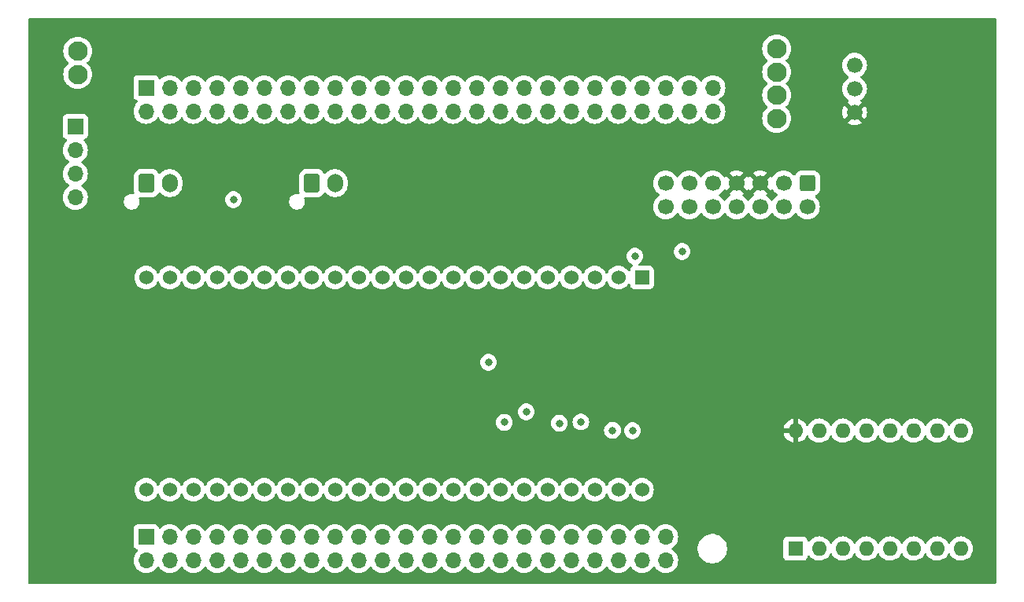
<source format=gbr>
%TF.GenerationSoftware,KiCad,Pcbnew,8.0.5*%
%TF.CreationDate,2024-10-09T10:19:28-04:00*%
%TF.ProjectId,Scout_Board,53636f75-745f-4426-9f61-72642e6b6963,rev?*%
%TF.SameCoordinates,Original*%
%TF.FileFunction,Copper,L2,Inr*%
%TF.FilePolarity,Positive*%
%FSLAX46Y46*%
G04 Gerber Fmt 4.6, Leading zero omitted, Abs format (unit mm)*
G04 Created by KiCad (PCBNEW 8.0.5) date 2024-10-09 10:19:28*
%MOMM*%
%LPD*%
G01*
G04 APERTURE LIST*
G04 Aperture macros list*
%AMRoundRect*
0 Rectangle with rounded corners*
0 $1 Rounding radius*
0 $2 $3 $4 $5 $6 $7 $8 $9 X,Y pos of 4 corners*
0 Add a 4 corners polygon primitive as box body*
4,1,4,$2,$3,$4,$5,$6,$7,$8,$9,$2,$3,0*
0 Add four circle primitives for the rounded corners*
1,1,$1+$1,$2,$3*
1,1,$1+$1,$4,$5*
1,1,$1+$1,$6,$7*
1,1,$1+$1,$8,$9*
0 Add four rect primitives between the rounded corners*
20,1,$1+$1,$2,$3,$4,$5,0*
20,1,$1+$1,$4,$5,$6,$7,0*
20,1,$1+$1,$6,$7,$8,$9,0*
20,1,$1+$1,$8,$9,$2,$3,0*%
G04 Aperture macros list end*
%TA.AperFunction,ComponentPad*%
%ADD10R,1.700000X1.700000*%
%TD*%
%TA.AperFunction,ComponentPad*%
%ADD11O,1.700000X1.700000*%
%TD*%
%TA.AperFunction,ComponentPad*%
%ADD12RoundRect,0.250000X-0.600000X0.600000X-0.600000X-0.600000X0.600000X-0.600000X0.600000X0.600000X0*%
%TD*%
%TA.AperFunction,ComponentPad*%
%ADD13C,1.700000*%
%TD*%
%TA.AperFunction,ComponentPad*%
%ADD14R,1.600000X1.600000*%
%TD*%
%TA.AperFunction,ComponentPad*%
%ADD15O,1.600000X1.600000*%
%TD*%
%TA.AperFunction,ComponentPad*%
%ADD16C,2.100000*%
%TD*%
%TA.AperFunction,ComponentPad*%
%ADD17C,1.676400*%
%TD*%
%TA.AperFunction,ComponentPad*%
%ADD18RoundRect,0.250000X-0.600000X-0.750000X0.600000X-0.750000X0.600000X0.750000X-0.600000X0.750000X0*%
%TD*%
%TA.AperFunction,ComponentPad*%
%ADD19O,1.700000X2.000000*%
%TD*%
%TA.AperFunction,ComponentPad*%
%ADD20R,1.530000X1.530000*%
%TD*%
%TA.AperFunction,ComponentPad*%
%ADD21C,1.530000*%
%TD*%
%TA.AperFunction,ViaPad*%
%ADD22C,0.800000*%
%TD*%
G04 APERTURE END LIST*
D10*
%TO.N,Conn1*%
%TO.C,J1*%
X170180000Y-138684000D03*
D11*
%TO.N,Conn2*%
X170180000Y-141224000D03*
%TO.N,Conn3*%
X170180000Y-143764000D03*
%TO.N,Conn4*%
X170180000Y-146304000D03*
%TD*%
D12*
%TO.N,TL-*%
%TO.C,J2*%
X248920000Y-144780000D03*
D13*
%TO.N,unconnected-(J2-Pin_2-Pad2)*%
X248920000Y-147320000D03*
%TO.N,5V*%
X246380000Y-144780000D03*
X246380000Y-147320000D03*
%TO.N,+12V*%
X243840000Y-144780000D03*
%TO.N,1B*%
X243840000Y-147320000D03*
%TO.N,+12V*%
X241300000Y-144780000D03*
%TO.N,1A*%
X241300000Y-147320000D03*
%TO.N,BL-*%
X238760000Y-144780000D03*
%TO.N,2A*%
X238760000Y-147320000D03*
%TO.N,UV-*%
X236220000Y-144780000D03*
%TO.N,2B*%
X236220000Y-147320000D03*
%TO.N,Sw1*%
X233680000Y-144780000D03*
%TO.N,Sw2*%
X233680000Y-147320000D03*
%TD*%
D14*
%TO.N,EN*%
%TO.C,U2*%
X247650000Y-184140000D03*
D15*
%TO.N,MS1{slash}SDI*%
X250190000Y-184140000D03*
%TO.N,MS2{slash}SCK*%
X252730000Y-184140000D03*
%TO.N,MS3{slash}CS*%
X255270000Y-184140000D03*
%TO.N,RST{slash}SDO*%
X257810000Y-184140000D03*
%TO.N,SLP{slash}NC*%
X260350000Y-184140000D03*
%TO.N,STEP*%
X262890000Y-184140000D03*
%TO.N,DIR*%
X265430000Y-184140000D03*
%TO.N,GND*%
X265430000Y-171440000D03*
%TO.N,5V*%
X262890000Y-171440000D03*
%TO.N,1B*%
X260350000Y-171440000D03*
%TO.N,1A*%
X257810000Y-171440000D03*
%TO.N,2A*%
X255270000Y-171440000D03*
%TO.N,2B*%
X252730000Y-171440000D03*
%TO.N,GND*%
X250190000Y-171440000D03*
%TO.N,+12V*%
X247650000Y-171440000D03*
%TD*%
D16*
%TO.N,I2C1_SCL*%
%TO.C,J7*%
X170434000Y-130556000D03*
%TO.N,I2C1_SDA*%
X170434000Y-133056000D03*
%TD*%
D17*
%TO.N,GND*%
%TO.C,J3*%
X254000000Y-132080000D03*
%TO.N,5V*%
X254000000Y-134620000D03*
%TO.N,+12V*%
X254000000Y-137160000D03*
%TD*%
D10*
%TO.N,GND*%
%TO.C,J11*%
X177800000Y-182880000D03*
D11*
X177800000Y-185420000D03*
%TO.N,unconnected-(J11-GPIO0_20-Pad3)*%
X180340000Y-182880000D03*
%TO.N,unconnected-(J11-GPIO0_48-Pad4)*%
X180340000Y-185420000D03*
%TO.N,unconnected-(J11-GPIO0_33-Pad5)*%
X182880000Y-182880000D03*
%TO.N,unconnected-(J11-GPIO0_34-Pad6)*%
X182880000Y-185420000D03*
%TO.N,SBC_Power*%
X185420000Y-182880000D03*
%TO.N,Wire1*%
X185420000Y-185420000D03*
%TO.N,Wire2*%
X187960000Y-182880000D03*
%TO.N,unconnected-(J11-GPIO0_16-Pad10)*%
X187960000Y-185420000D03*
%TO.N,unconnected-(J11-GPIO0_60-Pad11)*%
X190500000Y-182880000D03*
%TO.N,unconnected-(J11-GPIO0_59-Pad12)*%
X190500000Y-185420000D03*
%TO.N,unconnected-(J11-GPIO0_89-Pad13)*%
X193040000Y-182880000D03*
%TO.N,unconnected-(J11-GPIO0_75-Pad14)*%
X193040000Y-185420000D03*
%TO.N,unconnected-(J11-GPIO0_61-Pad15)*%
X195580000Y-182880000D03*
%TO.N,unconnected-(J11-GPIO0_62-Pad16)*%
X195580000Y-185420000D03*
%TO.N,unconnected-(J11-GPIO0_3-Pad17)*%
X198120000Y-182880000D03*
%TO.N,unconnected-(J11-GPIO0_4-Pad18)*%
X198120000Y-185420000D03*
%TO.N,unconnected-(J11-GPIO0_88-Pad19)*%
X200660000Y-182880000D03*
%TO.N,unconnected-(J11-GPIO0_76-Pad20)*%
X200660000Y-185420000D03*
%TO.N,unconnected-(J11-GPIO0_30-Pad21)*%
X203200000Y-182880000D03*
%TO.N,unconnected-(J11-GPIO0_5-Pad22)*%
X203200000Y-185420000D03*
%TO.N,unconnected-(J11-GPIO0_31-Pad23)*%
X205740000Y-182880000D03*
%TO.N,unconnected-(J11-GPIO0_6-Pad24)*%
X205740000Y-185420000D03*
%TO.N,unconnected-(J11-GPIO0_35-Pad25)*%
X208280000Y-182880000D03*
%TO.N,unconnected-(J11-GPIO0_51-Pad26)*%
X208280000Y-185420000D03*
%TO.N,unconnected-(J11-GPIO0_71-Pad27)*%
X210820000Y-182880000D03*
%TO.N,unconnected-(J11-GPIO0_72-Pad28)*%
X210820000Y-185420000D03*
%TO.N,unconnected-(J11-GPIO0_73-Pad29)*%
X213360000Y-182880000D03*
%TO.N,unconnected-(J11-GPIO0_74-Pad30)*%
X213360000Y-185420000D03*
%TO.N,unconnected-(J11-GPIO0_32-Pad31)*%
X215900000Y-182880000D03*
%TO.N,unconnected-(J11-GPIO0_26-Pad32)*%
X215900000Y-185420000D03*
%TO.N,unconnected-(J11-GPIO0_25-Pad33)*%
X218440000Y-182880000D03*
%TO.N,unconnected-(J11-GPIO0_7-Pad34)*%
X218440000Y-185420000D03*
%TO.N,unconnected-(J11-GPIO0_24-Pad35)*%
X220980000Y-182880000D03*
%TO.N,unconnected-(J11-GPIO0_8-Pad36)*%
X220980000Y-185420000D03*
%TO.N,unconnected-(J11-GPIO0_106-Pad37)*%
X223520000Y-182880000D03*
%TO.N,unconnected-(J11-GPIO0_105-Pad38)*%
X223520000Y-185420000D03*
%TO.N,unconnected-(J11-GPIO0_69-Pad39)*%
X226060000Y-182880000D03*
%TO.N,unconnected-(J11-GPIO0_70-Pad40)*%
X226060000Y-185420000D03*
%TO.N,unconnected-(J11-GPIO0_67-Pad41)*%
X228600000Y-182880000D03*
%TO.N,unconnected-(J11-GPIO0_68-Pad42)*%
X228600000Y-185420000D03*
%TO.N,unconnected-(J11-GPIO0_65-Pad43)*%
X231140000Y-182880000D03*
%TO.N,unconnected-(J11-GPIO0_66-Pad44)*%
X231140000Y-185420000D03*
%TO.N,unconnected-(J11-GPIO0_79-Pad45)*%
X233680000Y-182880000D03*
%TO.N,unconnected-(J11-GPIO0_80-Pad46)*%
X233680000Y-185420000D03*
%TD*%
D18*
%TO.N,5V*%
%TO.C,Conn2*%
X177840000Y-144780000D03*
D19*
%TO.N,CaptureButton*%
X180340000Y-144780000D03*
%TD*%
D16*
%TO.N,SPI1_CS0*%
%TO.C,J8*%
X245618000Y-137802000D03*
%TO.N,SPI1_D1*%
X245618000Y-135302000D03*
%TO.N,SPI1_SCLK*%
X245618000Y-132802000D03*
%TO.N,SPI1_D0*%
X245618000Y-130302000D03*
%TD*%
D18*
%TO.N,5V*%
%TO.C,Conn4*%
X195620000Y-144780000D03*
D19*
%TO.N,FlipButton*%
X198120000Y-144780000D03*
%TD*%
D20*
%TO.N,+3.3V*%
%TO.C,U1*%
X231140000Y-154940000D03*
D21*
X228600000Y-154940000D03*
%TO.N,unconnected-(U1-RST-PadJ1_3)*%
X226060000Y-154940000D03*
%TO.N,Sw2*%
X223520000Y-154940000D03*
%TO.N,Sw1*%
X220980000Y-154940000D03*
%TO.N,TopLightsLV*%
X218440000Y-154940000D03*
%TO.N,BottomLightsLV*%
X215900000Y-154940000D03*
%TO.N,UVLightsLV*%
X213360000Y-154940000D03*
%TO.N,unconnected-(U1-GPIO16-PadJ1_9)*%
X210820000Y-154940000D03*
%TO.N,unconnected-(U1-GPIO17-PadJ1_10)*%
X208280000Y-154940000D03*
%TO.N,unconnected-(U1-GPIO18-PadJ1_11)*%
X205740000Y-154940000D03*
%TO.N,RxD*%
X203200000Y-154940000D03*
%TO.N,TxD*%
X200660000Y-154940000D03*
%TO.N,Sys_reset*%
X198120000Y-154940000D03*
%TO.N,Conn1*%
X195580000Y-154940000D03*
%TO.N,Conn2*%
X193040000Y-154940000D03*
%TO.N,Conn3*%
X190500000Y-154940000D03*
%TO.N,Conn4*%
X187960000Y-154940000D03*
%TO.N,FlipButton*%
X185420000Y-154940000D03*
%TO.N,CaptureButton*%
X182880000Y-154940000D03*
%TO.N,5V*%
X180340000Y-154940000D03*
%TO.N,GND*%
X177800000Y-154940000D03*
X231140000Y-177800000D03*
%TO.N,EN*%
X228600000Y-177800000D03*
%TO.N,MS1{slash}SDI*%
X226060000Y-177800000D03*
%TO.N,unconnected-(U1-GPIO1-PadJ3_4)*%
X223520000Y-177800000D03*
%TO.N,MS2{slash}SCK*%
X220980000Y-177800000D03*
%TO.N,MS3{slash}CS*%
X218440000Y-177800000D03*
%TO.N,SLP{slash}NC*%
X215900000Y-177800000D03*
%TO.N,STEP*%
X213360000Y-177800000D03*
%TO.N,DIR*%
X210820000Y-177800000D03*
%TO.N,RST{slash}SDO*%
X208280000Y-177800000D03*
%TO.N,unconnected-(U1-GPIO37-PadJ3_11)*%
X205740000Y-177800000D03*
%TO.N,unconnected-(U1-GPIO36-PadJ3_12)*%
X203200000Y-177800000D03*
%TO.N,unconnected-(U1-GPIO35-PadJ3_13)*%
X200660000Y-177800000D03*
%TO.N,unconnected-(U1-GPIO0-PadJ3_14)*%
X198120000Y-177800000D03*
%TO.N,unconnected-(U1-GPIO45-PadJ3_15)*%
X195580000Y-177800000D03*
%TO.N,unconnected-(U1-GPIO48-PadJ3_16)*%
X193040000Y-177800000D03*
%TO.N,unconnected-(U1-GPIO47-PadJ3_17)*%
X190500000Y-177800000D03*
%TO.N,Wire2*%
X187960000Y-177800000D03*
%TO.N,SBC_Power*%
X185420000Y-177800000D03*
%TO.N,Wire1*%
X182880000Y-177800000D03*
%TO.N,GND*%
X180340000Y-177800000D03*
X177800000Y-177800000D03*
%TD*%
D10*
%TO.N,unconnected-(J10-GND-Pad1)*%
%TO.C,J10*%
X177800000Y-134500000D03*
D11*
%TO.N,unconnected-(J10-GND-Pad2)*%
X177800000Y-137040000D03*
%TO.N,unconnected-(J10-3.3V-Pad3)*%
X180340000Y-134500000D03*
%TO.N,unconnected-(J10-3.3V-Pad4)*%
X180340000Y-137040000D03*
%TO.N,unconnected-(J10-VIN-Pad5)*%
X182880000Y-134500000D03*
%TO.N,unconnected-(J10-VIN-Pad6)*%
X182880000Y-137040000D03*
%TO.N,unconnected-(J10-VOUT-Pad7)*%
X185420000Y-134500000D03*
%TO.N,unconnected-(J10-VOUT-Pad8)*%
X185420000Y-137040000D03*
%TO.N,unconnected-(J10-Reset-Pad9)*%
X187960000Y-134500000D03*
%TO.N,Sys_reset*%
X187960000Y-137040000D03*
%TO.N,unconnected-(J10-GPIO0_1-Pad11)*%
X190500000Y-134500000D03*
%TO.N,unconnected-(J10-GPIO0_45-Pad12)*%
X190500000Y-137040000D03*
%TO.N,unconnected-(J10-GPIO0_2-Pad13)*%
X193040000Y-134500000D03*
%TO.N,unconnected-(J10-GPIO0_93-Pad14)*%
X193040000Y-137040000D03*
%TO.N,unconnected-(J10-GPIO0_47-Pad15)*%
X195580000Y-134500000D03*
%TO.N,I2C1_SDA*%
X195580000Y-137040000D03*
%TO.N,I2C1_SCL*%
X198120000Y-134500000D03*
%TO.N,unconnected-(J10-GPIO0_40-Pad18)*%
X198120000Y-137040000D03*
%TO.N,unconnected-(J10-GPIO1_1-Pad19)*%
X200660000Y-134500000D03*
%TO.N,unconnected-(J10-GPIO1_2-Pad20)*%
X200660000Y-137040000D03*
%TO.N,unconnected-(J10-GPIO0_39-Pad21)*%
X203200000Y-134500000D03*
%TO.N,unconnected-(J10-GPIO0_38-Pad22)*%
X203200000Y-137040000D03*
%TO.N,unconnected-(J10-GPIO0_10-Pad23)*%
X205740000Y-134500000D03*
%TO.N,TxD*%
X205740000Y-137040000D03*
%TO.N,unconnected-(J10-GPIO0_127-Pad25)*%
X208280000Y-134500000D03*
%TO.N,RxD*%
X208280000Y-137040000D03*
%TO.N,unconnected-(J10-GPIO0_46-Pad27)*%
X210820000Y-134500000D03*
%TO.N,SPI1_CS0*%
X210820000Y-137040000D03*
%TO.N,SPI1_D0*%
X213360000Y-134500000D03*
%TO.N,SPI1_D1*%
X213360000Y-137040000D03*
%TO.N,SPI1_SCLK*%
X215900000Y-134500000D03*
%TO.N,unconnected-(J10-VDD_ADC-Pad32)*%
X215900000Y-137040000D03*
%TO.N,unconnected-(J10-AIN4-Pad33)*%
X218440000Y-134500000D03*
%TO.N,unconnected-(J10-GND-Pad34)*%
X218440000Y-137040000D03*
%TO.N,unconnected-(J10-AIN6-Pad35)*%
X220980000Y-134500000D03*
%TO.N,unconnected-(J10-AIN5-Pad36)*%
X220980000Y-137040000D03*
%TO.N,unconnected-(J10-AIN2-Pad37)*%
X223520000Y-134500000D03*
%TO.N,unconnected-(J10-AIN3-Pad38)*%
X223520000Y-137040000D03*
%TO.N,unconnected-(J10-AIN0-Pad39)*%
X226060000Y-134500000D03*
%TO.N,unconnected-(J10-AIN1-Pad40)*%
X226060000Y-137040000D03*
%TO.N,unconnected-(J10-GPIO1_0-Pad41)*%
X228600000Y-134500000D03*
%TO.N,unconnected-(J10-GPIO0_123-Pad42)*%
X228600000Y-137040000D03*
%TO.N,GND*%
X231140000Y-134500000D03*
X231140000Y-137040000D03*
X233680000Y-134500000D03*
X233680000Y-137040000D03*
%TO.N,N/C*%
X236220000Y-134500000D03*
X236220000Y-137040000D03*
X238760000Y-134500000D03*
X238760000Y-137040000D03*
%TD*%
D22*
%TO.N,GND*%
X216323707Y-170547079D03*
X227960000Y-171406000D03*
X187198000Y-146558000D03*
X224557980Y-170498004D03*
X230378000Y-152654000D03*
%TO.N,+3.3V*%
X214630000Y-164084000D03*
%TO.N,5V*%
X218694000Y-169418000D03*
X235458000Y-152146000D03*
X222250000Y-170644000D03*
X230124000Y-171450000D03*
%TD*%
%TA.AperFunction,Conductor*%
%TO.N,+12V*%
G36*
X240834075Y-144972993D02*
G01*
X240899901Y-145087007D01*
X240992993Y-145180099D01*
X241107007Y-145245925D01*
X241170590Y-145262962D01*
X240538625Y-145894925D01*
X240614594Y-145948119D01*
X240658219Y-146002696D01*
X240665413Y-146072194D01*
X240633890Y-146134549D01*
X240614595Y-146151269D01*
X240428594Y-146281508D01*
X240261505Y-146448597D01*
X240131575Y-146634158D01*
X240076998Y-146677783D01*
X240007500Y-146684977D01*
X239945145Y-146653454D01*
X239928425Y-146634158D01*
X239798494Y-146448597D01*
X239631402Y-146281506D01*
X239631396Y-146281501D01*
X239445842Y-146151575D01*
X239402217Y-146096998D01*
X239395023Y-146027500D01*
X239426546Y-145965145D01*
X239445842Y-145948425D01*
X239536262Y-145885112D01*
X239631401Y-145818495D01*
X239798495Y-145651401D01*
X239928732Y-145465403D01*
X239983307Y-145421780D01*
X240052805Y-145414586D01*
X240115160Y-145446109D01*
X240131880Y-145465405D01*
X240185073Y-145541373D01*
X240817037Y-144909409D01*
X240834075Y-144972993D01*
G37*
%TD.AperFunction*%
%TA.AperFunction,Conductor*%
G36*
X243374075Y-144972993D02*
G01*
X243439901Y-145087007D01*
X243532993Y-145180099D01*
X243647007Y-145245925D01*
X243710590Y-145262962D01*
X243078625Y-145894925D01*
X243154594Y-145948119D01*
X243198219Y-146002696D01*
X243205413Y-146072194D01*
X243173890Y-146134549D01*
X243154595Y-146151269D01*
X242968594Y-146281508D01*
X242801505Y-146448597D01*
X242671575Y-146634158D01*
X242616998Y-146677783D01*
X242547500Y-146684977D01*
X242485145Y-146653454D01*
X242468425Y-146634158D01*
X242338494Y-146448597D01*
X242171402Y-146281506D01*
X242171401Y-146281505D01*
X241985405Y-146151269D01*
X241941781Y-146096692D01*
X241934588Y-146027193D01*
X241966110Y-145964839D01*
X241985405Y-145948119D01*
X242061373Y-145894925D01*
X241429409Y-145262962D01*
X241492993Y-145245925D01*
X241607007Y-145180099D01*
X241700099Y-145087007D01*
X241765925Y-144972993D01*
X241782962Y-144909410D01*
X242414925Y-145541373D01*
X242468425Y-145464968D01*
X242523002Y-145421344D01*
X242592501Y-145414151D01*
X242654855Y-145445673D01*
X242671576Y-145464969D01*
X242725073Y-145541372D01*
X243357037Y-144909409D01*
X243374075Y-144972993D01*
G37*
%TD.AperFunction*%
%TA.AperFunction,Conductor*%
G36*
X244954925Y-145541373D02*
G01*
X245008119Y-145465405D01*
X245062696Y-145421781D01*
X245132195Y-145414588D01*
X245194549Y-145446110D01*
X245211269Y-145465405D01*
X245341505Y-145651401D01*
X245341506Y-145651402D01*
X245508597Y-145818493D01*
X245508603Y-145818498D01*
X245694158Y-145948425D01*
X245737783Y-146003002D01*
X245744977Y-146072500D01*
X245713454Y-146134855D01*
X245694158Y-146151575D01*
X245508597Y-146281505D01*
X245341505Y-146448597D01*
X245211575Y-146634158D01*
X245156998Y-146677783D01*
X245087500Y-146684977D01*
X245025145Y-146653454D01*
X245008425Y-146634158D01*
X244878494Y-146448597D01*
X244711402Y-146281506D01*
X244711401Y-146281505D01*
X244525405Y-146151269D01*
X244481781Y-146096692D01*
X244474588Y-146027193D01*
X244506110Y-145964839D01*
X244525405Y-145948119D01*
X244601373Y-145894925D01*
X243969409Y-145262962D01*
X244032993Y-145245925D01*
X244147007Y-145180099D01*
X244240099Y-145087007D01*
X244305925Y-144972993D01*
X244322962Y-144909410D01*
X244954925Y-145541373D01*
G37*
%TD.AperFunction*%
%TA.AperFunction,Conductor*%
G36*
X269183039Y-127019685D02*
G01*
X269228794Y-127072489D01*
X269240000Y-127124000D01*
X269240000Y-187836000D01*
X269220315Y-187903039D01*
X269167511Y-187948794D01*
X269116000Y-187960000D01*
X165224000Y-187960000D01*
X165156961Y-187940315D01*
X165111206Y-187887511D01*
X165100000Y-187836000D01*
X165100000Y-185419999D01*
X176444341Y-185419999D01*
X176444341Y-185420000D01*
X176464936Y-185655403D01*
X176464938Y-185655413D01*
X176526094Y-185883655D01*
X176526096Y-185883659D01*
X176526097Y-185883663D01*
X176530000Y-185892032D01*
X176625965Y-186097830D01*
X176625967Y-186097834D01*
X176734281Y-186252521D01*
X176761505Y-186291401D01*
X176928599Y-186458495D01*
X177025384Y-186526265D01*
X177122165Y-186594032D01*
X177122167Y-186594033D01*
X177122170Y-186594035D01*
X177336337Y-186693903D01*
X177564592Y-186755063D01*
X177752918Y-186771539D01*
X177799999Y-186775659D01*
X177800000Y-186775659D01*
X177800001Y-186775659D01*
X177839234Y-186772226D01*
X178035408Y-186755063D01*
X178263663Y-186693903D01*
X178477830Y-186594035D01*
X178671401Y-186458495D01*
X178838495Y-186291401D01*
X178968425Y-186105842D01*
X179023002Y-186062217D01*
X179092500Y-186055023D01*
X179154855Y-186086546D01*
X179171575Y-186105842D01*
X179301500Y-186291395D01*
X179301505Y-186291401D01*
X179468599Y-186458495D01*
X179565384Y-186526265D01*
X179662165Y-186594032D01*
X179662167Y-186594033D01*
X179662170Y-186594035D01*
X179876337Y-186693903D01*
X180104592Y-186755063D01*
X180292918Y-186771539D01*
X180339999Y-186775659D01*
X180340000Y-186775659D01*
X180340001Y-186775659D01*
X180379234Y-186772226D01*
X180575408Y-186755063D01*
X180803663Y-186693903D01*
X181017830Y-186594035D01*
X181211401Y-186458495D01*
X181378495Y-186291401D01*
X181508425Y-186105842D01*
X181563002Y-186062217D01*
X181632500Y-186055023D01*
X181694855Y-186086546D01*
X181711575Y-186105842D01*
X181841500Y-186291395D01*
X181841505Y-186291401D01*
X182008599Y-186458495D01*
X182105384Y-186526265D01*
X182202165Y-186594032D01*
X182202167Y-186594033D01*
X182202170Y-186594035D01*
X182416337Y-186693903D01*
X182644592Y-186755063D01*
X182832918Y-186771539D01*
X182879999Y-186775659D01*
X182880000Y-186775659D01*
X182880001Y-186775659D01*
X182919234Y-186772226D01*
X183115408Y-186755063D01*
X183343663Y-186693903D01*
X183557830Y-186594035D01*
X183751401Y-186458495D01*
X183918495Y-186291401D01*
X184048425Y-186105842D01*
X184103002Y-186062217D01*
X184172500Y-186055023D01*
X184234855Y-186086546D01*
X184251575Y-186105842D01*
X184381500Y-186291395D01*
X184381505Y-186291401D01*
X184548599Y-186458495D01*
X184645384Y-186526265D01*
X184742165Y-186594032D01*
X184742167Y-186594033D01*
X184742170Y-186594035D01*
X184956337Y-186693903D01*
X185184592Y-186755063D01*
X185372918Y-186771539D01*
X185419999Y-186775659D01*
X185420000Y-186775659D01*
X185420001Y-186775659D01*
X185459234Y-186772226D01*
X185655408Y-186755063D01*
X185883663Y-186693903D01*
X186097830Y-186594035D01*
X186291401Y-186458495D01*
X186458495Y-186291401D01*
X186588425Y-186105842D01*
X186643002Y-186062217D01*
X186712500Y-186055023D01*
X186774855Y-186086546D01*
X186791575Y-186105842D01*
X186921500Y-186291395D01*
X186921505Y-186291401D01*
X187088599Y-186458495D01*
X187185384Y-186526265D01*
X187282165Y-186594032D01*
X187282167Y-186594033D01*
X187282170Y-186594035D01*
X187496337Y-186693903D01*
X187724592Y-186755063D01*
X187912918Y-186771539D01*
X187959999Y-186775659D01*
X187960000Y-186775659D01*
X187960001Y-186775659D01*
X187999234Y-186772226D01*
X188195408Y-186755063D01*
X188423663Y-186693903D01*
X188637830Y-186594035D01*
X188831401Y-186458495D01*
X188998495Y-186291401D01*
X189128425Y-186105842D01*
X189183002Y-186062217D01*
X189252500Y-186055023D01*
X189314855Y-186086546D01*
X189331575Y-186105842D01*
X189461500Y-186291395D01*
X189461505Y-186291401D01*
X189628599Y-186458495D01*
X189725384Y-186526265D01*
X189822165Y-186594032D01*
X189822167Y-186594033D01*
X189822170Y-186594035D01*
X190036337Y-186693903D01*
X190264592Y-186755063D01*
X190452918Y-186771539D01*
X190499999Y-186775659D01*
X190500000Y-186775659D01*
X190500001Y-186775659D01*
X190539234Y-186772226D01*
X190735408Y-186755063D01*
X190963663Y-186693903D01*
X191177830Y-186594035D01*
X191371401Y-186458495D01*
X191538495Y-186291401D01*
X191668425Y-186105842D01*
X191723002Y-186062217D01*
X191792500Y-186055023D01*
X191854855Y-186086546D01*
X191871575Y-186105842D01*
X192001500Y-186291395D01*
X192001505Y-186291401D01*
X192168599Y-186458495D01*
X192265384Y-186526265D01*
X192362165Y-186594032D01*
X192362167Y-186594033D01*
X192362170Y-186594035D01*
X192576337Y-186693903D01*
X192804592Y-186755063D01*
X192992918Y-186771539D01*
X193039999Y-186775659D01*
X193040000Y-186775659D01*
X193040001Y-186775659D01*
X193079234Y-186772226D01*
X193275408Y-186755063D01*
X193503663Y-186693903D01*
X193717830Y-186594035D01*
X193911401Y-186458495D01*
X194078495Y-186291401D01*
X194208425Y-186105842D01*
X194263002Y-186062217D01*
X194332500Y-186055023D01*
X194394855Y-186086546D01*
X194411575Y-186105842D01*
X194541500Y-186291395D01*
X194541505Y-186291401D01*
X194708599Y-186458495D01*
X194805384Y-186526265D01*
X194902165Y-186594032D01*
X194902167Y-186594033D01*
X194902170Y-186594035D01*
X195116337Y-186693903D01*
X195344592Y-186755063D01*
X195532918Y-186771539D01*
X195579999Y-186775659D01*
X195580000Y-186775659D01*
X195580001Y-186775659D01*
X195619234Y-186772226D01*
X195815408Y-186755063D01*
X196043663Y-186693903D01*
X196257830Y-186594035D01*
X196451401Y-186458495D01*
X196618495Y-186291401D01*
X196748425Y-186105842D01*
X196803002Y-186062217D01*
X196872500Y-186055023D01*
X196934855Y-186086546D01*
X196951575Y-186105842D01*
X197081500Y-186291395D01*
X197081505Y-186291401D01*
X197248599Y-186458495D01*
X197345384Y-186526265D01*
X197442165Y-186594032D01*
X197442167Y-186594033D01*
X197442170Y-186594035D01*
X197656337Y-186693903D01*
X197884592Y-186755063D01*
X198072918Y-186771539D01*
X198119999Y-186775659D01*
X198120000Y-186775659D01*
X198120001Y-186775659D01*
X198159234Y-186772226D01*
X198355408Y-186755063D01*
X198583663Y-186693903D01*
X198797830Y-186594035D01*
X198991401Y-186458495D01*
X199158495Y-186291401D01*
X199288425Y-186105842D01*
X199343002Y-186062217D01*
X199412500Y-186055023D01*
X199474855Y-186086546D01*
X199491575Y-186105842D01*
X199621500Y-186291395D01*
X199621505Y-186291401D01*
X199788599Y-186458495D01*
X199885384Y-186526265D01*
X199982165Y-186594032D01*
X199982167Y-186594033D01*
X199982170Y-186594035D01*
X200196337Y-186693903D01*
X200424592Y-186755063D01*
X200612918Y-186771539D01*
X200659999Y-186775659D01*
X200660000Y-186775659D01*
X200660001Y-186775659D01*
X200699234Y-186772226D01*
X200895408Y-186755063D01*
X201123663Y-186693903D01*
X201337830Y-186594035D01*
X201531401Y-186458495D01*
X201698495Y-186291401D01*
X201828425Y-186105842D01*
X201883002Y-186062217D01*
X201952500Y-186055023D01*
X202014855Y-186086546D01*
X202031575Y-186105842D01*
X202161500Y-186291395D01*
X202161505Y-186291401D01*
X202328599Y-186458495D01*
X202425384Y-186526265D01*
X202522165Y-186594032D01*
X202522167Y-186594033D01*
X202522170Y-186594035D01*
X202736337Y-186693903D01*
X202964592Y-186755063D01*
X203152918Y-186771539D01*
X203199999Y-186775659D01*
X203200000Y-186775659D01*
X203200001Y-186775659D01*
X203239234Y-186772226D01*
X203435408Y-186755063D01*
X203663663Y-186693903D01*
X203877830Y-186594035D01*
X204071401Y-186458495D01*
X204238495Y-186291401D01*
X204368425Y-186105842D01*
X204423002Y-186062217D01*
X204492500Y-186055023D01*
X204554855Y-186086546D01*
X204571575Y-186105842D01*
X204701500Y-186291395D01*
X204701505Y-186291401D01*
X204868599Y-186458495D01*
X204965384Y-186526265D01*
X205062165Y-186594032D01*
X205062167Y-186594033D01*
X205062170Y-186594035D01*
X205276337Y-186693903D01*
X205504592Y-186755063D01*
X205692918Y-186771539D01*
X205739999Y-186775659D01*
X205740000Y-186775659D01*
X205740001Y-186775659D01*
X205779234Y-186772226D01*
X205975408Y-186755063D01*
X206203663Y-186693903D01*
X206417830Y-186594035D01*
X206611401Y-186458495D01*
X206778495Y-186291401D01*
X206908425Y-186105842D01*
X206963002Y-186062217D01*
X207032500Y-186055023D01*
X207094855Y-186086546D01*
X207111575Y-186105842D01*
X207241500Y-186291395D01*
X207241505Y-186291401D01*
X207408599Y-186458495D01*
X207505384Y-186526265D01*
X207602165Y-186594032D01*
X207602167Y-186594033D01*
X207602170Y-186594035D01*
X207816337Y-186693903D01*
X208044592Y-186755063D01*
X208232918Y-186771539D01*
X208279999Y-186775659D01*
X208280000Y-186775659D01*
X208280001Y-186775659D01*
X208319234Y-186772226D01*
X208515408Y-186755063D01*
X208743663Y-186693903D01*
X208957830Y-186594035D01*
X209151401Y-186458495D01*
X209318495Y-186291401D01*
X209448425Y-186105842D01*
X209503002Y-186062217D01*
X209572500Y-186055023D01*
X209634855Y-186086546D01*
X209651575Y-186105842D01*
X209781500Y-186291395D01*
X209781505Y-186291401D01*
X209948599Y-186458495D01*
X210045384Y-186526265D01*
X210142165Y-186594032D01*
X210142167Y-186594033D01*
X210142170Y-186594035D01*
X210356337Y-186693903D01*
X210584592Y-186755063D01*
X210772918Y-186771539D01*
X210819999Y-186775659D01*
X210820000Y-186775659D01*
X210820001Y-186775659D01*
X210859234Y-186772226D01*
X211055408Y-186755063D01*
X211283663Y-186693903D01*
X211497830Y-186594035D01*
X211691401Y-186458495D01*
X211858495Y-186291401D01*
X211988425Y-186105842D01*
X212043002Y-186062217D01*
X212112500Y-186055023D01*
X212174855Y-186086546D01*
X212191575Y-186105842D01*
X212321500Y-186291395D01*
X212321505Y-186291401D01*
X212488599Y-186458495D01*
X212585384Y-186526265D01*
X212682165Y-186594032D01*
X212682167Y-186594033D01*
X212682170Y-186594035D01*
X212896337Y-186693903D01*
X213124592Y-186755063D01*
X213312918Y-186771539D01*
X213359999Y-186775659D01*
X213360000Y-186775659D01*
X213360001Y-186775659D01*
X213399234Y-186772226D01*
X213595408Y-186755063D01*
X213823663Y-186693903D01*
X214037830Y-186594035D01*
X214231401Y-186458495D01*
X214398495Y-186291401D01*
X214528425Y-186105842D01*
X214583002Y-186062217D01*
X214652500Y-186055023D01*
X214714855Y-186086546D01*
X214731575Y-186105842D01*
X214861500Y-186291395D01*
X214861505Y-186291401D01*
X215028599Y-186458495D01*
X215125384Y-186526265D01*
X215222165Y-186594032D01*
X215222167Y-186594033D01*
X215222170Y-186594035D01*
X215436337Y-186693903D01*
X215664592Y-186755063D01*
X215852918Y-186771539D01*
X215899999Y-186775659D01*
X215900000Y-186775659D01*
X215900001Y-186775659D01*
X215939234Y-186772226D01*
X216135408Y-186755063D01*
X216363663Y-186693903D01*
X216577830Y-186594035D01*
X216771401Y-186458495D01*
X216938495Y-186291401D01*
X217068425Y-186105842D01*
X217123002Y-186062217D01*
X217192500Y-186055023D01*
X217254855Y-186086546D01*
X217271575Y-186105842D01*
X217401500Y-186291395D01*
X217401505Y-186291401D01*
X217568599Y-186458495D01*
X217665384Y-186526265D01*
X217762165Y-186594032D01*
X217762167Y-186594033D01*
X217762170Y-186594035D01*
X217976337Y-186693903D01*
X218204592Y-186755063D01*
X218392918Y-186771539D01*
X218439999Y-186775659D01*
X218440000Y-186775659D01*
X218440001Y-186775659D01*
X218479234Y-186772226D01*
X218675408Y-186755063D01*
X218903663Y-186693903D01*
X219117830Y-186594035D01*
X219311401Y-186458495D01*
X219478495Y-186291401D01*
X219608425Y-186105842D01*
X219663002Y-186062217D01*
X219732500Y-186055023D01*
X219794855Y-186086546D01*
X219811575Y-186105842D01*
X219941500Y-186291395D01*
X219941505Y-186291401D01*
X220108599Y-186458495D01*
X220205384Y-186526265D01*
X220302165Y-186594032D01*
X220302167Y-186594033D01*
X220302170Y-186594035D01*
X220516337Y-186693903D01*
X220744592Y-186755063D01*
X220932918Y-186771539D01*
X220979999Y-186775659D01*
X220980000Y-186775659D01*
X220980001Y-186775659D01*
X221019234Y-186772226D01*
X221215408Y-186755063D01*
X221443663Y-186693903D01*
X221657830Y-186594035D01*
X221851401Y-186458495D01*
X222018495Y-186291401D01*
X222148425Y-186105842D01*
X222203002Y-186062217D01*
X222272500Y-186055023D01*
X222334855Y-186086546D01*
X222351575Y-186105842D01*
X222481500Y-186291395D01*
X222481505Y-186291401D01*
X222648599Y-186458495D01*
X222745384Y-186526265D01*
X222842165Y-186594032D01*
X222842167Y-186594033D01*
X222842170Y-186594035D01*
X223056337Y-186693903D01*
X223284592Y-186755063D01*
X223472918Y-186771539D01*
X223519999Y-186775659D01*
X223520000Y-186775659D01*
X223520001Y-186775659D01*
X223559234Y-186772226D01*
X223755408Y-186755063D01*
X223983663Y-186693903D01*
X224197830Y-186594035D01*
X224391401Y-186458495D01*
X224558495Y-186291401D01*
X224688425Y-186105842D01*
X224743002Y-186062217D01*
X224812500Y-186055023D01*
X224874855Y-186086546D01*
X224891575Y-186105842D01*
X225021500Y-186291395D01*
X225021505Y-186291401D01*
X225188599Y-186458495D01*
X225285384Y-186526265D01*
X225382165Y-186594032D01*
X225382167Y-186594033D01*
X225382170Y-186594035D01*
X225596337Y-186693903D01*
X225824592Y-186755063D01*
X226012918Y-186771539D01*
X226059999Y-186775659D01*
X226060000Y-186775659D01*
X226060001Y-186775659D01*
X226099234Y-186772226D01*
X226295408Y-186755063D01*
X226523663Y-186693903D01*
X226737830Y-186594035D01*
X226931401Y-186458495D01*
X227098495Y-186291401D01*
X227228425Y-186105842D01*
X227283002Y-186062217D01*
X227352500Y-186055023D01*
X227414855Y-186086546D01*
X227431575Y-186105842D01*
X227561500Y-186291395D01*
X227561505Y-186291401D01*
X227728599Y-186458495D01*
X227825384Y-186526265D01*
X227922165Y-186594032D01*
X227922167Y-186594033D01*
X227922170Y-186594035D01*
X228136337Y-186693903D01*
X228364592Y-186755063D01*
X228552918Y-186771539D01*
X228599999Y-186775659D01*
X228600000Y-186775659D01*
X228600001Y-186775659D01*
X228639234Y-186772226D01*
X228835408Y-186755063D01*
X229063663Y-186693903D01*
X229277830Y-186594035D01*
X229471401Y-186458495D01*
X229638495Y-186291401D01*
X229768425Y-186105842D01*
X229823002Y-186062217D01*
X229892500Y-186055023D01*
X229954855Y-186086546D01*
X229971575Y-186105842D01*
X230101500Y-186291395D01*
X230101505Y-186291401D01*
X230268599Y-186458495D01*
X230365384Y-186526265D01*
X230462165Y-186594032D01*
X230462167Y-186594033D01*
X230462170Y-186594035D01*
X230676337Y-186693903D01*
X230904592Y-186755063D01*
X231092918Y-186771539D01*
X231139999Y-186775659D01*
X231140000Y-186775659D01*
X231140001Y-186775659D01*
X231179234Y-186772226D01*
X231375408Y-186755063D01*
X231603663Y-186693903D01*
X231817830Y-186594035D01*
X232011401Y-186458495D01*
X232178495Y-186291401D01*
X232308425Y-186105842D01*
X232363002Y-186062217D01*
X232432500Y-186055023D01*
X232494855Y-186086546D01*
X232511575Y-186105842D01*
X232641500Y-186291395D01*
X232641505Y-186291401D01*
X232808599Y-186458495D01*
X232905384Y-186526265D01*
X233002165Y-186594032D01*
X233002167Y-186594033D01*
X233002170Y-186594035D01*
X233216337Y-186693903D01*
X233444592Y-186755063D01*
X233632918Y-186771539D01*
X233679999Y-186775659D01*
X233680000Y-186775659D01*
X233680001Y-186775659D01*
X233719234Y-186772226D01*
X233915408Y-186755063D01*
X234143663Y-186693903D01*
X234357830Y-186594035D01*
X234551401Y-186458495D01*
X234718495Y-186291401D01*
X234854035Y-186097830D01*
X234953903Y-185883663D01*
X235015063Y-185655408D01*
X235035659Y-185420000D01*
X235032491Y-185383796D01*
X235030999Y-185366738D01*
X235015063Y-185184592D01*
X234953903Y-184956337D01*
X234854035Y-184742171D01*
X234848822Y-184734725D01*
X234718494Y-184548597D01*
X234551402Y-184381506D01*
X234551396Y-184381501D01*
X234365842Y-184251575D01*
X234322217Y-184196998D01*
X234315023Y-184127500D01*
X234346546Y-184065145D01*
X234365842Y-184048425D01*
X234400346Y-184024265D01*
X237104653Y-184024265D01*
X237104653Y-184275734D01*
X237143988Y-184524090D01*
X237221695Y-184763244D01*
X237294185Y-184905511D01*
X237320085Y-184956344D01*
X237335855Y-184987293D01*
X237483650Y-185190717D01*
X237483654Y-185190722D01*
X237661464Y-185368532D01*
X237661469Y-185368536D01*
X237767358Y-185445468D01*
X237864897Y-185516334D01*
X238007661Y-185589076D01*
X238088942Y-185630491D01*
X238088944Y-185630491D01*
X238088947Y-185630493D01*
X238217136Y-185672144D01*
X238328096Y-185708198D01*
X238576453Y-185747534D01*
X238827916Y-185747534D01*
X238827921Y-185747534D01*
X239076277Y-185708198D01*
X239315427Y-185630493D01*
X239539477Y-185516334D01*
X239742911Y-185368531D01*
X239920718Y-185190724D01*
X240068521Y-184987290D01*
X240182680Y-184763240D01*
X240260385Y-184524090D01*
X240299721Y-184275729D01*
X240302187Y-184150000D01*
X240299721Y-184024271D01*
X240260385Y-183775910D01*
X240182680Y-183536760D01*
X240182678Y-183536757D01*
X240182678Y-183536755D01*
X240100911Y-183376280D01*
X240068521Y-183312710D01*
X240053572Y-183292135D01*
X246349500Y-183292135D01*
X246349500Y-184987870D01*
X246349501Y-184987876D01*
X246355908Y-185047483D01*
X246406202Y-185182328D01*
X246406206Y-185182335D01*
X246492452Y-185297544D01*
X246492455Y-185297547D01*
X246607664Y-185383793D01*
X246607671Y-185383797D01*
X246742517Y-185434091D01*
X246742516Y-185434091D01*
X246749444Y-185434835D01*
X246802127Y-185440500D01*
X248497872Y-185440499D01*
X248557483Y-185434091D01*
X248692331Y-185383796D01*
X248807546Y-185297546D01*
X248893796Y-185182331D01*
X248944091Y-185047483D01*
X248947862Y-185012401D01*
X248974599Y-184947855D01*
X249031990Y-184908006D01*
X249101816Y-184905511D01*
X249161905Y-184941163D01*
X249172726Y-184954536D01*
X249189956Y-184979143D01*
X249350858Y-185140045D01*
X249350861Y-185140047D01*
X249537266Y-185270568D01*
X249743504Y-185366739D01*
X249743509Y-185366740D01*
X249743511Y-185366741D01*
X249796415Y-185380916D01*
X249963308Y-185425635D01*
X250125230Y-185439801D01*
X250189998Y-185445468D01*
X250190000Y-185445468D01*
X250190002Y-185445468D01*
X250246807Y-185440498D01*
X250416692Y-185425635D01*
X250636496Y-185366739D01*
X250842734Y-185270568D01*
X251029139Y-185140047D01*
X251190047Y-184979139D01*
X251320568Y-184792734D01*
X251347618Y-184734724D01*
X251393790Y-184682285D01*
X251460983Y-184663133D01*
X251527865Y-184683348D01*
X251572381Y-184734724D01*
X251586517Y-184765038D01*
X251599429Y-184792728D01*
X251599432Y-184792734D01*
X251729954Y-184979141D01*
X251890858Y-185140045D01*
X251890861Y-185140047D01*
X252077266Y-185270568D01*
X252283504Y-185366739D01*
X252283509Y-185366740D01*
X252283511Y-185366741D01*
X252336415Y-185380916D01*
X252503308Y-185425635D01*
X252665230Y-185439801D01*
X252729998Y-185445468D01*
X252730000Y-185445468D01*
X252730002Y-185445468D01*
X252786807Y-185440498D01*
X252956692Y-185425635D01*
X253176496Y-185366739D01*
X253382734Y-185270568D01*
X253569139Y-185140047D01*
X253730047Y-184979139D01*
X253860568Y-184792734D01*
X253887618Y-184734724D01*
X253933790Y-184682285D01*
X254000983Y-184663133D01*
X254067865Y-184683348D01*
X254112381Y-184734724D01*
X254126517Y-184765038D01*
X254139429Y-184792728D01*
X254139432Y-184792734D01*
X254269954Y-184979141D01*
X254430858Y-185140045D01*
X254430861Y-185140047D01*
X254617266Y-185270568D01*
X254823504Y-185366739D01*
X254823509Y-185366740D01*
X254823511Y-185366741D01*
X254876415Y-185380916D01*
X255043308Y-185425635D01*
X255205230Y-185439801D01*
X255269998Y-185445468D01*
X255270000Y-185445468D01*
X255270002Y-185445468D01*
X255326807Y-185440498D01*
X255496692Y-185425635D01*
X255716496Y-185366739D01*
X255922734Y-185270568D01*
X256109139Y-185140047D01*
X256270047Y-184979139D01*
X256400568Y-184792734D01*
X256427618Y-184734724D01*
X256473790Y-184682285D01*
X256540983Y-184663133D01*
X256607865Y-184683348D01*
X256652381Y-184734724D01*
X256666517Y-184765038D01*
X256679429Y-184792728D01*
X256679432Y-184792734D01*
X256809954Y-184979141D01*
X256970858Y-185140045D01*
X256970861Y-185140047D01*
X257157266Y-185270568D01*
X257363504Y-185366739D01*
X257363509Y-185366740D01*
X257363511Y-185366741D01*
X257416415Y-185380916D01*
X257583308Y-185425635D01*
X257745230Y-185439801D01*
X257809998Y-185445468D01*
X257810000Y-185445468D01*
X257810002Y-185445468D01*
X257866807Y-185440498D01*
X258036692Y-185425635D01*
X258256496Y-185366739D01*
X258462734Y-185270568D01*
X258649139Y-185140047D01*
X258810047Y-184979139D01*
X258940568Y-184792734D01*
X258967618Y-184734724D01*
X259013790Y-184682285D01*
X259080983Y-184663133D01*
X259147865Y-184683348D01*
X259192381Y-184734724D01*
X259206517Y-184765038D01*
X259219429Y-184792728D01*
X259219432Y-184792734D01*
X259349954Y-184979141D01*
X259510858Y-185140045D01*
X259510861Y-185140047D01*
X259697266Y-185270568D01*
X259903504Y-185366739D01*
X259903509Y-185366740D01*
X259903511Y-185366741D01*
X259956415Y-185380916D01*
X260123308Y-185425635D01*
X260285230Y-185439801D01*
X260349998Y-185445468D01*
X260350000Y-185445468D01*
X260350002Y-185445468D01*
X260406807Y-185440498D01*
X260576692Y-185425635D01*
X260796496Y-185366739D01*
X261002734Y-185270568D01*
X261189139Y-185140047D01*
X261350047Y-184979139D01*
X261480568Y-184792734D01*
X261507618Y-184734724D01*
X261553790Y-184682285D01*
X261620983Y-184663133D01*
X261687865Y-184683348D01*
X261732381Y-184734724D01*
X261746517Y-184765038D01*
X261759429Y-184792728D01*
X261759432Y-184792734D01*
X261889954Y-184979141D01*
X262050858Y-185140045D01*
X262050861Y-185140047D01*
X262237266Y-185270568D01*
X262443504Y-185366739D01*
X262443509Y-185366740D01*
X262443511Y-185366741D01*
X262496415Y-185380916D01*
X262663308Y-185425635D01*
X262825230Y-185439801D01*
X262889998Y-185445468D01*
X262890000Y-185445468D01*
X262890002Y-185445468D01*
X262946807Y-185440498D01*
X263116692Y-185425635D01*
X263336496Y-185366739D01*
X263542734Y-185270568D01*
X263729139Y-185140047D01*
X263890047Y-184979139D01*
X264020568Y-184792734D01*
X264047618Y-184734724D01*
X264093790Y-184682285D01*
X264160983Y-184663133D01*
X264227865Y-184683348D01*
X264272381Y-184734724D01*
X264286517Y-184765038D01*
X264299429Y-184792728D01*
X264299432Y-184792734D01*
X264429954Y-184979141D01*
X264590858Y-185140045D01*
X264590861Y-185140047D01*
X264777266Y-185270568D01*
X264983504Y-185366739D01*
X264983509Y-185366740D01*
X264983511Y-185366741D01*
X265036415Y-185380916D01*
X265203308Y-185425635D01*
X265365230Y-185439801D01*
X265429998Y-185445468D01*
X265430000Y-185445468D01*
X265430002Y-185445468D01*
X265486807Y-185440498D01*
X265656692Y-185425635D01*
X265876496Y-185366739D01*
X266082734Y-185270568D01*
X266269139Y-185140047D01*
X266430047Y-184979139D01*
X266560568Y-184792734D01*
X266656739Y-184586496D01*
X266715635Y-184366692D01*
X266735468Y-184140000D01*
X266734374Y-184127500D01*
X266720799Y-183972331D01*
X266715635Y-183913308D01*
X266656739Y-183693504D01*
X266560568Y-183487266D01*
X266430047Y-183300861D01*
X266430045Y-183300858D01*
X266269141Y-183139954D01*
X266082734Y-183009432D01*
X266082732Y-183009431D01*
X265876497Y-182913261D01*
X265876488Y-182913258D01*
X265656697Y-182854366D01*
X265656693Y-182854365D01*
X265656692Y-182854365D01*
X265656691Y-182854364D01*
X265656686Y-182854364D01*
X265430002Y-182834532D01*
X265429998Y-182834532D01*
X265203313Y-182854364D01*
X265203302Y-182854366D01*
X264983511Y-182913258D01*
X264983502Y-182913261D01*
X264777267Y-183009431D01*
X264777265Y-183009432D01*
X264590858Y-183139954D01*
X264429954Y-183300858D01*
X264299432Y-183487265D01*
X264299431Y-183487267D01*
X264283134Y-183522217D01*
X264276353Y-183536760D01*
X264272382Y-183545275D01*
X264226209Y-183597714D01*
X264159016Y-183616866D01*
X264092135Y-183596650D01*
X264047618Y-183545275D01*
X264020568Y-183487266D01*
X263890047Y-183300861D01*
X263890045Y-183300858D01*
X263729141Y-183139954D01*
X263542734Y-183009432D01*
X263542732Y-183009431D01*
X263336497Y-182913261D01*
X263336488Y-182913258D01*
X263116697Y-182854366D01*
X263116693Y-182854365D01*
X263116692Y-182854365D01*
X263116691Y-182854364D01*
X263116686Y-182854364D01*
X262890002Y-182834532D01*
X262889998Y-182834532D01*
X262663313Y-182854364D01*
X262663302Y-182854366D01*
X262443511Y-182913258D01*
X262443502Y-182913261D01*
X262237267Y-183009431D01*
X262237265Y-183009432D01*
X262050858Y-183139954D01*
X261889954Y-183300858D01*
X261759432Y-183487265D01*
X261759431Y-183487267D01*
X261743134Y-183522217D01*
X261736353Y-183536760D01*
X261732382Y-183545275D01*
X261686209Y-183597714D01*
X261619016Y-183616866D01*
X261552135Y-183596650D01*
X261507618Y-183545275D01*
X261480568Y-183487266D01*
X261350047Y-183300861D01*
X261350045Y-183300858D01*
X261189141Y-183139954D01*
X261002734Y-183009432D01*
X261002732Y-183009431D01*
X260796497Y-182913261D01*
X260796488Y-182913258D01*
X260576697Y-182854366D01*
X260576693Y-182854365D01*
X260576692Y-182854365D01*
X260576691Y-182854364D01*
X260576686Y-182854364D01*
X260350002Y-182834532D01*
X260349998Y-182834532D01*
X260123313Y-182854364D01*
X260123302Y-182854366D01*
X259903511Y-182913258D01*
X259903502Y-182913261D01*
X259697267Y-183009431D01*
X259697265Y-183009432D01*
X259510858Y-183139954D01*
X259349954Y-183300858D01*
X259219432Y-183487265D01*
X259219431Y-183487267D01*
X259203134Y-183522217D01*
X259196353Y-183536760D01*
X259192382Y-183545275D01*
X259146209Y-183597714D01*
X259079016Y-183616866D01*
X259012135Y-183596650D01*
X258967618Y-183545275D01*
X258940568Y-183487266D01*
X258810047Y-183300861D01*
X258810045Y-183300858D01*
X258649141Y-183139954D01*
X258462734Y-183009432D01*
X258462732Y-183009431D01*
X258256497Y-182913261D01*
X258256488Y-182913258D01*
X258036697Y-182854366D01*
X258036693Y-182854365D01*
X258036692Y-182854365D01*
X258036691Y-182854364D01*
X258036686Y-182854364D01*
X257810002Y-182834532D01*
X257809998Y-182834532D01*
X257583313Y-182854364D01*
X257583302Y-182854366D01*
X257363511Y-182913258D01*
X257363502Y-182913261D01*
X257157267Y-183009431D01*
X257157265Y-183009432D01*
X256970858Y-183139954D01*
X256809954Y-183300858D01*
X256679432Y-183487265D01*
X256679431Y-183487267D01*
X256663134Y-183522217D01*
X256656353Y-183536760D01*
X256652382Y-183545275D01*
X256606209Y-183597714D01*
X256539016Y-183616866D01*
X256472135Y-183596650D01*
X256427618Y-183545275D01*
X256400568Y-183487266D01*
X256270047Y-183300861D01*
X256270045Y-183300858D01*
X256109141Y-183139954D01*
X255922734Y-183009432D01*
X255922732Y-183009431D01*
X255716497Y-182913261D01*
X255716488Y-182913258D01*
X255496697Y-182854366D01*
X255496693Y-182854365D01*
X255496692Y-182854365D01*
X255496691Y-182854364D01*
X255496686Y-182854364D01*
X255270002Y-182834532D01*
X255269998Y-182834532D01*
X255043313Y-182854364D01*
X255043302Y-182854366D01*
X254823511Y-182913258D01*
X254823502Y-182913261D01*
X254617267Y-183009431D01*
X254617265Y-183009432D01*
X254430858Y-183139954D01*
X254269954Y-183300858D01*
X254139432Y-183487265D01*
X254139431Y-183487267D01*
X254123134Y-183522217D01*
X254116353Y-183536760D01*
X254112382Y-183545275D01*
X254066209Y-183597714D01*
X253999016Y-183616866D01*
X253932135Y-183596650D01*
X253887618Y-183545275D01*
X253860568Y-183487266D01*
X253730047Y-183300861D01*
X253730045Y-183300858D01*
X253569141Y-183139954D01*
X253382734Y-183009432D01*
X253382732Y-183009431D01*
X253176497Y-182913261D01*
X253176488Y-182913258D01*
X252956697Y-182854366D01*
X252956693Y-182854365D01*
X252956692Y-182854365D01*
X252956691Y-182854364D01*
X252956686Y-182854364D01*
X252730002Y-182834532D01*
X252729998Y-182834532D01*
X252503313Y-182854364D01*
X252503302Y-182854366D01*
X252283511Y-182913258D01*
X252283502Y-182913261D01*
X252077267Y-183009431D01*
X252077265Y-183009432D01*
X251890858Y-183139954D01*
X251729954Y-183300858D01*
X251599432Y-183487265D01*
X251599431Y-183487267D01*
X251583134Y-183522217D01*
X251576353Y-183536760D01*
X251572382Y-183545275D01*
X251526209Y-183597714D01*
X251459016Y-183616866D01*
X251392135Y-183596650D01*
X251347618Y-183545275D01*
X251320568Y-183487266D01*
X251190047Y-183300861D01*
X251190045Y-183300858D01*
X251029141Y-183139954D01*
X250842734Y-183009432D01*
X250842732Y-183009431D01*
X250636497Y-182913261D01*
X250636488Y-182913258D01*
X250416697Y-182854366D01*
X250416693Y-182854365D01*
X250416692Y-182854365D01*
X250416691Y-182854364D01*
X250416686Y-182854364D01*
X250190002Y-182834532D01*
X250189998Y-182834532D01*
X249963313Y-182854364D01*
X249963302Y-182854366D01*
X249743511Y-182913258D01*
X249743502Y-182913261D01*
X249537267Y-183009431D01*
X249537265Y-183009432D01*
X249350858Y-183139954D01*
X249189954Y-183300858D01*
X249172725Y-183325464D01*
X249118147Y-183369088D01*
X249048648Y-183376280D01*
X248986294Y-183344757D01*
X248950882Y-183284526D01*
X248947861Y-183267591D01*
X248944091Y-183232516D01*
X248893797Y-183097671D01*
X248893793Y-183097664D01*
X248807547Y-182982455D01*
X248807544Y-182982452D01*
X248692335Y-182896206D01*
X248692328Y-182896202D01*
X248557482Y-182845908D01*
X248557483Y-182845908D01*
X248497883Y-182839501D01*
X248497881Y-182839500D01*
X248497873Y-182839500D01*
X248497864Y-182839500D01*
X246802129Y-182839500D01*
X246802123Y-182839501D01*
X246742516Y-182845908D01*
X246607671Y-182896202D01*
X246607664Y-182896206D01*
X246492455Y-182982452D01*
X246492452Y-182982455D01*
X246406206Y-183097664D01*
X246406202Y-183097671D01*
X246355908Y-183232517D01*
X246349501Y-183292116D01*
X246349500Y-183292135D01*
X240053572Y-183292135D01*
X239925170Y-183115403D01*
X239920723Y-183109282D01*
X239920719Y-183109277D01*
X239742909Y-182931467D01*
X239742904Y-182931463D01*
X239539480Y-182783668D01*
X239539479Y-182783667D01*
X239539477Y-182783666D01*
X239469509Y-182748015D01*
X239315431Y-182669508D01*
X239076277Y-182591801D01*
X238827921Y-182552466D01*
X238827916Y-182552466D01*
X238576458Y-182552466D01*
X238576453Y-182552466D01*
X238328096Y-182591801D01*
X238088942Y-182669508D01*
X237864893Y-182783668D01*
X237661469Y-182931463D01*
X237661464Y-182931467D01*
X237483654Y-183109277D01*
X237483650Y-183109282D01*
X237335855Y-183312706D01*
X237221695Y-183536755D01*
X237143988Y-183775909D01*
X237104653Y-184024265D01*
X234400346Y-184024265D01*
X234551401Y-183918495D01*
X234718495Y-183751401D01*
X234854035Y-183557830D01*
X234953903Y-183343663D01*
X235015063Y-183115408D01*
X235035659Y-182880000D01*
X235015063Y-182644592D01*
X234953903Y-182416337D01*
X234854035Y-182202171D01*
X234848425Y-182194158D01*
X234718494Y-182008597D01*
X234551402Y-181841506D01*
X234551395Y-181841501D01*
X234357834Y-181705967D01*
X234357830Y-181705965D01*
X234357828Y-181705964D01*
X234143663Y-181606097D01*
X234143659Y-181606096D01*
X234143655Y-181606094D01*
X233915413Y-181544938D01*
X233915403Y-181544936D01*
X233680001Y-181524341D01*
X233679999Y-181524341D01*
X233444596Y-181544936D01*
X233444586Y-181544938D01*
X233216344Y-181606094D01*
X233216335Y-181606098D01*
X233002171Y-181705964D01*
X233002169Y-181705965D01*
X232808597Y-181841505D01*
X232641505Y-182008597D01*
X232511575Y-182194158D01*
X232456998Y-182237783D01*
X232387500Y-182244977D01*
X232325145Y-182213454D01*
X232308425Y-182194158D01*
X232178494Y-182008597D01*
X232011402Y-181841506D01*
X232011395Y-181841501D01*
X231817834Y-181705967D01*
X231817830Y-181705965D01*
X231817828Y-181705964D01*
X231603663Y-181606097D01*
X231603659Y-181606096D01*
X231603655Y-181606094D01*
X231375413Y-181544938D01*
X231375403Y-181544936D01*
X231140001Y-181524341D01*
X231139999Y-181524341D01*
X230904596Y-181544936D01*
X230904586Y-181544938D01*
X230676344Y-181606094D01*
X230676335Y-181606098D01*
X230462171Y-181705964D01*
X230462169Y-181705965D01*
X230268597Y-181841505D01*
X230101505Y-182008597D01*
X229971575Y-182194158D01*
X229916998Y-182237783D01*
X229847500Y-182244977D01*
X229785145Y-182213454D01*
X229768425Y-182194158D01*
X229638494Y-182008597D01*
X229471402Y-181841506D01*
X229471395Y-181841501D01*
X229277834Y-181705967D01*
X229277830Y-181705965D01*
X229277828Y-181705964D01*
X229063663Y-181606097D01*
X229063659Y-181606096D01*
X229063655Y-181606094D01*
X228835413Y-181544938D01*
X228835403Y-181544936D01*
X228600001Y-181524341D01*
X228599999Y-181524341D01*
X228364596Y-181544936D01*
X228364586Y-181544938D01*
X228136344Y-181606094D01*
X228136335Y-181606098D01*
X227922171Y-181705964D01*
X227922169Y-181705965D01*
X227728597Y-181841505D01*
X227561505Y-182008597D01*
X227431575Y-182194158D01*
X227376998Y-182237783D01*
X227307500Y-182244977D01*
X227245145Y-182213454D01*
X227228425Y-182194158D01*
X227098494Y-182008597D01*
X226931402Y-181841506D01*
X226931395Y-181841501D01*
X226737834Y-181705967D01*
X226737830Y-181705965D01*
X226737828Y-181705964D01*
X226523663Y-181606097D01*
X226523659Y-181606096D01*
X226523655Y-181606094D01*
X226295413Y-181544938D01*
X226295403Y-181544936D01*
X226060001Y-181524341D01*
X226059999Y-181524341D01*
X225824596Y-181544936D01*
X225824586Y-181544938D01*
X225596344Y-181606094D01*
X225596335Y-181606098D01*
X225382171Y-181705964D01*
X225382169Y-181705965D01*
X225188597Y-181841505D01*
X225021505Y-182008597D01*
X224891575Y-182194158D01*
X224836998Y-182237783D01*
X224767500Y-182244977D01*
X224705145Y-182213454D01*
X224688425Y-182194158D01*
X224558494Y-182008597D01*
X224391402Y-181841506D01*
X224391395Y-181841501D01*
X224197834Y-181705967D01*
X224197830Y-181705965D01*
X224197828Y-181705964D01*
X223983663Y-181606097D01*
X223983659Y-181606096D01*
X223983655Y-181606094D01*
X223755413Y-181544938D01*
X223755403Y-181544936D01*
X223520001Y-181524341D01*
X223519999Y-181524341D01*
X223284596Y-181544936D01*
X223284586Y-181544938D01*
X223056344Y-181606094D01*
X223056335Y-181606098D01*
X222842171Y-181705964D01*
X222842169Y-181705965D01*
X222648597Y-181841505D01*
X222481505Y-182008597D01*
X222351575Y-182194158D01*
X222296998Y-182237783D01*
X222227500Y-182244977D01*
X222165145Y-182213454D01*
X222148425Y-182194158D01*
X222018494Y-182008597D01*
X221851402Y-181841506D01*
X221851395Y-181841501D01*
X221657834Y-181705967D01*
X221657830Y-181705965D01*
X221657828Y-181705964D01*
X221443663Y-181606097D01*
X221443659Y-181606096D01*
X221443655Y-181606094D01*
X221215413Y-181544938D01*
X221215403Y-181544936D01*
X220980001Y-181524341D01*
X220979999Y-181524341D01*
X220744596Y-181544936D01*
X220744586Y-181544938D01*
X220516344Y-181606094D01*
X220516335Y-181606098D01*
X220302171Y-181705964D01*
X220302169Y-181705965D01*
X220108597Y-181841505D01*
X219941505Y-182008597D01*
X219811575Y-182194158D01*
X219756998Y-182237783D01*
X219687500Y-182244977D01*
X219625145Y-182213454D01*
X219608425Y-182194158D01*
X219478494Y-182008597D01*
X219311402Y-181841506D01*
X219311395Y-181841501D01*
X219117834Y-181705967D01*
X219117830Y-181705965D01*
X219117828Y-181705964D01*
X218903663Y-181606097D01*
X218903659Y-181606096D01*
X218903655Y-181606094D01*
X218675413Y-181544938D01*
X218675403Y-181544936D01*
X218440001Y-181524341D01*
X218439999Y-181524341D01*
X218204596Y-181544936D01*
X218204586Y-181544938D01*
X217976344Y-181606094D01*
X217976335Y-181606098D01*
X217762171Y-181705964D01*
X217762169Y-181705965D01*
X217568597Y-181841505D01*
X217401505Y-182008597D01*
X217271575Y-182194158D01*
X217216998Y-182237783D01*
X217147500Y-182244977D01*
X217085145Y-182213454D01*
X217068425Y-182194158D01*
X216938494Y-182008597D01*
X216771402Y-181841506D01*
X216771395Y-181841501D01*
X216577834Y-181705967D01*
X216577830Y-181705965D01*
X216577828Y-181705964D01*
X216363663Y-181606097D01*
X216363659Y-181606096D01*
X216363655Y-181606094D01*
X216135413Y-181544938D01*
X216135403Y-181544936D01*
X215900001Y-181524341D01*
X215899999Y-181524341D01*
X215664596Y-181544936D01*
X215664586Y-181544938D01*
X215436344Y-181606094D01*
X215436335Y-181606098D01*
X215222171Y-181705964D01*
X215222169Y-181705965D01*
X215028597Y-181841505D01*
X214861505Y-182008597D01*
X214731575Y-182194158D01*
X214676998Y-182237783D01*
X214607500Y-182244977D01*
X214545145Y-182213454D01*
X214528425Y-182194158D01*
X214398494Y-182008597D01*
X214231402Y-181841506D01*
X214231395Y-181841501D01*
X214037834Y-181705967D01*
X214037830Y-181705965D01*
X214037828Y-181705964D01*
X213823663Y-181606097D01*
X213823659Y-181606096D01*
X213823655Y-181606094D01*
X213595413Y-181544938D01*
X213595403Y-181544936D01*
X213360001Y-181524341D01*
X213359999Y-181524341D01*
X213124596Y-181544936D01*
X213124586Y-181544938D01*
X212896344Y-181606094D01*
X212896335Y-181606098D01*
X212682171Y-181705964D01*
X212682169Y-181705965D01*
X212488597Y-181841505D01*
X212321505Y-182008597D01*
X212191575Y-182194158D01*
X212136998Y-182237783D01*
X212067500Y-182244977D01*
X212005145Y-182213454D01*
X211988425Y-182194158D01*
X211858494Y-182008597D01*
X211691402Y-181841506D01*
X211691395Y-181841501D01*
X211497834Y-181705967D01*
X211497830Y-181705965D01*
X211497828Y-181705964D01*
X211283663Y-181606097D01*
X211283659Y-181606096D01*
X211283655Y-181606094D01*
X211055413Y-181544938D01*
X211055403Y-181544936D01*
X210820001Y-181524341D01*
X210819999Y-181524341D01*
X210584596Y-181544936D01*
X210584586Y-181544938D01*
X210356344Y-181606094D01*
X210356335Y-181606098D01*
X210142171Y-181705964D01*
X210142169Y-181705965D01*
X209948597Y-181841505D01*
X209781505Y-182008597D01*
X209651575Y-182194158D01*
X209596998Y-182237783D01*
X209527500Y-182244977D01*
X209465145Y-182213454D01*
X209448425Y-182194158D01*
X209318494Y-182008597D01*
X209151402Y-181841506D01*
X209151395Y-181841501D01*
X208957834Y-181705967D01*
X208957830Y-181705965D01*
X208957828Y-181705964D01*
X208743663Y-181606097D01*
X208743659Y-181606096D01*
X208743655Y-181606094D01*
X208515413Y-181544938D01*
X208515403Y-181544936D01*
X208280001Y-181524341D01*
X208279999Y-181524341D01*
X208044596Y-181544936D01*
X208044586Y-181544938D01*
X207816344Y-181606094D01*
X207816335Y-181606098D01*
X207602171Y-181705964D01*
X207602169Y-181705965D01*
X207408597Y-181841505D01*
X207241505Y-182008597D01*
X207111575Y-182194158D01*
X207056998Y-182237783D01*
X206987500Y-182244977D01*
X206925145Y-182213454D01*
X206908425Y-182194158D01*
X206778494Y-182008597D01*
X206611402Y-181841506D01*
X206611395Y-181841501D01*
X206417834Y-181705967D01*
X206417830Y-181705965D01*
X206417828Y-181705964D01*
X206203663Y-181606097D01*
X206203659Y-181606096D01*
X206203655Y-181606094D01*
X205975413Y-181544938D01*
X205975403Y-181544936D01*
X205740001Y-181524341D01*
X205739999Y-181524341D01*
X205504596Y-181544936D01*
X205504586Y-181544938D01*
X205276344Y-181606094D01*
X205276335Y-181606098D01*
X205062171Y-181705964D01*
X205062169Y-181705965D01*
X204868597Y-181841505D01*
X204701505Y-182008597D01*
X204571575Y-182194158D01*
X204516998Y-182237783D01*
X204447500Y-182244977D01*
X204385145Y-182213454D01*
X204368425Y-182194158D01*
X204238494Y-182008597D01*
X204071402Y-181841506D01*
X204071395Y-181841501D01*
X203877834Y-181705967D01*
X203877830Y-181705965D01*
X203877828Y-181705964D01*
X203663663Y-181606097D01*
X203663659Y-181606096D01*
X203663655Y-181606094D01*
X203435413Y-181544938D01*
X203435403Y-181544936D01*
X203200001Y-181524341D01*
X203199999Y-181524341D01*
X202964596Y-181544936D01*
X202964586Y-181544938D01*
X202736344Y-181606094D01*
X202736335Y-181606098D01*
X202522171Y-181705964D01*
X202522169Y-181705965D01*
X202328597Y-181841505D01*
X202161505Y-182008597D01*
X202031575Y-182194158D01*
X201976998Y-182237783D01*
X201907500Y-182244977D01*
X201845145Y-182213454D01*
X201828425Y-182194158D01*
X201698494Y-182008597D01*
X201531402Y-181841506D01*
X201531395Y-181841501D01*
X201337834Y-181705967D01*
X201337830Y-181705965D01*
X201337828Y-181705964D01*
X201123663Y-181606097D01*
X201123659Y-181606096D01*
X201123655Y-181606094D01*
X200895413Y-181544938D01*
X200895403Y-181544936D01*
X200660001Y-181524341D01*
X200659999Y-181524341D01*
X200424596Y-181544936D01*
X200424586Y-181544938D01*
X200196344Y-181606094D01*
X200196335Y-181606098D01*
X199982171Y-181705964D01*
X199982169Y-181705965D01*
X199788597Y-181841505D01*
X199621505Y-182008597D01*
X199491575Y-182194158D01*
X199436998Y-182237783D01*
X199367500Y-182244977D01*
X199305145Y-182213454D01*
X199288425Y-182194158D01*
X199158494Y-182008597D01*
X198991402Y-181841506D01*
X198991395Y-181841501D01*
X198797834Y-181705967D01*
X198797830Y-181705965D01*
X198797828Y-181705964D01*
X198583663Y-181606097D01*
X198583659Y-181606096D01*
X198583655Y-181606094D01*
X198355413Y-181544938D01*
X198355403Y-181544936D01*
X198120001Y-181524341D01*
X198119999Y-181524341D01*
X197884596Y-181544936D01*
X197884586Y-181544938D01*
X197656344Y-181606094D01*
X197656335Y-181606098D01*
X197442171Y-181705964D01*
X197442169Y-181705965D01*
X197248597Y-181841505D01*
X197081505Y-182008597D01*
X196951575Y-182194158D01*
X196896998Y-182237783D01*
X196827500Y-182244977D01*
X196765145Y-182213454D01*
X196748425Y-182194158D01*
X196618494Y-182008597D01*
X196451402Y-181841506D01*
X196451395Y-181841501D01*
X196257834Y-181705967D01*
X196257830Y-181705965D01*
X196257828Y-181705964D01*
X196043663Y-181606097D01*
X196043659Y-181606096D01*
X196043655Y-181606094D01*
X195815413Y-181544938D01*
X195815403Y-181544936D01*
X195580001Y-181524341D01*
X195579999Y-181524341D01*
X195344596Y-181544936D01*
X195344586Y-181544938D01*
X195116344Y-181606094D01*
X195116335Y-181606098D01*
X194902171Y-181705964D01*
X194902169Y-181705965D01*
X194708597Y-181841505D01*
X194541505Y-182008597D01*
X194411575Y-182194158D01*
X194356998Y-182237783D01*
X194287500Y-182244977D01*
X194225145Y-182213454D01*
X194208425Y-182194158D01*
X194078494Y-182008597D01*
X193911402Y-181841506D01*
X193911395Y-181841501D01*
X193717834Y-181705967D01*
X193717830Y-181705965D01*
X193717828Y-181705964D01*
X193503663Y-181606097D01*
X193503659Y-181606096D01*
X193503655Y-181606094D01*
X193275413Y-181544938D01*
X193275403Y-181544936D01*
X193040001Y-181524341D01*
X193039999Y-181524341D01*
X192804596Y-181544936D01*
X192804586Y-181544938D01*
X192576344Y-181606094D01*
X192576335Y-181606098D01*
X192362171Y-181705964D01*
X192362169Y-181705965D01*
X192168597Y-181841505D01*
X192001505Y-182008597D01*
X191871575Y-182194158D01*
X191816998Y-182237783D01*
X191747500Y-182244977D01*
X191685145Y-182213454D01*
X191668425Y-182194158D01*
X191538494Y-182008597D01*
X191371402Y-181841506D01*
X191371395Y-181841501D01*
X191177834Y-181705967D01*
X191177830Y-181705965D01*
X191177828Y-181705964D01*
X190963663Y-181606097D01*
X190963659Y-181606096D01*
X190963655Y-181606094D01*
X190735413Y-181544938D01*
X190735403Y-181544936D01*
X190500001Y-181524341D01*
X190499999Y-181524341D01*
X190264596Y-181544936D01*
X190264586Y-181544938D01*
X190036344Y-181606094D01*
X190036335Y-181606098D01*
X189822171Y-181705964D01*
X189822169Y-181705965D01*
X189628597Y-181841505D01*
X189461505Y-182008597D01*
X189331575Y-182194158D01*
X189276998Y-182237783D01*
X189207500Y-182244977D01*
X189145145Y-182213454D01*
X189128425Y-182194158D01*
X188998494Y-182008597D01*
X188831402Y-181841506D01*
X188831395Y-181841501D01*
X188637834Y-181705967D01*
X188637830Y-181705965D01*
X188637828Y-181705964D01*
X188423663Y-181606097D01*
X188423659Y-181606096D01*
X188423655Y-181606094D01*
X188195413Y-181544938D01*
X188195403Y-181544936D01*
X187960001Y-181524341D01*
X187959999Y-181524341D01*
X187724596Y-181544936D01*
X187724586Y-181544938D01*
X187496344Y-181606094D01*
X187496335Y-181606098D01*
X187282171Y-181705964D01*
X187282169Y-181705965D01*
X187088597Y-181841505D01*
X186921505Y-182008597D01*
X186791575Y-182194158D01*
X186736998Y-182237783D01*
X186667500Y-182244977D01*
X186605145Y-182213454D01*
X186588425Y-182194158D01*
X186458494Y-182008597D01*
X186291402Y-181841506D01*
X186291395Y-181841501D01*
X186097834Y-181705967D01*
X186097830Y-181705965D01*
X186097828Y-181705964D01*
X185883663Y-181606097D01*
X185883659Y-181606096D01*
X185883655Y-181606094D01*
X185655413Y-181544938D01*
X185655403Y-181544936D01*
X185420001Y-181524341D01*
X185419999Y-181524341D01*
X185184596Y-181544936D01*
X185184586Y-181544938D01*
X184956344Y-181606094D01*
X184956335Y-181606098D01*
X184742171Y-181705964D01*
X184742169Y-181705965D01*
X184548597Y-181841505D01*
X184381505Y-182008597D01*
X184251575Y-182194158D01*
X184196998Y-182237783D01*
X184127500Y-182244977D01*
X184065145Y-182213454D01*
X184048425Y-182194158D01*
X183918494Y-182008597D01*
X183751402Y-181841506D01*
X183751395Y-181841501D01*
X183557834Y-181705967D01*
X183557830Y-181705965D01*
X183557828Y-181705964D01*
X183343663Y-181606097D01*
X183343659Y-181606096D01*
X183343655Y-181606094D01*
X183115413Y-181544938D01*
X183115403Y-181544936D01*
X182880001Y-181524341D01*
X182879999Y-181524341D01*
X182644596Y-181544936D01*
X182644586Y-181544938D01*
X182416344Y-181606094D01*
X182416335Y-181606098D01*
X182202171Y-181705964D01*
X182202169Y-181705965D01*
X182008597Y-181841505D01*
X181841505Y-182008597D01*
X181711575Y-182194158D01*
X181656998Y-182237783D01*
X181587500Y-182244977D01*
X181525145Y-182213454D01*
X181508425Y-182194158D01*
X181378494Y-182008597D01*
X181211402Y-181841506D01*
X181211395Y-181841501D01*
X181017834Y-181705967D01*
X181017830Y-181705965D01*
X181017828Y-181705964D01*
X180803663Y-181606097D01*
X180803659Y-181606096D01*
X180803655Y-181606094D01*
X180575413Y-181544938D01*
X180575403Y-181544936D01*
X180340001Y-181524341D01*
X180339999Y-181524341D01*
X180104596Y-181544936D01*
X180104586Y-181544938D01*
X179876344Y-181606094D01*
X179876335Y-181606098D01*
X179662171Y-181705964D01*
X179662169Y-181705965D01*
X179468600Y-181841503D01*
X179346673Y-181963430D01*
X179285350Y-181996914D01*
X179215658Y-181991930D01*
X179159725Y-181950058D01*
X179142810Y-181919081D01*
X179093797Y-181787671D01*
X179093793Y-181787664D01*
X179007547Y-181672455D01*
X179007544Y-181672452D01*
X178892335Y-181586206D01*
X178892328Y-181586202D01*
X178757482Y-181535908D01*
X178757483Y-181535908D01*
X178697883Y-181529501D01*
X178697881Y-181529500D01*
X178697873Y-181529500D01*
X178697864Y-181529500D01*
X176902129Y-181529500D01*
X176902123Y-181529501D01*
X176842516Y-181535908D01*
X176707671Y-181586202D01*
X176707664Y-181586206D01*
X176592455Y-181672452D01*
X176592452Y-181672455D01*
X176506206Y-181787664D01*
X176506202Y-181787671D01*
X176455908Y-181922517D01*
X176449501Y-181982116D01*
X176449500Y-181982135D01*
X176449500Y-183777870D01*
X176449501Y-183777876D01*
X176455908Y-183837483D01*
X176506202Y-183972328D01*
X176506206Y-183972335D01*
X176592452Y-184087544D01*
X176592455Y-184087547D01*
X176707664Y-184173793D01*
X176707671Y-184173797D01*
X176839081Y-184222810D01*
X176895015Y-184264681D01*
X176919432Y-184330145D01*
X176904580Y-184398418D01*
X176883430Y-184426673D01*
X176761503Y-184548600D01*
X176625965Y-184742169D01*
X176625964Y-184742171D01*
X176526098Y-184956335D01*
X176526094Y-184956344D01*
X176464938Y-185184586D01*
X176464936Y-185184596D01*
X176444341Y-185419999D01*
X165100000Y-185419999D01*
X165100000Y-177799998D01*
X176529666Y-177799998D01*
X176529666Y-177800001D01*
X176548964Y-178020585D01*
X176548965Y-178020592D01*
X176606275Y-178234475D01*
X176606279Y-178234486D01*
X176699856Y-178435163D01*
X176699858Y-178435167D01*
X176826868Y-178616555D01*
X176983445Y-178773132D01*
X177164833Y-178900142D01*
X177285572Y-178956443D01*
X177365513Y-178993720D01*
X177365515Y-178993720D01*
X177365520Y-178993723D01*
X177579409Y-179051035D01*
X177736974Y-179064820D01*
X177799998Y-179070334D01*
X177800000Y-179070334D01*
X177800002Y-179070334D01*
X177855147Y-179065509D01*
X178020591Y-179051035D01*
X178234480Y-178993723D01*
X178435167Y-178900142D01*
X178616555Y-178773132D01*
X178773132Y-178616555D01*
X178900142Y-178435167D01*
X178957618Y-178311907D01*
X179003790Y-178259468D01*
X179070983Y-178240316D01*
X179137864Y-178260531D01*
X179182381Y-178311907D01*
X179239858Y-178435167D01*
X179366868Y-178616555D01*
X179523445Y-178773132D01*
X179704833Y-178900142D01*
X179825572Y-178956443D01*
X179905513Y-178993720D01*
X179905515Y-178993720D01*
X179905520Y-178993723D01*
X180119409Y-179051035D01*
X180276974Y-179064820D01*
X180339998Y-179070334D01*
X180340000Y-179070334D01*
X180340002Y-179070334D01*
X180395147Y-179065509D01*
X180560591Y-179051035D01*
X180774480Y-178993723D01*
X180975167Y-178900142D01*
X181156555Y-178773132D01*
X181313132Y-178616555D01*
X181440142Y-178435167D01*
X181497618Y-178311907D01*
X181543790Y-178259468D01*
X181610983Y-178240316D01*
X181677864Y-178260531D01*
X181722381Y-178311907D01*
X181779858Y-178435167D01*
X181906868Y-178616555D01*
X182063445Y-178773132D01*
X182244833Y-178900142D01*
X182365572Y-178956443D01*
X182445513Y-178993720D01*
X182445515Y-178993720D01*
X182445520Y-178993723D01*
X182659409Y-179051035D01*
X182816974Y-179064820D01*
X182879998Y-179070334D01*
X182880000Y-179070334D01*
X182880002Y-179070334D01*
X182935147Y-179065509D01*
X183100591Y-179051035D01*
X183314480Y-178993723D01*
X183515167Y-178900142D01*
X183696555Y-178773132D01*
X183853132Y-178616555D01*
X183980142Y-178435167D01*
X184037618Y-178311907D01*
X184083790Y-178259468D01*
X184150983Y-178240316D01*
X184217864Y-178260531D01*
X184262381Y-178311907D01*
X184319858Y-178435167D01*
X184446868Y-178616555D01*
X184603445Y-178773132D01*
X184784833Y-178900142D01*
X184905572Y-178956443D01*
X184985513Y-178993720D01*
X184985515Y-178993720D01*
X184985520Y-178993723D01*
X185199409Y-179051035D01*
X185356974Y-179064820D01*
X185419998Y-179070334D01*
X185420000Y-179070334D01*
X185420002Y-179070334D01*
X185475147Y-179065509D01*
X185640591Y-179051035D01*
X185854480Y-178993723D01*
X186055167Y-178900142D01*
X186236555Y-178773132D01*
X186393132Y-178616555D01*
X186520142Y-178435167D01*
X186577618Y-178311907D01*
X186623790Y-178259468D01*
X186690983Y-178240316D01*
X186757864Y-178260531D01*
X186802381Y-178311907D01*
X186859858Y-178435167D01*
X186986868Y-178616555D01*
X187143445Y-178773132D01*
X187324833Y-178900142D01*
X187445572Y-178956443D01*
X187525513Y-178993720D01*
X187525515Y-178993720D01*
X187525520Y-178993723D01*
X187739409Y-179051035D01*
X187896974Y-179064820D01*
X187959998Y-179070334D01*
X187960000Y-179070334D01*
X187960002Y-179070334D01*
X188015147Y-179065509D01*
X188180591Y-179051035D01*
X188394480Y-178993723D01*
X188595167Y-178900142D01*
X188776555Y-178773132D01*
X188933132Y-178616555D01*
X189060142Y-178435167D01*
X189117618Y-178311907D01*
X189163790Y-178259468D01*
X189230983Y-178240316D01*
X189297864Y-178260531D01*
X189342381Y-178311907D01*
X189399858Y-178435167D01*
X189526868Y-178616555D01*
X189683445Y-178773132D01*
X189864833Y-178900142D01*
X189985572Y-178956443D01*
X190065513Y-178993720D01*
X190065515Y-178993720D01*
X190065520Y-178993723D01*
X190279409Y-179051035D01*
X190436974Y-179064820D01*
X190499998Y-179070334D01*
X190500000Y-179070334D01*
X190500002Y-179070334D01*
X190555147Y-179065509D01*
X190720591Y-179051035D01*
X190934480Y-178993723D01*
X191135167Y-178900142D01*
X191316555Y-178773132D01*
X191473132Y-178616555D01*
X191600142Y-178435167D01*
X191657618Y-178311907D01*
X191703790Y-178259468D01*
X191770983Y-178240316D01*
X191837864Y-178260531D01*
X191882381Y-178311907D01*
X191939858Y-178435167D01*
X192066868Y-178616555D01*
X192223445Y-178773132D01*
X192404833Y-178900142D01*
X192525572Y-178956443D01*
X192605513Y-178993720D01*
X192605515Y-178993720D01*
X192605520Y-178993723D01*
X192819409Y-179051035D01*
X192976974Y-179064820D01*
X193039998Y-179070334D01*
X193040000Y-179070334D01*
X193040002Y-179070334D01*
X193095147Y-179065509D01*
X193260591Y-179051035D01*
X193474480Y-178993723D01*
X193675167Y-178900142D01*
X193856555Y-178773132D01*
X194013132Y-178616555D01*
X194140142Y-178435167D01*
X194197618Y-178311907D01*
X194243790Y-178259468D01*
X194310983Y-178240316D01*
X194377864Y-178260531D01*
X194422381Y-178311907D01*
X194479858Y-178435167D01*
X194606868Y-178616555D01*
X194763445Y-178773132D01*
X194944833Y-178900142D01*
X195065572Y-178956443D01*
X195145513Y-178993720D01*
X195145515Y-178993720D01*
X195145520Y-178993723D01*
X195359409Y-179051035D01*
X195516974Y-179064820D01*
X195579998Y-179070334D01*
X195580000Y-179070334D01*
X195580002Y-179070334D01*
X195635147Y-179065509D01*
X195800591Y-179051035D01*
X196014480Y-178993723D01*
X196215167Y-178900142D01*
X196396555Y-178773132D01*
X196553132Y-178616555D01*
X196680142Y-178435167D01*
X196737618Y-178311907D01*
X196783790Y-178259468D01*
X196850983Y-178240316D01*
X196917864Y-178260531D01*
X196962381Y-178311907D01*
X197019858Y-178435167D01*
X197146868Y-178616555D01*
X197303445Y-178773132D01*
X197484833Y-178900142D01*
X197605572Y-178956443D01*
X197685513Y-178993720D01*
X197685515Y-178993720D01*
X197685520Y-178993723D01*
X197899409Y-179051035D01*
X198056974Y-179064820D01*
X198119998Y-179070334D01*
X198120000Y-179070334D01*
X198120002Y-179070334D01*
X198175147Y-179065509D01*
X198340591Y-179051035D01*
X198554480Y-178993723D01*
X198755167Y-178900142D01*
X198936555Y-178773132D01*
X199093132Y-178616555D01*
X199220142Y-178435167D01*
X199277618Y-178311907D01*
X199323790Y-178259468D01*
X199390983Y-178240316D01*
X199457864Y-178260531D01*
X199502381Y-178311907D01*
X199559858Y-178435167D01*
X199686868Y-178616555D01*
X199843445Y-178773132D01*
X200024833Y-178900142D01*
X200145572Y-178956443D01*
X200225513Y-178993720D01*
X200225515Y-178993720D01*
X200225520Y-178993723D01*
X200439409Y-179051035D01*
X200596974Y-179064820D01*
X200659998Y-179070334D01*
X200660000Y-179070334D01*
X200660002Y-179070334D01*
X200715147Y-179065509D01*
X200880591Y-179051035D01*
X201094480Y-178993723D01*
X201295167Y-178900142D01*
X201476555Y-178773132D01*
X201633132Y-178616555D01*
X201760142Y-178435167D01*
X201817618Y-178311907D01*
X201863790Y-178259468D01*
X201930983Y-178240316D01*
X201997864Y-178260531D01*
X202042381Y-178311907D01*
X202099858Y-178435167D01*
X202226868Y-178616555D01*
X202383445Y-178773132D01*
X202564833Y-178900142D01*
X202685572Y-178956443D01*
X202765513Y-178993720D01*
X202765515Y-178993720D01*
X202765520Y-178993723D01*
X202979409Y-179051035D01*
X203136974Y-179064820D01*
X203199998Y-179070334D01*
X203200000Y-179070334D01*
X203200002Y-179070334D01*
X203255147Y-179065509D01*
X203420591Y-179051035D01*
X203634480Y-178993723D01*
X203835167Y-178900142D01*
X204016555Y-178773132D01*
X204173132Y-178616555D01*
X204300142Y-178435167D01*
X204357618Y-178311907D01*
X204403790Y-178259468D01*
X204470983Y-178240316D01*
X204537864Y-178260531D01*
X204582381Y-178311907D01*
X204639858Y-178435167D01*
X204766868Y-178616555D01*
X204923445Y-178773132D01*
X205104833Y-178900142D01*
X205225572Y-178956443D01*
X205305513Y-178993720D01*
X205305515Y-178993720D01*
X205305520Y-178993723D01*
X205519409Y-179051035D01*
X205676974Y-179064820D01*
X205739998Y-179070334D01*
X205740000Y-179070334D01*
X205740002Y-179070334D01*
X205795147Y-179065509D01*
X205960591Y-179051035D01*
X206174480Y-178993723D01*
X206375167Y-178900142D01*
X206556555Y-178773132D01*
X206713132Y-178616555D01*
X206840142Y-178435167D01*
X206897618Y-178311907D01*
X206943790Y-178259468D01*
X207010983Y-178240316D01*
X207077864Y-178260531D01*
X207122381Y-178311907D01*
X207179858Y-178435167D01*
X207306868Y-178616555D01*
X207463445Y-178773132D01*
X207644833Y-178900142D01*
X207765572Y-178956443D01*
X207845513Y-178993720D01*
X207845515Y-178993720D01*
X207845520Y-178993723D01*
X208059409Y-179051035D01*
X208216974Y-179064820D01*
X208279998Y-179070334D01*
X208280000Y-179070334D01*
X208280002Y-179070334D01*
X208335147Y-179065509D01*
X208500591Y-179051035D01*
X208714480Y-178993723D01*
X208915167Y-178900142D01*
X209096555Y-178773132D01*
X209253132Y-178616555D01*
X209380142Y-178435167D01*
X209437618Y-178311907D01*
X209483790Y-178259468D01*
X209550983Y-178240316D01*
X209617864Y-178260531D01*
X209662381Y-178311907D01*
X209719858Y-178435167D01*
X209846868Y-178616555D01*
X210003445Y-178773132D01*
X210184833Y-178900142D01*
X210305572Y-178956443D01*
X210385513Y-178993720D01*
X210385515Y-178993720D01*
X210385520Y-178993723D01*
X210599409Y-179051035D01*
X210756974Y-179064820D01*
X210819998Y-179070334D01*
X210820000Y-179070334D01*
X210820002Y-179070334D01*
X210875147Y-179065509D01*
X211040591Y-179051035D01*
X211254480Y-178993723D01*
X211455167Y-178900142D01*
X211636555Y-178773132D01*
X211793132Y-178616555D01*
X211920142Y-178435167D01*
X211977618Y-178311907D01*
X212023790Y-178259468D01*
X212090983Y-178240316D01*
X212157864Y-178260531D01*
X212202381Y-178311907D01*
X212259858Y-178435167D01*
X212386868Y-178616555D01*
X212543445Y-178773132D01*
X212724833Y-178900142D01*
X212845572Y-178956443D01*
X212925513Y-178993720D01*
X212925515Y-178993720D01*
X212925520Y-178993723D01*
X213139409Y-179051035D01*
X213296974Y-179064820D01*
X213359998Y-179070334D01*
X213360000Y-179070334D01*
X213360002Y-179070334D01*
X213415147Y-179065509D01*
X213580591Y-179051035D01*
X213794480Y-178993723D01*
X213995167Y-178900142D01*
X214176555Y-178773132D01*
X214333132Y-178616555D01*
X214460142Y-178435167D01*
X214517618Y-178311907D01*
X214563790Y-178259468D01*
X214630983Y-178240316D01*
X214697864Y-178260531D01*
X214742381Y-178311907D01*
X214799858Y-178435167D01*
X214926868Y-178616555D01*
X215083445Y-178773132D01*
X215264833Y-178900142D01*
X215385572Y-178956443D01*
X215465513Y-178993720D01*
X215465515Y-178993720D01*
X215465520Y-178993723D01*
X215679409Y-179051035D01*
X215836974Y-179064820D01*
X215899998Y-179070334D01*
X215900000Y-179070334D01*
X215900002Y-179070334D01*
X215955147Y-179065509D01*
X216120591Y-179051035D01*
X216334480Y-178993723D01*
X216535167Y-178900142D01*
X216716555Y-178773132D01*
X216873132Y-178616555D01*
X217000142Y-178435167D01*
X217057618Y-178311907D01*
X217103790Y-178259468D01*
X217170983Y-178240316D01*
X217237864Y-178260531D01*
X217282381Y-178311907D01*
X217339858Y-178435167D01*
X217466868Y-178616555D01*
X217623445Y-178773132D01*
X217804833Y-178900142D01*
X217925572Y-178956443D01*
X218005513Y-178993720D01*
X218005515Y-178993720D01*
X218005520Y-178993723D01*
X218219409Y-179051035D01*
X218376974Y-179064820D01*
X218439998Y-179070334D01*
X218440000Y-179070334D01*
X218440002Y-179070334D01*
X218495147Y-179065509D01*
X218660591Y-179051035D01*
X218874480Y-178993723D01*
X219075167Y-178900142D01*
X219256555Y-178773132D01*
X219413132Y-178616555D01*
X219540142Y-178435167D01*
X219597618Y-178311907D01*
X219643790Y-178259468D01*
X219710983Y-178240316D01*
X219777864Y-178260531D01*
X219822381Y-178311907D01*
X219879858Y-178435167D01*
X220006868Y-178616555D01*
X220163445Y-178773132D01*
X220344833Y-178900142D01*
X220465572Y-178956443D01*
X220545513Y-178993720D01*
X220545515Y-178993720D01*
X220545520Y-178993723D01*
X220759409Y-179051035D01*
X220916974Y-179064820D01*
X220979998Y-179070334D01*
X220980000Y-179070334D01*
X220980002Y-179070334D01*
X221035147Y-179065509D01*
X221200591Y-179051035D01*
X221414480Y-178993723D01*
X221615167Y-178900142D01*
X221796555Y-178773132D01*
X221953132Y-178616555D01*
X222080142Y-178435167D01*
X222137618Y-178311907D01*
X222183790Y-178259468D01*
X222250983Y-178240316D01*
X222317864Y-178260531D01*
X222362381Y-178311907D01*
X222419858Y-178435167D01*
X222546868Y-178616555D01*
X222703445Y-178773132D01*
X222884833Y-178900142D01*
X223005572Y-178956443D01*
X223085513Y-178993720D01*
X223085515Y-178993720D01*
X223085520Y-178993723D01*
X223299409Y-179051035D01*
X223456974Y-179064820D01*
X223519998Y-179070334D01*
X223520000Y-179070334D01*
X223520002Y-179070334D01*
X223575147Y-179065509D01*
X223740591Y-179051035D01*
X223954480Y-178993723D01*
X224155167Y-178900142D01*
X224336555Y-178773132D01*
X224493132Y-178616555D01*
X224620142Y-178435167D01*
X224677618Y-178311907D01*
X224723790Y-178259468D01*
X224790983Y-178240316D01*
X224857864Y-178260531D01*
X224902381Y-178311907D01*
X224959858Y-178435167D01*
X225086868Y-178616555D01*
X225243445Y-178773132D01*
X225424833Y-178900142D01*
X225545572Y-178956443D01*
X225625513Y-178993720D01*
X225625515Y-178993720D01*
X225625520Y-178993723D01*
X225839409Y-179051035D01*
X225996974Y-179064820D01*
X226059998Y-179070334D01*
X226060000Y-179070334D01*
X226060002Y-179070334D01*
X226115147Y-179065509D01*
X226280591Y-179051035D01*
X226494480Y-178993723D01*
X226695167Y-178900142D01*
X226876555Y-178773132D01*
X227033132Y-178616555D01*
X227160142Y-178435167D01*
X227217618Y-178311907D01*
X227263790Y-178259468D01*
X227330983Y-178240316D01*
X227397864Y-178260531D01*
X227442381Y-178311907D01*
X227499858Y-178435167D01*
X227626868Y-178616555D01*
X227783445Y-178773132D01*
X227964833Y-178900142D01*
X228085572Y-178956443D01*
X228165513Y-178993720D01*
X228165515Y-178993720D01*
X228165520Y-178993723D01*
X228379409Y-179051035D01*
X228536974Y-179064820D01*
X228599998Y-179070334D01*
X228600000Y-179070334D01*
X228600002Y-179070334D01*
X228655147Y-179065509D01*
X228820591Y-179051035D01*
X229034480Y-178993723D01*
X229235167Y-178900142D01*
X229416555Y-178773132D01*
X229573132Y-178616555D01*
X229700142Y-178435167D01*
X229757618Y-178311907D01*
X229803790Y-178259468D01*
X229870983Y-178240316D01*
X229937864Y-178260531D01*
X229982381Y-178311907D01*
X230039858Y-178435167D01*
X230166868Y-178616555D01*
X230323445Y-178773132D01*
X230504833Y-178900142D01*
X230625572Y-178956443D01*
X230705513Y-178993720D01*
X230705515Y-178993720D01*
X230705520Y-178993723D01*
X230919409Y-179051035D01*
X231076974Y-179064820D01*
X231139998Y-179070334D01*
X231140000Y-179070334D01*
X231140002Y-179070334D01*
X231195147Y-179065509D01*
X231360591Y-179051035D01*
X231574480Y-178993723D01*
X231775167Y-178900142D01*
X231956555Y-178773132D01*
X232113132Y-178616555D01*
X232240142Y-178435167D01*
X232333723Y-178234480D01*
X232391035Y-178020591D01*
X232410334Y-177800000D01*
X232391035Y-177579409D01*
X232333723Y-177365520D01*
X232321574Y-177339467D01*
X232240143Y-177164836D01*
X232240142Y-177164834D01*
X232240142Y-177164833D01*
X232113132Y-176983445D01*
X231956555Y-176826868D01*
X231775167Y-176699858D01*
X231775163Y-176699856D01*
X231574486Y-176606279D01*
X231574475Y-176606275D01*
X231360592Y-176548965D01*
X231360585Y-176548964D01*
X231140002Y-176529666D01*
X231139998Y-176529666D01*
X230919414Y-176548964D01*
X230919407Y-176548965D01*
X230705524Y-176606275D01*
X230705513Y-176606279D01*
X230504836Y-176699856D01*
X230504834Y-176699857D01*
X230323444Y-176826868D01*
X230166868Y-176983444D01*
X230039857Y-177164834D01*
X230039856Y-177164836D01*
X229982382Y-177288091D01*
X229936210Y-177340531D01*
X229869017Y-177359683D01*
X229802135Y-177339467D01*
X229757618Y-177288091D01*
X229700143Y-177164836D01*
X229700142Y-177164834D01*
X229700142Y-177164833D01*
X229573132Y-176983445D01*
X229416555Y-176826868D01*
X229235167Y-176699858D01*
X229235163Y-176699856D01*
X229034486Y-176606279D01*
X229034475Y-176606275D01*
X228820592Y-176548965D01*
X228820585Y-176548964D01*
X228600002Y-176529666D01*
X228599998Y-176529666D01*
X228379414Y-176548964D01*
X228379407Y-176548965D01*
X228165524Y-176606275D01*
X228165513Y-176606279D01*
X227964836Y-176699856D01*
X227964834Y-176699857D01*
X227783444Y-176826868D01*
X227626868Y-176983444D01*
X227499857Y-177164834D01*
X227499856Y-177164836D01*
X227442382Y-177288091D01*
X227396210Y-177340531D01*
X227329017Y-177359683D01*
X227262135Y-177339467D01*
X227217618Y-177288091D01*
X227160143Y-177164836D01*
X227160142Y-177164834D01*
X227160142Y-177164833D01*
X227033132Y-176983445D01*
X226876555Y-176826868D01*
X226695167Y-176699858D01*
X226695163Y-176699856D01*
X226494486Y-176606279D01*
X226494475Y-176606275D01*
X226280592Y-176548965D01*
X226280585Y-176548964D01*
X226060002Y-176529666D01*
X226059998Y-176529666D01*
X225839414Y-176548964D01*
X225839407Y-176548965D01*
X225625524Y-176606275D01*
X225625513Y-176606279D01*
X225424836Y-176699856D01*
X225424834Y-176699857D01*
X225243444Y-176826868D01*
X225086868Y-176983444D01*
X224959857Y-177164834D01*
X224959856Y-177164836D01*
X224902382Y-177288091D01*
X224856210Y-177340531D01*
X224789017Y-177359683D01*
X224722135Y-177339467D01*
X224677618Y-177288091D01*
X224620143Y-177164836D01*
X224620142Y-177164834D01*
X224620142Y-177164833D01*
X224493132Y-176983445D01*
X224336555Y-176826868D01*
X224155167Y-176699858D01*
X224155163Y-176699856D01*
X223954486Y-176606279D01*
X223954475Y-176606275D01*
X223740592Y-176548965D01*
X223740585Y-176548964D01*
X223520002Y-176529666D01*
X223519998Y-176529666D01*
X223299414Y-176548964D01*
X223299407Y-176548965D01*
X223085524Y-176606275D01*
X223085513Y-176606279D01*
X222884836Y-176699856D01*
X222884834Y-176699857D01*
X222703444Y-176826868D01*
X222546868Y-176983444D01*
X222419857Y-177164834D01*
X222419856Y-177164836D01*
X222362382Y-177288091D01*
X222316210Y-177340531D01*
X222249017Y-177359683D01*
X222182135Y-177339467D01*
X222137618Y-177288091D01*
X222080143Y-177164836D01*
X222080142Y-177164834D01*
X222080142Y-177164833D01*
X221953132Y-176983445D01*
X221796555Y-176826868D01*
X221615167Y-176699858D01*
X221615163Y-176699856D01*
X221414486Y-176606279D01*
X221414475Y-176606275D01*
X221200592Y-176548965D01*
X221200585Y-176548964D01*
X220980002Y-176529666D01*
X220979998Y-176529666D01*
X220759414Y-176548964D01*
X220759407Y-176548965D01*
X220545524Y-176606275D01*
X220545513Y-176606279D01*
X220344836Y-176699856D01*
X220344834Y-176699857D01*
X220163444Y-176826868D01*
X220006868Y-176983444D01*
X219879857Y-177164834D01*
X219879856Y-177164836D01*
X219822382Y-177288091D01*
X219776210Y-177340531D01*
X219709017Y-177359683D01*
X219642135Y-177339467D01*
X219597618Y-177288091D01*
X219540143Y-177164836D01*
X219540142Y-177164834D01*
X219540142Y-177164833D01*
X219413132Y-176983445D01*
X219256555Y-176826868D01*
X219075167Y-176699858D01*
X219075163Y-176699856D01*
X218874486Y-176606279D01*
X218874475Y-176606275D01*
X218660592Y-176548965D01*
X218660585Y-176548964D01*
X218440002Y-176529666D01*
X218439998Y-176529666D01*
X218219414Y-176548964D01*
X218219407Y-176548965D01*
X218005524Y-176606275D01*
X218005513Y-176606279D01*
X217804836Y-176699856D01*
X217804834Y-176699857D01*
X217623444Y-176826868D01*
X217466868Y-176983444D01*
X217339857Y-177164834D01*
X217339856Y-177164836D01*
X217282382Y-177288091D01*
X217236210Y-177340531D01*
X217169017Y-177359683D01*
X217102135Y-177339467D01*
X217057618Y-177288091D01*
X217000143Y-177164836D01*
X217000142Y-177164834D01*
X217000142Y-177164833D01*
X216873132Y-176983445D01*
X216716555Y-176826868D01*
X216535167Y-176699858D01*
X216535163Y-176699856D01*
X216334486Y-176606279D01*
X216334475Y-176606275D01*
X216120592Y-176548965D01*
X216120585Y-176548964D01*
X215900002Y-176529666D01*
X215899998Y-176529666D01*
X215679414Y-176548964D01*
X215679407Y-176548965D01*
X215465524Y-176606275D01*
X215465513Y-176606279D01*
X215264836Y-176699856D01*
X215264834Y-176699857D01*
X215083444Y-176826868D01*
X214926868Y-176983444D01*
X214799857Y-177164834D01*
X214799856Y-177164836D01*
X214742382Y-177288091D01*
X214696210Y-177340531D01*
X214629017Y-177359683D01*
X214562135Y-177339467D01*
X214517618Y-177288091D01*
X214460143Y-177164836D01*
X214460142Y-177164834D01*
X214460142Y-177164833D01*
X214333132Y-176983445D01*
X214176555Y-176826868D01*
X213995167Y-176699858D01*
X213995163Y-176699856D01*
X213794486Y-176606279D01*
X213794475Y-176606275D01*
X213580592Y-176548965D01*
X213580585Y-176548964D01*
X213360002Y-176529666D01*
X213359998Y-176529666D01*
X213139414Y-176548964D01*
X213139407Y-176548965D01*
X212925524Y-176606275D01*
X212925513Y-176606279D01*
X212724836Y-176699856D01*
X212724834Y-176699857D01*
X212543444Y-176826868D01*
X212386868Y-176983444D01*
X212259857Y-177164834D01*
X212259856Y-177164836D01*
X212202382Y-177288091D01*
X212156210Y-177340531D01*
X212089017Y-177359683D01*
X212022135Y-177339467D01*
X211977618Y-177288091D01*
X211920143Y-177164836D01*
X211920142Y-177164834D01*
X211920142Y-177164833D01*
X211793132Y-176983445D01*
X211636555Y-176826868D01*
X211455167Y-176699858D01*
X211455163Y-176699856D01*
X211254486Y-176606279D01*
X211254475Y-176606275D01*
X211040592Y-176548965D01*
X211040585Y-176548964D01*
X210820002Y-176529666D01*
X210819998Y-176529666D01*
X210599414Y-176548964D01*
X210599407Y-176548965D01*
X210385524Y-176606275D01*
X210385513Y-176606279D01*
X210184836Y-176699856D01*
X210184834Y-176699857D01*
X210003444Y-176826868D01*
X209846868Y-176983444D01*
X209719857Y-177164834D01*
X209719856Y-177164836D01*
X209662382Y-177288091D01*
X209616210Y-177340531D01*
X209549017Y-177359683D01*
X209482135Y-177339467D01*
X209437618Y-177288091D01*
X209380143Y-177164836D01*
X209380142Y-177164834D01*
X209380142Y-177164833D01*
X209253132Y-176983445D01*
X209096555Y-176826868D01*
X208915167Y-176699858D01*
X208915163Y-176699856D01*
X208714486Y-176606279D01*
X208714475Y-176606275D01*
X208500592Y-176548965D01*
X208500585Y-176548964D01*
X208280002Y-176529666D01*
X208279998Y-176529666D01*
X208059414Y-176548964D01*
X208059407Y-176548965D01*
X207845524Y-176606275D01*
X207845513Y-176606279D01*
X207644836Y-176699856D01*
X207644834Y-176699857D01*
X207463444Y-176826868D01*
X207306868Y-176983444D01*
X207179857Y-177164834D01*
X207179856Y-177164836D01*
X207122382Y-177288091D01*
X207076210Y-177340531D01*
X207009017Y-177359683D01*
X206942135Y-177339467D01*
X206897618Y-177288091D01*
X206840143Y-177164836D01*
X206840142Y-177164834D01*
X206840142Y-177164833D01*
X206713132Y-176983445D01*
X206556555Y-176826868D01*
X206375167Y-176699858D01*
X206375163Y-176699856D01*
X206174486Y-176606279D01*
X206174475Y-176606275D01*
X205960592Y-176548965D01*
X205960585Y-176548964D01*
X205740002Y-176529666D01*
X205739998Y-176529666D01*
X205519414Y-176548964D01*
X205519407Y-176548965D01*
X205305524Y-176606275D01*
X205305513Y-176606279D01*
X205104836Y-176699856D01*
X205104834Y-176699857D01*
X204923444Y-176826868D01*
X204766868Y-176983444D01*
X204639857Y-177164834D01*
X204639856Y-177164836D01*
X204582382Y-177288091D01*
X204536210Y-177340531D01*
X204469017Y-177359683D01*
X204402135Y-177339467D01*
X204357618Y-177288091D01*
X204300143Y-177164836D01*
X204300142Y-177164834D01*
X204300142Y-177164833D01*
X204173132Y-176983445D01*
X204016555Y-176826868D01*
X203835167Y-176699858D01*
X203835163Y-176699856D01*
X203634486Y-176606279D01*
X203634475Y-176606275D01*
X203420592Y-176548965D01*
X203420585Y-176548964D01*
X203200002Y-176529666D01*
X203199998Y-176529666D01*
X202979414Y-176548964D01*
X202979407Y-176548965D01*
X202765524Y-176606275D01*
X202765513Y-176606279D01*
X202564836Y-176699856D01*
X202564834Y-176699857D01*
X202383444Y-176826868D01*
X202226868Y-176983444D01*
X202099857Y-177164834D01*
X202099856Y-177164836D01*
X202042382Y-177288091D01*
X201996210Y-177340531D01*
X201929017Y-177359683D01*
X201862135Y-177339467D01*
X201817618Y-177288091D01*
X201760143Y-177164836D01*
X201760142Y-177164834D01*
X201760142Y-177164833D01*
X201633132Y-176983445D01*
X201476555Y-176826868D01*
X201295167Y-176699858D01*
X201295163Y-176699856D01*
X201094486Y-176606279D01*
X201094475Y-176606275D01*
X200880592Y-176548965D01*
X200880585Y-176548964D01*
X200660002Y-176529666D01*
X200659998Y-176529666D01*
X200439414Y-176548964D01*
X200439407Y-176548965D01*
X200225524Y-176606275D01*
X200225513Y-176606279D01*
X200024836Y-176699856D01*
X200024834Y-176699857D01*
X199843444Y-176826868D01*
X199686868Y-176983444D01*
X199559857Y-177164834D01*
X199559856Y-177164836D01*
X199502382Y-177288091D01*
X199456210Y-177340531D01*
X199389017Y-177359683D01*
X199322135Y-177339467D01*
X199277618Y-177288091D01*
X199220143Y-177164836D01*
X199220142Y-177164834D01*
X199220142Y-177164833D01*
X199093132Y-176983445D01*
X198936555Y-176826868D01*
X198755167Y-176699858D01*
X198755163Y-176699856D01*
X198554486Y-176606279D01*
X198554475Y-176606275D01*
X198340592Y-176548965D01*
X198340585Y-176548964D01*
X198120002Y-176529666D01*
X198119998Y-176529666D01*
X197899414Y-176548964D01*
X197899407Y-176548965D01*
X197685524Y-176606275D01*
X197685513Y-176606279D01*
X197484836Y-176699856D01*
X197484834Y-176699857D01*
X197303444Y-176826868D01*
X197146868Y-176983444D01*
X197019857Y-177164834D01*
X197019856Y-177164836D01*
X196962382Y-177288091D01*
X196916210Y-177340531D01*
X196849017Y-177359683D01*
X196782135Y-177339467D01*
X196737618Y-177288091D01*
X196680143Y-177164836D01*
X196680142Y-177164834D01*
X196680142Y-177164833D01*
X196553132Y-176983445D01*
X196396555Y-176826868D01*
X196215167Y-176699858D01*
X196215163Y-176699856D01*
X196014486Y-176606279D01*
X196014475Y-176606275D01*
X195800592Y-176548965D01*
X195800585Y-176548964D01*
X195580002Y-176529666D01*
X195579998Y-176529666D01*
X195359414Y-176548964D01*
X195359407Y-176548965D01*
X195145524Y-176606275D01*
X195145513Y-176606279D01*
X194944836Y-176699856D01*
X194944834Y-176699857D01*
X194763444Y-176826868D01*
X194606868Y-176983444D01*
X194479857Y-177164834D01*
X194479856Y-177164836D01*
X194422382Y-177288091D01*
X194376210Y-177340531D01*
X194309017Y-177359683D01*
X194242135Y-177339467D01*
X194197618Y-177288091D01*
X194140143Y-177164836D01*
X194140142Y-177164834D01*
X194140142Y-177164833D01*
X194013132Y-176983445D01*
X193856555Y-176826868D01*
X193675167Y-176699858D01*
X193675163Y-176699856D01*
X193474486Y-176606279D01*
X193474475Y-176606275D01*
X193260592Y-176548965D01*
X193260585Y-176548964D01*
X193040002Y-176529666D01*
X193039998Y-176529666D01*
X192819414Y-176548964D01*
X192819407Y-176548965D01*
X192605524Y-176606275D01*
X192605513Y-176606279D01*
X192404836Y-176699856D01*
X192404834Y-176699857D01*
X192223444Y-176826868D01*
X192066868Y-176983444D01*
X191939857Y-177164834D01*
X191939856Y-177164836D01*
X191882382Y-177288091D01*
X191836210Y-177340531D01*
X191769017Y-177359683D01*
X191702135Y-177339467D01*
X191657618Y-177288091D01*
X191600143Y-177164836D01*
X191600142Y-177164834D01*
X191600142Y-177164833D01*
X191473132Y-176983445D01*
X191316555Y-176826868D01*
X191135167Y-176699858D01*
X191135163Y-176699856D01*
X190934486Y-176606279D01*
X190934475Y-176606275D01*
X190720592Y-176548965D01*
X190720585Y-176548964D01*
X190500002Y-176529666D01*
X190499998Y-176529666D01*
X190279414Y-176548964D01*
X190279407Y-176548965D01*
X190065524Y-176606275D01*
X190065513Y-176606279D01*
X189864836Y-176699856D01*
X189864834Y-176699857D01*
X189683444Y-176826868D01*
X189526868Y-176983444D01*
X189399857Y-177164834D01*
X189399856Y-177164836D01*
X189342382Y-177288091D01*
X189296210Y-177340531D01*
X189229017Y-177359683D01*
X189162135Y-177339467D01*
X189117618Y-177288091D01*
X189060143Y-177164836D01*
X189060142Y-177164834D01*
X189060142Y-177164833D01*
X188933132Y-176983445D01*
X188776555Y-176826868D01*
X188595167Y-176699858D01*
X188595163Y-176699856D01*
X188394486Y-176606279D01*
X188394475Y-176606275D01*
X188180592Y-176548965D01*
X188180585Y-176548964D01*
X187960002Y-176529666D01*
X187959998Y-176529666D01*
X187739414Y-176548964D01*
X187739407Y-176548965D01*
X187525524Y-176606275D01*
X187525513Y-176606279D01*
X187324836Y-176699856D01*
X187324834Y-176699857D01*
X187143444Y-176826868D01*
X186986868Y-176983444D01*
X186859857Y-177164834D01*
X186859856Y-177164836D01*
X186802382Y-177288091D01*
X186756210Y-177340531D01*
X186689017Y-177359683D01*
X186622135Y-177339467D01*
X186577618Y-177288091D01*
X186520143Y-177164836D01*
X186520142Y-177164834D01*
X186520142Y-177164833D01*
X186393132Y-176983445D01*
X186236555Y-176826868D01*
X186055167Y-176699858D01*
X186055163Y-176699856D01*
X185854486Y-176606279D01*
X185854475Y-176606275D01*
X185640592Y-176548965D01*
X185640585Y-176548964D01*
X185420002Y-176529666D01*
X185419998Y-176529666D01*
X185199414Y-176548964D01*
X185199407Y-176548965D01*
X184985524Y-176606275D01*
X184985513Y-176606279D01*
X184784836Y-176699856D01*
X184784834Y-176699857D01*
X184603444Y-176826868D01*
X184446868Y-176983444D01*
X184319857Y-177164834D01*
X184319856Y-177164836D01*
X184262382Y-177288091D01*
X184216210Y-177340531D01*
X184149017Y-177359683D01*
X184082135Y-177339467D01*
X184037618Y-177288091D01*
X183980143Y-177164836D01*
X183980142Y-177164834D01*
X183980142Y-177164833D01*
X183853132Y-176983445D01*
X183696555Y-176826868D01*
X183515167Y-176699858D01*
X183515163Y-176699856D01*
X183314486Y-176606279D01*
X183314475Y-176606275D01*
X183100592Y-176548965D01*
X183100585Y-176548964D01*
X182880002Y-176529666D01*
X182879998Y-176529666D01*
X182659414Y-176548964D01*
X182659407Y-176548965D01*
X182445524Y-176606275D01*
X182445513Y-176606279D01*
X182244836Y-176699856D01*
X182244834Y-176699857D01*
X182063444Y-176826868D01*
X181906868Y-176983444D01*
X181779857Y-177164834D01*
X181779856Y-177164836D01*
X181722382Y-177288091D01*
X181676210Y-177340531D01*
X181609017Y-177359683D01*
X181542135Y-177339467D01*
X181497618Y-177288091D01*
X181440143Y-177164836D01*
X181440142Y-177164834D01*
X181440142Y-177164833D01*
X181313132Y-176983445D01*
X181156555Y-176826868D01*
X180975167Y-176699858D01*
X180975163Y-176699856D01*
X180774486Y-176606279D01*
X180774475Y-176606275D01*
X180560592Y-176548965D01*
X180560585Y-176548964D01*
X180340002Y-176529666D01*
X180339998Y-176529666D01*
X180119414Y-176548964D01*
X180119407Y-176548965D01*
X179905524Y-176606275D01*
X179905513Y-176606279D01*
X179704836Y-176699856D01*
X179704834Y-176699857D01*
X179523444Y-176826868D01*
X179366868Y-176983444D01*
X179239857Y-177164834D01*
X179239856Y-177164836D01*
X179182382Y-177288091D01*
X179136210Y-177340531D01*
X179069017Y-177359683D01*
X179002135Y-177339467D01*
X178957618Y-177288091D01*
X178900143Y-177164836D01*
X178900142Y-177164834D01*
X178900142Y-177164833D01*
X178773132Y-176983445D01*
X178616555Y-176826868D01*
X178435167Y-176699858D01*
X178435163Y-176699856D01*
X178234486Y-176606279D01*
X178234475Y-176606275D01*
X178020592Y-176548965D01*
X178020585Y-176548964D01*
X177800002Y-176529666D01*
X177799998Y-176529666D01*
X177579414Y-176548964D01*
X177579407Y-176548965D01*
X177365524Y-176606275D01*
X177365513Y-176606279D01*
X177164836Y-176699856D01*
X177164834Y-176699857D01*
X176983444Y-176826868D01*
X176826868Y-176983444D01*
X176699857Y-177164834D01*
X176699856Y-177164836D01*
X176606279Y-177365513D01*
X176606275Y-177365524D01*
X176548965Y-177579407D01*
X176548964Y-177579414D01*
X176529666Y-177799998D01*
X165100000Y-177799998D01*
X165100000Y-170547079D01*
X215418247Y-170547079D01*
X215438033Y-170735335D01*
X215438034Y-170735338D01*
X215496525Y-170915356D01*
X215496528Y-170915363D01*
X215591174Y-171079295D01*
X215690853Y-171189999D01*
X215717836Y-171219967D01*
X215870972Y-171331227D01*
X215870977Y-171331230D01*
X216043899Y-171408221D01*
X216043904Y-171408223D01*
X216229061Y-171447579D01*
X216229062Y-171447579D01*
X216418351Y-171447579D01*
X216418353Y-171447579D01*
X216603510Y-171408223D01*
X216776437Y-171331230D01*
X216929578Y-171219967D01*
X217056240Y-171079295D01*
X217150886Y-170915363D01*
X217209381Y-170735335D01*
X217218980Y-170644000D01*
X221344540Y-170644000D01*
X221364326Y-170832256D01*
X221364327Y-170832259D01*
X221422818Y-171012277D01*
X221422821Y-171012284D01*
X221517467Y-171176216D01*
X221644129Y-171316888D01*
X221797265Y-171428148D01*
X221797270Y-171428151D01*
X221970192Y-171505142D01*
X221970197Y-171505144D01*
X222155354Y-171544500D01*
X222155355Y-171544500D01*
X222344644Y-171544500D01*
X222344646Y-171544500D01*
X222529803Y-171505144D01*
X222702730Y-171428151D01*
X222733218Y-171406000D01*
X227054540Y-171406000D01*
X227074326Y-171594256D01*
X227074327Y-171594259D01*
X227132818Y-171774277D01*
X227132821Y-171774284D01*
X227227467Y-171938216D01*
X227354129Y-172078888D01*
X227507265Y-172190148D01*
X227507270Y-172190151D01*
X227680192Y-172267142D01*
X227680197Y-172267144D01*
X227865354Y-172306500D01*
X227865355Y-172306500D01*
X228054644Y-172306500D01*
X228054646Y-172306500D01*
X228239803Y-172267144D01*
X228412730Y-172190151D01*
X228565871Y-172078888D01*
X228692533Y-171938216D01*
X228787179Y-171774284D01*
X228845674Y-171594256D01*
X228860836Y-171450000D01*
X229218540Y-171450000D01*
X229238326Y-171638256D01*
X229238327Y-171638259D01*
X229296818Y-171818277D01*
X229296821Y-171818284D01*
X229391467Y-171982216D01*
X229490978Y-172092734D01*
X229518129Y-172122888D01*
X229671265Y-172234148D01*
X229671270Y-172234151D01*
X229844192Y-172311142D01*
X229844197Y-172311144D01*
X230029354Y-172350500D01*
X230029355Y-172350500D01*
X230218644Y-172350500D01*
X230218646Y-172350500D01*
X230403803Y-172311144D01*
X230576730Y-172234151D01*
X230729871Y-172122888D01*
X230856533Y-171982216D01*
X230951179Y-171818284D01*
X231009674Y-171638256D01*
X231029460Y-171450000D01*
X231009674Y-171261744D01*
X230986362Y-171189999D01*
X246371127Y-171189999D01*
X246371128Y-171190000D01*
X247334314Y-171190000D01*
X247329920Y-171194394D01*
X247277259Y-171285606D01*
X247250000Y-171387339D01*
X247250000Y-171492661D01*
X247277259Y-171594394D01*
X247329920Y-171685606D01*
X247334314Y-171690000D01*
X246371128Y-171690000D01*
X246423730Y-171886317D01*
X246423734Y-171886326D01*
X246519865Y-172092482D01*
X246650342Y-172278820D01*
X246811179Y-172439657D01*
X246997517Y-172570134D01*
X247203673Y-172666265D01*
X247203682Y-172666269D01*
X247399999Y-172718872D01*
X247400000Y-172718871D01*
X247400000Y-171755686D01*
X247404394Y-171760080D01*
X247495606Y-171812741D01*
X247597339Y-171840000D01*
X247702661Y-171840000D01*
X247804394Y-171812741D01*
X247895606Y-171760080D01*
X247900000Y-171755686D01*
X247900000Y-172718872D01*
X248096317Y-172666269D01*
X248096326Y-172666265D01*
X248302482Y-172570134D01*
X248488820Y-172439657D01*
X248649657Y-172278820D01*
X248780132Y-172092484D01*
X248807341Y-172034134D01*
X248853513Y-171981695D01*
X248920707Y-171962542D01*
X248987588Y-171982757D01*
X249032106Y-172034133D01*
X249059431Y-172092732D01*
X249059432Y-172092734D01*
X249189954Y-172279141D01*
X249350858Y-172440045D01*
X249350861Y-172440047D01*
X249537266Y-172570568D01*
X249743504Y-172666739D01*
X249963308Y-172725635D01*
X250125230Y-172739801D01*
X250189998Y-172745468D01*
X250190000Y-172745468D01*
X250190002Y-172745468D01*
X250246673Y-172740509D01*
X250416692Y-172725635D01*
X250636496Y-172666739D01*
X250842734Y-172570568D01*
X251029139Y-172440047D01*
X251190047Y-172279139D01*
X251320568Y-172092734D01*
X251347618Y-172034724D01*
X251393790Y-171982285D01*
X251460983Y-171963133D01*
X251527865Y-171983348D01*
X251572382Y-172034725D01*
X251599429Y-172092728D01*
X251599432Y-172092734D01*
X251729954Y-172279141D01*
X251890858Y-172440045D01*
X251890861Y-172440047D01*
X252077266Y-172570568D01*
X252283504Y-172666739D01*
X252503308Y-172725635D01*
X252665230Y-172739801D01*
X252729998Y-172745468D01*
X252730000Y-172745468D01*
X252730002Y-172745468D01*
X252786673Y-172740509D01*
X252956692Y-172725635D01*
X253176496Y-172666739D01*
X253382734Y-172570568D01*
X253569139Y-172440047D01*
X253730047Y-172279139D01*
X253860568Y-172092734D01*
X253887618Y-172034724D01*
X253933790Y-171982285D01*
X254000983Y-171963133D01*
X254067865Y-171983348D01*
X254112382Y-172034725D01*
X254139429Y-172092728D01*
X254139432Y-172092734D01*
X254269954Y-172279141D01*
X254430858Y-172440045D01*
X254430861Y-172440047D01*
X254617266Y-172570568D01*
X254823504Y-172666739D01*
X255043308Y-172725635D01*
X255205230Y-172739801D01*
X255269998Y-172745468D01*
X255270000Y-172745468D01*
X255270002Y-172745468D01*
X255326673Y-172740509D01*
X255496692Y-172725635D01*
X255716496Y-172666739D01*
X255922734Y-172570568D01*
X256109139Y-172440047D01*
X256270047Y-172279139D01*
X256400568Y-172092734D01*
X256427618Y-172034724D01*
X256473790Y-171982285D01*
X256540983Y-171963133D01*
X256607865Y-171983348D01*
X256652382Y-172034725D01*
X256679429Y-172092728D01*
X256679432Y-172092734D01*
X256809954Y-172279141D01*
X256970858Y-172440045D01*
X256970861Y-172440047D01*
X257157266Y-172570568D01*
X257363504Y-172666739D01*
X257583308Y-172725635D01*
X257745230Y-172739801D01*
X257809998Y-172745468D01*
X257810000Y-172745468D01*
X257810002Y-172745468D01*
X257866673Y-172740509D01*
X258036692Y-172725635D01*
X258256496Y-172666739D01*
X258462734Y-172570568D01*
X258649139Y-172440047D01*
X258810047Y-172279139D01*
X258940568Y-172092734D01*
X258967618Y-172034724D01*
X259013790Y-171982285D01*
X259080983Y-171963133D01*
X259147865Y-171983348D01*
X259192382Y-172034725D01*
X259219429Y-172092728D01*
X259219432Y-172092734D01*
X259349954Y-172279141D01*
X259510858Y-172440045D01*
X259510861Y-172440047D01*
X259697266Y-172570568D01*
X259903504Y-172666739D01*
X260123308Y-172725635D01*
X260285230Y-172739801D01*
X260349998Y-172745468D01*
X260350000Y-172745468D01*
X260350002Y-172745468D01*
X260406673Y-172740509D01*
X260576692Y-172725635D01*
X260796496Y-172666739D01*
X261002734Y-172570568D01*
X261189139Y-172440047D01*
X261350047Y-172279139D01*
X261480568Y-172092734D01*
X261507618Y-172034724D01*
X261553790Y-171982285D01*
X261620983Y-171963133D01*
X261687865Y-171983348D01*
X261732382Y-172034725D01*
X261759429Y-172092728D01*
X261759432Y-172092734D01*
X261889954Y-172279141D01*
X262050858Y-172440045D01*
X262050861Y-172440047D01*
X262237266Y-172570568D01*
X262443504Y-172666739D01*
X262663308Y-172725635D01*
X262825230Y-172739801D01*
X262889998Y-172745468D01*
X262890000Y-172745468D01*
X262890002Y-172745468D01*
X262946673Y-172740509D01*
X263116692Y-172725635D01*
X263336496Y-172666739D01*
X263542734Y-172570568D01*
X263729139Y-172440047D01*
X263890047Y-172279139D01*
X264020568Y-172092734D01*
X264047618Y-172034724D01*
X264093790Y-171982285D01*
X264160983Y-171963133D01*
X264227865Y-171983348D01*
X264272382Y-172034725D01*
X264299429Y-172092728D01*
X264299432Y-172092734D01*
X264429954Y-172279141D01*
X264590858Y-172440045D01*
X264590861Y-172440047D01*
X264777266Y-172570568D01*
X264983504Y-172666739D01*
X265203308Y-172725635D01*
X265365230Y-172739801D01*
X265429998Y-172745468D01*
X265430000Y-172745468D01*
X265430002Y-172745468D01*
X265486673Y-172740509D01*
X265656692Y-172725635D01*
X265876496Y-172666739D01*
X266082734Y-172570568D01*
X266269139Y-172440047D01*
X266430047Y-172279139D01*
X266560568Y-172092734D01*
X266656739Y-171886496D01*
X266715635Y-171666692D01*
X266735468Y-171440000D01*
X266715635Y-171213308D01*
X266656739Y-170993504D01*
X266560568Y-170787266D01*
X266430047Y-170600861D01*
X266430045Y-170600858D01*
X266269141Y-170439954D01*
X266082734Y-170309432D01*
X266082732Y-170309431D01*
X265876497Y-170213261D01*
X265876488Y-170213258D01*
X265656697Y-170154366D01*
X265656693Y-170154365D01*
X265656692Y-170154365D01*
X265656691Y-170154364D01*
X265656686Y-170154364D01*
X265430002Y-170134532D01*
X265429998Y-170134532D01*
X265203313Y-170154364D01*
X265203302Y-170154366D01*
X264983511Y-170213258D01*
X264983502Y-170213261D01*
X264777267Y-170309431D01*
X264777265Y-170309432D01*
X264590858Y-170439954D01*
X264429954Y-170600858D01*
X264299432Y-170787265D01*
X264299431Y-170787267D01*
X264272382Y-170845275D01*
X264226209Y-170897714D01*
X264159016Y-170916866D01*
X264092135Y-170896650D01*
X264047618Y-170845275D01*
X264020568Y-170787266D01*
X263890047Y-170600861D01*
X263890045Y-170600858D01*
X263729141Y-170439954D01*
X263542734Y-170309432D01*
X263542732Y-170309431D01*
X263336497Y-170213261D01*
X263336488Y-170213258D01*
X263116697Y-170154366D01*
X263116693Y-170154365D01*
X263116692Y-170154365D01*
X263116691Y-170154364D01*
X263116686Y-170154364D01*
X262890002Y-170134532D01*
X262889998Y-170134532D01*
X262663313Y-170154364D01*
X262663302Y-170154366D01*
X262443511Y-170213258D01*
X262443502Y-170213261D01*
X262237267Y-170309431D01*
X262237265Y-170309432D01*
X262050858Y-170439954D01*
X261889954Y-170600858D01*
X261759432Y-170787265D01*
X261759431Y-170787267D01*
X261732382Y-170845275D01*
X261686209Y-170897714D01*
X261619016Y-170916866D01*
X261552135Y-170896650D01*
X261507618Y-170845275D01*
X261480568Y-170787266D01*
X261350047Y-170600861D01*
X261350045Y-170600858D01*
X261189141Y-170439954D01*
X261002734Y-170309432D01*
X261002732Y-170309431D01*
X260796497Y-170213261D01*
X260796488Y-170213258D01*
X260576697Y-170154366D01*
X260576693Y-170154365D01*
X260576692Y-170154365D01*
X260576691Y-170154364D01*
X260576686Y-170154364D01*
X260350002Y-170134532D01*
X260349998Y-170134532D01*
X260123313Y-170154364D01*
X260123302Y-170154366D01*
X259903511Y-170213258D01*
X259903502Y-170213261D01*
X259697267Y-170309431D01*
X259697265Y-170309432D01*
X259510858Y-170439954D01*
X259349954Y-170600858D01*
X259219432Y-170787265D01*
X259219431Y-170787267D01*
X259192382Y-170845275D01*
X259146209Y-170897714D01*
X259079016Y-170916866D01*
X259012135Y-170896650D01*
X258967618Y-170845275D01*
X258940568Y-170787266D01*
X258810047Y-170600861D01*
X258810045Y-170600858D01*
X258649141Y-170439954D01*
X258462734Y-170309432D01*
X258462732Y-170309431D01*
X258256497Y-170213261D01*
X258256488Y-170213258D01*
X258036697Y-170154366D01*
X258036693Y-170154365D01*
X258036692Y-170154365D01*
X258036691Y-170154364D01*
X258036686Y-170154364D01*
X257810002Y-170134532D01*
X257809998Y-170134532D01*
X257583313Y-170154364D01*
X257583302Y-170154366D01*
X257363511Y-170213258D01*
X257363502Y-170213261D01*
X257157267Y-170309431D01*
X257157265Y-170309432D01*
X256970858Y-170439954D01*
X256809954Y-170600858D01*
X256679432Y-170787265D01*
X256679431Y-170787267D01*
X256652382Y-170845275D01*
X256606209Y-170897714D01*
X256539016Y-170916866D01*
X256472135Y-170896650D01*
X256427618Y-170845275D01*
X256400568Y-170787266D01*
X256270047Y-170600861D01*
X256270045Y-170600858D01*
X256109141Y-170439954D01*
X255922734Y-170309432D01*
X255922732Y-170309431D01*
X255716497Y-170213261D01*
X255716488Y-170213258D01*
X255496697Y-170154366D01*
X255496693Y-170154365D01*
X255496692Y-170154365D01*
X255496691Y-170154364D01*
X255496686Y-170154364D01*
X255270002Y-170134532D01*
X255269998Y-170134532D01*
X255043313Y-170154364D01*
X255043302Y-170154366D01*
X254823511Y-170213258D01*
X254823502Y-170213261D01*
X254617267Y-170309431D01*
X254617265Y-170309432D01*
X254430858Y-170439954D01*
X254269954Y-170600858D01*
X254139432Y-170787265D01*
X254139431Y-170787267D01*
X254112382Y-170845275D01*
X254066209Y-170897714D01*
X253999016Y-170916866D01*
X253932135Y-170896650D01*
X253887618Y-170845275D01*
X253860568Y-170787266D01*
X253730047Y-170600861D01*
X253730045Y-170600858D01*
X253569141Y-170439954D01*
X253382734Y-170309432D01*
X253382732Y-170309431D01*
X253176497Y-170213261D01*
X253176488Y-170213258D01*
X252956697Y-170154366D01*
X252956693Y-170154365D01*
X252956692Y-170154365D01*
X252956691Y-170154364D01*
X252956686Y-170154364D01*
X252730002Y-170134532D01*
X252729998Y-170134532D01*
X252503313Y-170154364D01*
X252503302Y-170154366D01*
X252283511Y-170213258D01*
X252283502Y-170213261D01*
X252077267Y-170309431D01*
X252077265Y-170309432D01*
X251890858Y-170439954D01*
X251729954Y-170600858D01*
X251599432Y-170787265D01*
X251599431Y-170787267D01*
X251572382Y-170845275D01*
X251526209Y-170897714D01*
X251459016Y-170916866D01*
X251392135Y-170896650D01*
X251347618Y-170845275D01*
X251320568Y-170787266D01*
X251190047Y-170600861D01*
X251190045Y-170600858D01*
X251029141Y-170439954D01*
X250842734Y-170309432D01*
X250842732Y-170309431D01*
X250636497Y-170213261D01*
X250636488Y-170213258D01*
X250416697Y-170154366D01*
X250416693Y-170154365D01*
X250416692Y-170154365D01*
X250416691Y-170154364D01*
X250416686Y-170154364D01*
X250190002Y-170134532D01*
X250189998Y-170134532D01*
X249963313Y-170154364D01*
X249963302Y-170154366D01*
X249743511Y-170213258D01*
X249743502Y-170213261D01*
X249537267Y-170309431D01*
X249537265Y-170309432D01*
X249350858Y-170439954D01*
X249189954Y-170600858D01*
X249059433Y-170787264D01*
X249059432Y-170787266D01*
X249038452Y-170832259D01*
X249032106Y-170845867D01*
X248985933Y-170898306D01*
X248918739Y-170917457D01*
X248851858Y-170897241D01*
X248807342Y-170845865D01*
X248780135Y-170787520D01*
X248780134Y-170787518D01*
X248649657Y-170601179D01*
X248488820Y-170440342D01*
X248302482Y-170309865D01*
X248096328Y-170213734D01*
X247900000Y-170161127D01*
X247900000Y-171124314D01*
X247895606Y-171119920D01*
X247804394Y-171067259D01*
X247702661Y-171040000D01*
X247597339Y-171040000D01*
X247495606Y-171067259D01*
X247404394Y-171119920D01*
X247400000Y-171124314D01*
X247400000Y-170161127D01*
X247203671Y-170213734D01*
X246997517Y-170309865D01*
X246811179Y-170440342D01*
X246650342Y-170601179D01*
X246519865Y-170787517D01*
X246423734Y-170993673D01*
X246423730Y-170993682D01*
X246371127Y-171189999D01*
X230986362Y-171189999D01*
X230951179Y-171081716D01*
X230856533Y-170917784D01*
X230729871Y-170777112D01*
X230672370Y-170735335D01*
X230576734Y-170665851D01*
X230576729Y-170665848D01*
X230403807Y-170588857D01*
X230403802Y-170588855D01*
X230258001Y-170557865D01*
X230218646Y-170549500D01*
X230029354Y-170549500D01*
X229996897Y-170556398D01*
X229844197Y-170588855D01*
X229844192Y-170588857D01*
X229671270Y-170665848D01*
X229671265Y-170665851D01*
X229518129Y-170777111D01*
X229391466Y-170917785D01*
X229296821Y-171081715D01*
X229296818Y-171081722D01*
X229251900Y-171219967D01*
X229238326Y-171261744D01*
X229218540Y-171450000D01*
X228860836Y-171450000D01*
X228865460Y-171406000D01*
X228845674Y-171217744D01*
X228787179Y-171037716D01*
X228692533Y-170873784D01*
X228565871Y-170733112D01*
X228501389Y-170686263D01*
X228412734Y-170621851D01*
X228412729Y-170621848D01*
X228239807Y-170544857D01*
X228239802Y-170544855D01*
X228094001Y-170513865D01*
X228054646Y-170505500D01*
X227865354Y-170505500D01*
X227832897Y-170512398D01*
X227680197Y-170544855D01*
X227680192Y-170544857D01*
X227507270Y-170621848D01*
X227507265Y-170621851D01*
X227354129Y-170733111D01*
X227227466Y-170873785D01*
X227132821Y-171037715D01*
X227132818Y-171037722D01*
X227074327Y-171217740D01*
X227074326Y-171217744D01*
X227054540Y-171406000D01*
X222733218Y-171406000D01*
X222855871Y-171316888D01*
X222982533Y-171176216D01*
X223077179Y-171012284D01*
X223135674Y-170832256D01*
X223155460Y-170644000D01*
X223140116Y-170498004D01*
X223652520Y-170498004D01*
X223672306Y-170686260D01*
X223672307Y-170686263D01*
X223730798Y-170866281D01*
X223730801Y-170866288D01*
X223825447Y-171030220D01*
X223937761Y-171154957D01*
X223952109Y-171170892D01*
X224105245Y-171282152D01*
X224105250Y-171282155D01*
X224278172Y-171359146D01*
X224278177Y-171359148D01*
X224463334Y-171398504D01*
X224463335Y-171398504D01*
X224652624Y-171398504D01*
X224652626Y-171398504D01*
X224837783Y-171359148D01*
X225010710Y-171282155D01*
X225163851Y-171170892D01*
X225290513Y-171030220D01*
X225385159Y-170866288D01*
X225443654Y-170686260D01*
X225463440Y-170498004D01*
X225443654Y-170309748D01*
X225385159Y-170129720D01*
X225290513Y-169965788D01*
X225163851Y-169825116D01*
X225163850Y-169825115D01*
X225010714Y-169713855D01*
X225010709Y-169713852D01*
X224837787Y-169636861D01*
X224837782Y-169636859D01*
X224691981Y-169605869D01*
X224652626Y-169597504D01*
X224463334Y-169597504D01*
X224430877Y-169604402D01*
X224278177Y-169636859D01*
X224278172Y-169636861D01*
X224105250Y-169713852D01*
X224105245Y-169713855D01*
X223952109Y-169825115D01*
X223825446Y-169965789D01*
X223730801Y-170129719D01*
X223730798Y-170129726D01*
X223672307Y-170309744D01*
X223672306Y-170309748D01*
X223652520Y-170498004D01*
X223140116Y-170498004D01*
X223135674Y-170455744D01*
X223077179Y-170275716D01*
X222982533Y-170111784D01*
X222855871Y-169971112D01*
X222855870Y-169971111D01*
X222702734Y-169859851D01*
X222702729Y-169859848D01*
X222529807Y-169782857D01*
X222529802Y-169782855D01*
X222384001Y-169751865D01*
X222344646Y-169743500D01*
X222155354Y-169743500D01*
X222122897Y-169750398D01*
X221970197Y-169782855D01*
X221970192Y-169782857D01*
X221797270Y-169859848D01*
X221797265Y-169859851D01*
X221644129Y-169971111D01*
X221517466Y-170111785D01*
X221422821Y-170275715D01*
X221422818Y-170275722D01*
X221369330Y-170440342D01*
X221364326Y-170455744D01*
X221344540Y-170644000D01*
X217218980Y-170644000D01*
X217229167Y-170547079D01*
X217209381Y-170358823D01*
X217150886Y-170178795D01*
X217056240Y-170014863D01*
X216929578Y-169874191D01*
X216909838Y-169859849D01*
X216776441Y-169762930D01*
X216776436Y-169762927D01*
X216603514Y-169685936D01*
X216603509Y-169685934D01*
X216457708Y-169654944D01*
X216418353Y-169646579D01*
X216229061Y-169646579D01*
X216196604Y-169653477D01*
X216043904Y-169685934D01*
X216043899Y-169685936D01*
X215870977Y-169762927D01*
X215870972Y-169762930D01*
X215717836Y-169874190D01*
X215591173Y-170014864D01*
X215496528Y-170178794D01*
X215496525Y-170178801D01*
X215438034Y-170358819D01*
X215438033Y-170358823D01*
X215418247Y-170547079D01*
X165100000Y-170547079D01*
X165100000Y-169418000D01*
X217788540Y-169418000D01*
X217808326Y-169606256D01*
X217808327Y-169606259D01*
X217866818Y-169786277D01*
X217866821Y-169786284D01*
X217961467Y-169950216D01*
X218088129Y-170090888D01*
X218241265Y-170202148D01*
X218241270Y-170202151D01*
X218414192Y-170279142D01*
X218414197Y-170279144D01*
X218599354Y-170318500D01*
X218599355Y-170318500D01*
X218788644Y-170318500D01*
X218788646Y-170318500D01*
X218973803Y-170279144D01*
X219146730Y-170202151D01*
X219299871Y-170090888D01*
X219426533Y-169950216D01*
X219521179Y-169786284D01*
X219579674Y-169606256D01*
X219599460Y-169418000D01*
X219579674Y-169229744D01*
X219521179Y-169049716D01*
X219426533Y-168885784D01*
X219299871Y-168745112D01*
X219299870Y-168745111D01*
X219146734Y-168633851D01*
X219146729Y-168633848D01*
X218973807Y-168556857D01*
X218973802Y-168556855D01*
X218828001Y-168525865D01*
X218788646Y-168517500D01*
X218599354Y-168517500D01*
X218566897Y-168524398D01*
X218414197Y-168556855D01*
X218414192Y-168556857D01*
X218241270Y-168633848D01*
X218241265Y-168633851D01*
X218088129Y-168745111D01*
X217961466Y-168885785D01*
X217866821Y-169049715D01*
X217866818Y-169049722D01*
X217808327Y-169229740D01*
X217808326Y-169229744D01*
X217788540Y-169418000D01*
X165100000Y-169418000D01*
X165100000Y-164084000D01*
X213724540Y-164084000D01*
X213744326Y-164272256D01*
X213744327Y-164272259D01*
X213802818Y-164452277D01*
X213802821Y-164452284D01*
X213897467Y-164616216D01*
X214024129Y-164756888D01*
X214177265Y-164868148D01*
X214177270Y-164868151D01*
X214350192Y-164945142D01*
X214350197Y-164945144D01*
X214535354Y-164984500D01*
X214535355Y-164984500D01*
X214724644Y-164984500D01*
X214724646Y-164984500D01*
X214909803Y-164945144D01*
X215082730Y-164868151D01*
X215235871Y-164756888D01*
X215362533Y-164616216D01*
X215457179Y-164452284D01*
X215515674Y-164272256D01*
X215535460Y-164084000D01*
X215515674Y-163895744D01*
X215457179Y-163715716D01*
X215362533Y-163551784D01*
X215235871Y-163411112D01*
X215235870Y-163411111D01*
X215082734Y-163299851D01*
X215082729Y-163299848D01*
X214909807Y-163222857D01*
X214909802Y-163222855D01*
X214764001Y-163191865D01*
X214724646Y-163183500D01*
X214535354Y-163183500D01*
X214502897Y-163190398D01*
X214350197Y-163222855D01*
X214350192Y-163222857D01*
X214177270Y-163299848D01*
X214177265Y-163299851D01*
X214024129Y-163411111D01*
X213897466Y-163551785D01*
X213802821Y-163715715D01*
X213802818Y-163715722D01*
X213744327Y-163895740D01*
X213744326Y-163895744D01*
X213724540Y-164084000D01*
X165100000Y-164084000D01*
X165100000Y-154939998D01*
X176529666Y-154939998D01*
X176529666Y-154940001D01*
X176548964Y-155160585D01*
X176548965Y-155160592D01*
X176606275Y-155374475D01*
X176606279Y-155374486D01*
X176699856Y-155575163D01*
X176699858Y-155575167D01*
X176826868Y-155756555D01*
X176983445Y-155913132D01*
X177164833Y-156040142D01*
X177285572Y-156096443D01*
X177365513Y-156133720D01*
X177365515Y-156133720D01*
X177365520Y-156133723D01*
X177579409Y-156191035D01*
X177736974Y-156204820D01*
X177799998Y-156210334D01*
X177800000Y-156210334D01*
X177800002Y-156210334D01*
X177855276Y-156205498D01*
X178020591Y-156191035D01*
X178234480Y-156133723D01*
X178435167Y-156040142D01*
X178616555Y-155913132D01*
X178773132Y-155756555D01*
X178900142Y-155575167D01*
X178957618Y-155451907D01*
X179003790Y-155399468D01*
X179070983Y-155380316D01*
X179137864Y-155400531D01*
X179182381Y-155451907D01*
X179239858Y-155575167D01*
X179366868Y-155756555D01*
X179523445Y-155913132D01*
X179704833Y-156040142D01*
X179825572Y-156096443D01*
X179905513Y-156133720D01*
X179905515Y-156133720D01*
X179905520Y-156133723D01*
X180119409Y-156191035D01*
X180276974Y-156204820D01*
X180339998Y-156210334D01*
X180340000Y-156210334D01*
X180340002Y-156210334D01*
X180395276Y-156205498D01*
X180560591Y-156191035D01*
X180774480Y-156133723D01*
X180975167Y-156040142D01*
X181156555Y-155913132D01*
X181313132Y-155756555D01*
X181440142Y-155575167D01*
X181497618Y-155451907D01*
X181543790Y-155399468D01*
X181610983Y-155380316D01*
X181677864Y-155400531D01*
X181722381Y-155451907D01*
X181779858Y-155575167D01*
X181906868Y-155756555D01*
X182063445Y-155913132D01*
X182244833Y-156040142D01*
X182365572Y-156096443D01*
X182445513Y-156133720D01*
X182445515Y-156133720D01*
X182445520Y-156133723D01*
X182659409Y-156191035D01*
X182816974Y-156204820D01*
X182879998Y-156210334D01*
X182880000Y-156210334D01*
X182880002Y-156210334D01*
X182935276Y-156205498D01*
X183100591Y-156191035D01*
X183314480Y-156133723D01*
X183515167Y-156040142D01*
X183696555Y-155913132D01*
X183853132Y-155756555D01*
X183980142Y-155575167D01*
X184037618Y-155451907D01*
X184083790Y-155399468D01*
X184150983Y-155380316D01*
X184217864Y-155400531D01*
X184262381Y-155451907D01*
X184319858Y-155575167D01*
X184446868Y-155756555D01*
X184603445Y-155913132D01*
X184784833Y-156040142D01*
X184905572Y-156096443D01*
X184985513Y-156133720D01*
X184985515Y-156133720D01*
X184985520Y-156133723D01*
X185199409Y-156191035D01*
X185356974Y-156204820D01*
X185419998Y-156210334D01*
X185420000Y-156210334D01*
X185420002Y-156210334D01*
X185475276Y-156205498D01*
X185640591Y-156191035D01*
X185854480Y-156133723D01*
X186055167Y-156040142D01*
X186236555Y-155913132D01*
X186393132Y-155756555D01*
X186520142Y-155575167D01*
X186577618Y-155451907D01*
X186623790Y-155399468D01*
X186690983Y-155380316D01*
X186757864Y-155400531D01*
X186802381Y-155451907D01*
X186859858Y-155575167D01*
X186986868Y-155756555D01*
X187143445Y-155913132D01*
X187324833Y-156040142D01*
X187445572Y-156096443D01*
X187525513Y-156133720D01*
X187525515Y-156133720D01*
X187525520Y-156133723D01*
X187739409Y-156191035D01*
X187896974Y-156204820D01*
X187959998Y-156210334D01*
X187960000Y-156210334D01*
X187960002Y-156210334D01*
X188015276Y-156205498D01*
X188180591Y-156191035D01*
X188394480Y-156133723D01*
X188595167Y-156040142D01*
X188776555Y-155913132D01*
X188933132Y-155756555D01*
X189060142Y-155575167D01*
X189117618Y-155451907D01*
X189163790Y-155399468D01*
X189230983Y-155380316D01*
X189297864Y-155400531D01*
X189342381Y-155451907D01*
X189399858Y-155575167D01*
X189526868Y-155756555D01*
X189683445Y-155913132D01*
X189864833Y-156040142D01*
X189985572Y-156096443D01*
X190065513Y-156133720D01*
X190065515Y-156133720D01*
X190065520Y-156133723D01*
X190279409Y-156191035D01*
X190436974Y-156204820D01*
X190499998Y-156210334D01*
X190500000Y-156210334D01*
X190500002Y-156210334D01*
X190555276Y-156205498D01*
X190720591Y-156191035D01*
X190934480Y-156133723D01*
X191135167Y-156040142D01*
X191316555Y-155913132D01*
X191473132Y-155756555D01*
X191600142Y-155575167D01*
X191657618Y-155451907D01*
X191703790Y-155399468D01*
X191770983Y-155380316D01*
X191837864Y-155400531D01*
X191882381Y-155451907D01*
X191939858Y-155575167D01*
X192066868Y-155756555D01*
X192223445Y-155913132D01*
X192404833Y-156040142D01*
X192525572Y-156096443D01*
X192605513Y-156133720D01*
X192605515Y-156133720D01*
X192605520Y-156133723D01*
X192819409Y-156191035D01*
X192976974Y-156204820D01*
X193039998Y-156210334D01*
X193040000Y-156210334D01*
X193040002Y-156210334D01*
X193095276Y-156205498D01*
X193260591Y-156191035D01*
X193474480Y-156133723D01*
X193675167Y-156040142D01*
X193856555Y-155913132D01*
X194013132Y-155756555D01*
X194140142Y-155575167D01*
X194197618Y-155451907D01*
X194243790Y-155399468D01*
X194310983Y-155380316D01*
X194377864Y-155400531D01*
X194422381Y-155451907D01*
X194479858Y-155575167D01*
X194606868Y-155756555D01*
X194763445Y-155913132D01*
X194944833Y-156040142D01*
X195065572Y-156096443D01*
X195145513Y-156133720D01*
X195145515Y-156133720D01*
X195145520Y-156133723D01*
X195359409Y-156191035D01*
X195516974Y-156204820D01*
X195579998Y-156210334D01*
X195580000Y-156210334D01*
X195580002Y-156210334D01*
X195635276Y-156205498D01*
X195800591Y-156191035D01*
X196014480Y-156133723D01*
X196215167Y-156040142D01*
X196396555Y-155913132D01*
X196553132Y-155756555D01*
X196680142Y-155575167D01*
X196737618Y-155451907D01*
X196783790Y-155399468D01*
X196850983Y-155380316D01*
X196917864Y-155400531D01*
X196962381Y-155451907D01*
X197019858Y-155575167D01*
X197146868Y-155756555D01*
X197303445Y-155913132D01*
X197484833Y-156040142D01*
X197605572Y-156096443D01*
X197685513Y-156133720D01*
X197685515Y-156133720D01*
X197685520Y-156133723D01*
X197899409Y-156191035D01*
X198056974Y-156204820D01*
X198119998Y-156210334D01*
X198120000Y-156210334D01*
X198120002Y-156210334D01*
X198175276Y-156205498D01*
X198340591Y-156191035D01*
X198554480Y-156133723D01*
X198755167Y-156040142D01*
X198936555Y-155913132D01*
X199093132Y-155756555D01*
X199220142Y-155575167D01*
X199277618Y-155451907D01*
X199323790Y-155399468D01*
X199390983Y-155380316D01*
X199457864Y-155400531D01*
X199502381Y-155451907D01*
X199559858Y-155575167D01*
X199686868Y-155756555D01*
X199843445Y-155913132D01*
X200024833Y-156040142D01*
X200145572Y-156096443D01*
X200225513Y-156133720D01*
X200225515Y-156133720D01*
X200225520Y-156133723D01*
X200439409Y-156191035D01*
X200596974Y-156204820D01*
X200659998Y-156210334D01*
X200660000Y-156210334D01*
X200660002Y-156210334D01*
X200715276Y-156205498D01*
X200880591Y-156191035D01*
X201094480Y-156133723D01*
X201295167Y-156040142D01*
X201476555Y-155913132D01*
X201633132Y-155756555D01*
X201760142Y-155575167D01*
X201817618Y-155451907D01*
X201863790Y-155399468D01*
X201930983Y-155380316D01*
X201997864Y-155400531D01*
X202042381Y-155451907D01*
X202099858Y-155575167D01*
X202226868Y-155756555D01*
X202383445Y-155913132D01*
X202564833Y-156040142D01*
X202685572Y-156096443D01*
X202765513Y-156133720D01*
X202765515Y-156133720D01*
X202765520Y-156133723D01*
X202979409Y-156191035D01*
X203136974Y-156204820D01*
X203199998Y-156210334D01*
X203200000Y-156210334D01*
X203200002Y-156210334D01*
X203255276Y-156205498D01*
X203420591Y-156191035D01*
X203634480Y-156133723D01*
X203835167Y-156040142D01*
X204016555Y-155913132D01*
X204173132Y-155756555D01*
X204300142Y-155575167D01*
X204357618Y-155451907D01*
X204403790Y-155399468D01*
X204470983Y-155380316D01*
X204537864Y-155400531D01*
X204582381Y-155451907D01*
X204639858Y-155575167D01*
X204766868Y-155756555D01*
X204923445Y-155913132D01*
X205104833Y-156040142D01*
X205225572Y-156096443D01*
X205305513Y-156133720D01*
X205305515Y-156133720D01*
X205305520Y-156133723D01*
X205519409Y-156191035D01*
X205676974Y-156204820D01*
X205739998Y-156210334D01*
X205740000Y-156210334D01*
X205740002Y-156210334D01*
X205795276Y-156205498D01*
X205960591Y-156191035D01*
X206174480Y-156133723D01*
X206375167Y-156040142D01*
X206556555Y-155913132D01*
X206713132Y-155756555D01*
X206840142Y-155575167D01*
X206897618Y-155451907D01*
X206943790Y-155399468D01*
X207010983Y-155380316D01*
X207077864Y-155400531D01*
X207122381Y-155451907D01*
X207179858Y-155575167D01*
X207306868Y-155756555D01*
X207463445Y-155913132D01*
X207644833Y-156040142D01*
X207765572Y-156096443D01*
X207845513Y-156133720D01*
X207845515Y-156133720D01*
X207845520Y-156133723D01*
X208059409Y-156191035D01*
X208216974Y-156204820D01*
X208279998Y-156210334D01*
X208280000Y-156210334D01*
X208280002Y-156210334D01*
X208335276Y-156205498D01*
X208500591Y-156191035D01*
X208714480Y-156133723D01*
X208915167Y-156040142D01*
X209096555Y-155913132D01*
X209253132Y-155756555D01*
X209380142Y-155575167D01*
X209437618Y-155451907D01*
X209483790Y-155399468D01*
X209550983Y-155380316D01*
X209617864Y-155400531D01*
X209662381Y-155451907D01*
X209719858Y-155575167D01*
X209846868Y-155756555D01*
X210003445Y-155913132D01*
X210184833Y-156040142D01*
X210305572Y-156096443D01*
X210385513Y-156133720D01*
X210385515Y-156133720D01*
X210385520Y-156133723D01*
X210599409Y-156191035D01*
X210756974Y-156204820D01*
X210819998Y-156210334D01*
X210820000Y-156210334D01*
X210820002Y-156210334D01*
X210875276Y-156205498D01*
X211040591Y-156191035D01*
X211254480Y-156133723D01*
X211455167Y-156040142D01*
X211636555Y-155913132D01*
X211793132Y-155756555D01*
X211920142Y-155575167D01*
X211977618Y-155451907D01*
X212023790Y-155399468D01*
X212090983Y-155380316D01*
X212157864Y-155400531D01*
X212202381Y-155451907D01*
X212259858Y-155575167D01*
X212386868Y-155756555D01*
X212543445Y-155913132D01*
X212724833Y-156040142D01*
X212845572Y-156096443D01*
X212925513Y-156133720D01*
X212925515Y-156133720D01*
X212925520Y-156133723D01*
X213139409Y-156191035D01*
X213296974Y-156204820D01*
X213359998Y-156210334D01*
X213360000Y-156210334D01*
X213360002Y-156210334D01*
X213415276Y-156205498D01*
X213580591Y-156191035D01*
X213794480Y-156133723D01*
X213995167Y-156040142D01*
X214176555Y-155913132D01*
X214333132Y-155756555D01*
X214460142Y-155575167D01*
X214517618Y-155451907D01*
X214563790Y-155399468D01*
X214630983Y-155380316D01*
X214697864Y-155400531D01*
X214742381Y-155451907D01*
X214799858Y-155575167D01*
X214926868Y-155756555D01*
X215083445Y-155913132D01*
X215264833Y-156040142D01*
X215385572Y-156096443D01*
X215465513Y-156133720D01*
X215465515Y-156133720D01*
X215465520Y-156133723D01*
X215679409Y-156191035D01*
X215836974Y-156204820D01*
X215899998Y-156210334D01*
X215900000Y-156210334D01*
X215900002Y-156210334D01*
X215955276Y-156205498D01*
X216120591Y-156191035D01*
X216334480Y-156133723D01*
X216535167Y-156040142D01*
X216716555Y-155913132D01*
X216873132Y-155756555D01*
X217000142Y-155575167D01*
X217057618Y-155451907D01*
X217103790Y-155399468D01*
X217170983Y-155380316D01*
X217237864Y-155400531D01*
X217282381Y-155451907D01*
X217339858Y-155575167D01*
X217466868Y-155756555D01*
X217623445Y-155913132D01*
X217804833Y-156040142D01*
X217925572Y-156096443D01*
X218005513Y-156133720D01*
X218005515Y-156133720D01*
X218005520Y-156133723D01*
X218219409Y-156191035D01*
X218376974Y-156204820D01*
X218439998Y-156210334D01*
X218440000Y-156210334D01*
X218440002Y-156210334D01*
X218495276Y-156205498D01*
X218660591Y-156191035D01*
X218874480Y-156133723D01*
X219075167Y-156040142D01*
X219256555Y-155913132D01*
X219413132Y-155756555D01*
X219540142Y-155575167D01*
X219597618Y-155451907D01*
X219643790Y-155399468D01*
X219710983Y-155380316D01*
X219777864Y-155400531D01*
X219822381Y-155451907D01*
X219879858Y-155575167D01*
X220006868Y-155756555D01*
X220163445Y-155913132D01*
X220344833Y-156040142D01*
X220465572Y-156096443D01*
X220545513Y-156133720D01*
X220545515Y-156133720D01*
X220545520Y-156133723D01*
X220759409Y-156191035D01*
X220916974Y-156204820D01*
X220979998Y-156210334D01*
X220980000Y-156210334D01*
X220980002Y-156210334D01*
X221035276Y-156205498D01*
X221200591Y-156191035D01*
X221414480Y-156133723D01*
X221615167Y-156040142D01*
X221796555Y-155913132D01*
X221953132Y-155756555D01*
X222080142Y-155575167D01*
X222137618Y-155451907D01*
X222183790Y-155399468D01*
X222250983Y-155380316D01*
X222317864Y-155400531D01*
X222362381Y-155451907D01*
X222419858Y-155575167D01*
X222546868Y-155756555D01*
X222703445Y-155913132D01*
X222884833Y-156040142D01*
X223005572Y-156096443D01*
X223085513Y-156133720D01*
X223085515Y-156133720D01*
X223085520Y-156133723D01*
X223299409Y-156191035D01*
X223456974Y-156204820D01*
X223519998Y-156210334D01*
X223520000Y-156210334D01*
X223520002Y-156210334D01*
X223575276Y-156205498D01*
X223740591Y-156191035D01*
X223954480Y-156133723D01*
X224155167Y-156040142D01*
X224336555Y-155913132D01*
X224493132Y-155756555D01*
X224620142Y-155575167D01*
X224677618Y-155451907D01*
X224723790Y-155399468D01*
X224790983Y-155380316D01*
X224857864Y-155400531D01*
X224902381Y-155451907D01*
X224959858Y-155575167D01*
X225086868Y-155756555D01*
X225243445Y-155913132D01*
X225424833Y-156040142D01*
X225545572Y-156096443D01*
X225625513Y-156133720D01*
X225625515Y-156133720D01*
X225625520Y-156133723D01*
X225839409Y-156191035D01*
X225996974Y-156204820D01*
X226059998Y-156210334D01*
X226060000Y-156210334D01*
X226060002Y-156210334D01*
X226115276Y-156205498D01*
X226280591Y-156191035D01*
X226494480Y-156133723D01*
X226695167Y-156040142D01*
X226876555Y-155913132D01*
X227033132Y-155756555D01*
X227160142Y-155575167D01*
X227217618Y-155451907D01*
X227263790Y-155399468D01*
X227330983Y-155380316D01*
X227397864Y-155400531D01*
X227442381Y-155451907D01*
X227499858Y-155575167D01*
X227626868Y-155756555D01*
X227783445Y-155913132D01*
X227964833Y-156040142D01*
X228085572Y-156096443D01*
X228165513Y-156133720D01*
X228165515Y-156133720D01*
X228165520Y-156133723D01*
X228379409Y-156191035D01*
X228536974Y-156204820D01*
X228599998Y-156210334D01*
X228600000Y-156210334D01*
X228600002Y-156210334D01*
X228655276Y-156205498D01*
X228820591Y-156191035D01*
X229034480Y-156133723D01*
X229235167Y-156040142D01*
X229416555Y-155913132D01*
X229573132Y-155756555D01*
X229648928Y-155648307D01*
X229703501Y-155604685D01*
X229773000Y-155597491D01*
X229835355Y-155629013D01*
X229870769Y-155689243D01*
X229874500Y-155719430D01*
X229874500Y-155752868D01*
X229874501Y-155752876D01*
X229880908Y-155812483D01*
X229931202Y-155947328D01*
X229931206Y-155947335D01*
X230017452Y-156062544D01*
X230017455Y-156062547D01*
X230132664Y-156148793D01*
X230132671Y-156148797D01*
X230267517Y-156199091D01*
X230267516Y-156199091D01*
X230274444Y-156199835D01*
X230327127Y-156205500D01*
X231952872Y-156205499D01*
X232012483Y-156199091D01*
X232147331Y-156148796D01*
X232262546Y-156062546D01*
X232348796Y-155947331D01*
X232399091Y-155812483D01*
X232405500Y-155752873D01*
X232405499Y-154127128D01*
X232399091Y-154067517D01*
X232361551Y-153966868D01*
X232348797Y-153932671D01*
X232348793Y-153932664D01*
X232262547Y-153817455D01*
X232262544Y-153817452D01*
X232147335Y-153731206D01*
X232147328Y-153731202D01*
X232012482Y-153680908D01*
X232012483Y-153680908D01*
X231952883Y-153674501D01*
X231952881Y-153674500D01*
X231952873Y-153674500D01*
X231952865Y-153674500D01*
X230883253Y-153674500D01*
X230816214Y-153654815D01*
X230770459Y-153602011D01*
X230760515Y-153532853D01*
X230789540Y-153469297D01*
X230825730Y-153442477D01*
X230825107Y-153441397D01*
X230830724Y-153438153D01*
X230830730Y-153438151D01*
X230983871Y-153326888D01*
X231110533Y-153186216D01*
X231205179Y-153022284D01*
X231263674Y-152842256D01*
X231283460Y-152654000D01*
X231263674Y-152465744D01*
X231205179Y-152285716D01*
X231124514Y-152146000D01*
X234552540Y-152146000D01*
X234572326Y-152334256D01*
X234572327Y-152334259D01*
X234630818Y-152514277D01*
X234630821Y-152514284D01*
X234725467Y-152678216D01*
X234852129Y-152818888D01*
X235005265Y-152930148D01*
X235005270Y-152930151D01*
X235178192Y-153007142D01*
X235178197Y-153007144D01*
X235363354Y-153046500D01*
X235363355Y-153046500D01*
X235552644Y-153046500D01*
X235552646Y-153046500D01*
X235737803Y-153007144D01*
X235910730Y-152930151D01*
X236063871Y-152818888D01*
X236190533Y-152678216D01*
X236285179Y-152514284D01*
X236343674Y-152334256D01*
X236363460Y-152146000D01*
X236343674Y-151957744D01*
X236285179Y-151777716D01*
X236190533Y-151613784D01*
X236063871Y-151473112D01*
X236063870Y-151473111D01*
X235910734Y-151361851D01*
X235910729Y-151361848D01*
X235737807Y-151284857D01*
X235737802Y-151284855D01*
X235592001Y-151253865D01*
X235552646Y-151245500D01*
X235363354Y-151245500D01*
X235330897Y-151252398D01*
X235178197Y-151284855D01*
X235178192Y-151284857D01*
X235005270Y-151361848D01*
X235005265Y-151361851D01*
X234852129Y-151473111D01*
X234725466Y-151613785D01*
X234630821Y-151777715D01*
X234630818Y-151777722D01*
X234600884Y-151869851D01*
X234572326Y-151957744D01*
X234552540Y-152146000D01*
X231124514Y-152146000D01*
X231110533Y-152121784D01*
X230983871Y-151981112D01*
X230951708Y-151957744D01*
X230830734Y-151869851D01*
X230830729Y-151869848D01*
X230657807Y-151792857D01*
X230657802Y-151792855D01*
X230512001Y-151761865D01*
X230472646Y-151753500D01*
X230283354Y-151753500D01*
X230250897Y-151760398D01*
X230098197Y-151792855D01*
X230098192Y-151792857D01*
X229925270Y-151869848D01*
X229925265Y-151869851D01*
X229772129Y-151981111D01*
X229645466Y-152121785D01*
X229550821Y-152285715D01*
X229550818Y-152285722D01*
X229492327Y-152465740D01*
X229492326Y-152465744D01*
X229472540Y-152654000D01*
X229492326Y-152842256D01*
X229492327Y-152842259D01*
X229550818Y-153022277D01*
X229550821Y-153022284D01*
X229645467Y-153186216D01*
X229772129Y-153326888D01*
X229925265Y-153438148D01*
X229925270Y-153438151D01*
X230104134Y-153517788D01*
X230103390Y-153519457D01*
X230153749Y-153553889D01*
X230180949Y-153618246D01*
X230169038Y-153687093D01*
X230132069Y-153731652D01*
X230017455Y-153817452D01*
X230017452Y-153817455D01*
X229931206Y-153932664D01*
X229931202Y-153932671D01*
X229880908Y-154067517D01*
X229874896Y-154123441D01*
X229874501Y-154127123D01*
X229874500Y-154127135D01*
X229874500Y-154160564D01*
X229854815Y-154227603D01*
X229802011Y-154273358D01*
X229732853Y-154283302D01*
X229669297Y-154254277D01*
X229648926Y-154231688D01*
X229573137Y-154123452D01*
X229573136Y-154123451D01*
X229573132Y-154123445D01*
X229416555Y-153966868D01*
X229235167Y-153839858D01*
X229235163Y-153839856D01*
X229034486Y-153746279D01*
X229034475Y-153746275D01*
X228820592Y-153688965D01*
X228820585Y-153688964D01*
X228600002Y-153669666D01*
X228599998Y-153669666D01*
X228379414Y-153688964D01*
X228379407Y-153688965D01*
X228165524Y-153746275D01*
X228165513Y-153746279D01*
X227964836Y-153839856D01*
X227964834Y-153839857D01*
X227783444Y-153966868D01*
X227626868Y-154123444D01*
X227499857Y-154304834D01*
X227499856Y-154304836D01*
X227442382Y-154428091D01*
X227396210Y-154480531D01*
X227329017Y-154499683D01*
X227262135Y-154479467D01*
X227217618Y-154428091D01*
X227160143Y-154304836D01*
X227160142Y-154304834D01*
X227160142Y-154304833D01*
X227033132Y-154123445D01*
X226876555Y-153966868D01*
X226695167Y-153839858D01*
X226695163Y-153839856D01*
X226494486Y-153746279D01*
X226494475Y-153746275D01*
X226280592Y-153688965D01*
X226280585Y-153688964D01*
X226060002Y-153669666D01*
X226059998Y-153669666D01*
X225839414Y-153688964D01*
X225839407Y-153688965D01*
X225625524Y-153746275D01*
X225625513Y-153746279D01*
X225424836Y-153839856D01*
X225424834Y-153839857D01*
X225243444Y-153966868D01*
X225086868Y-154123444D01*
X224959857Y-154304834D01*
X224959856Y-154304836D01*
X224902382Y-154428091D01*
X224856210Y-154480531D01*
X224789017Y-154499683D01*
X224722135Y-154479467D01*
X224677618Y-154428091D01*
X224620143Y-154304836D01*
X224620142Y-154304834D01*
X224620142Y-154304833D01*
X224493132Y-154123445D01*
X224336555Y-153966868D01*
X224155167Y-153839858D01*
X224155163Y-153839856D01*
X223954486Y-153746279D01*
X223954475Y-153746275D01*
X223740592Y-153688965D01*
X223740585Y-153688964D01*
X223520002Y-153669666D01*
X223519998Y-153669666D01*
X223299414Y-153688964D01*
X223299407Y-153688965D01*
X223085524Y-153746275D01*
X223085513Y-153746279D01*
X222884836Y-153839856D01*
X222884834Y-153839857D01*
X222703444Y-153966868D01*
X222546868Y-154123444D01*
X222419857Y-154304834D01*
X222419856Y-154304836D01*
X222362382Y-154428091D01*
X222316210Y-154480531D01*
X222249017Y-154499683D01*
X222182135Y-154479467D01*
X222137618Y-154428091D01*
X222080143Y-154304836D01*
X222080142Y-154304834D01*
X222080142Y-154304833D01*
X221953132Y-154123445D01*
X221796555Y-153966868D01*
X221615167Y-153839858D01*
X221615163Y-153839856D01*
X221414486Y-153746279D01*
X221414475Y-153746275D01*
X221200592Y-153688965D01*
X221200585Y-153688964D01*
X220980002Y-153669666D01*
X220979998Y-153669666D01*
X220759414Y-153688964D01*
X220759407Y-153688965D01*
X220545524Y-153746275D01*
X220545513Y-153746279D01*
X220344836Y-153839856D01*
X220344834Y-153839857D01*
X220163444Y-153966868D01*
X220006868Y-154123444D01*
X219879857Y-154304834D01*
X219879856Y-154304836D01*
X219822382Y-154428091D01*
X219776210Y-154480531D01*
X219709017Y-154499683D01*
X219642135Y-154479467D01*
X219597618Y-154428091D01*
X219540143Y-154304836D01*
X219540142Y-154304834D01*
X219540142Y-154304833D01*
X219413132Y-154123445D01*
X219256555Y-153966868D01*
X219075167Y-153839858D01*
X219075163Y-153839856D01*
X218874486Y-153746279D01*
X218874475Y-153746275D01*
X218660592Y-153688965D01*
X218660585Y-153688964D01*
X218440002Y-153669666D01*
X218439998Y-153669666D01*
X218219414Y-153688964D01*
X218219407Y-153688965D01*
X218005524Y-153746275D01*
X218005513Y-153746279D01*
X217804836Y-153839856D01*
X217804834Y-153839857D01*
X217623444Y-153966868D01*
X217466868Y-154123444D01*
X217339857Y-154304834D01*
X217339856Y-154304836D01*
X217282382Y-154428091D01*
X217236210Y-154480531D01*
X217169017Y-154499683D01*
X217102135Y-154479467D01*
X217057618Y-154428091D01*
X217000143Y-154304836D01*
X217000142Y-154304834D01*
X217000142Y-154304833D01*
X216873132Y-154123445D01*
X216716555Y-153966868D01*
X216535167Y-153839858D01*
X216535163Y-153839856D01*
X216334486Y-153746279D01*
X216334475Y-153746275D01*
X216120592Y-153688965D01*
X216120585Y-153688964D01*
X215900002Y-153669666D01*
X215899998Y-153669666D01*
X215679414Y-153688964D01*
X215679407Y-153688965D01*
X215465524Y-153746275D01*
X215465513Y-153746279D01*
X215264836Y-153839856D01*
X215264834Y-153839857D01*
X215083444Y-153966868D01*
X214926868Y-154123444D01*
X214799857Y-154304834D01*
X214799856Y-154304836D01*
X214742382Y-154428091D01*
X214696210Y-154480531D01*
X214629017Y-154499683D01*
X214562135Y-154479467D01*
X214517618Y-154428091D01*
X214460143Y-154304836D01*
X214460142Y-154304834D01*
X214460142Y-154304833D01*
X214333132Y-154123445D01*
X214176555Y-153966868D01*
X213995167Y-153839858D01*
X213995163Y-153839856D01*
X213794486Y-153746279D01*
X213794475Y-153746275D01*
X213580592Y-153688965D01*
X213580585Y-153688964D01*
X213360002Y-153669666D01*
X213359998Y-153669666D01*
X213139414Y-153688964D01*
X213139407Y-153688965D01*
X212925524Y-153746275D01*
X212925513Y-153746279D01*
X212724836Y-153839856D01*
X212724834Y-153839857D01*
X212543444Y-153966868D01*
X212386868Y-154123444D01*
X212259857Y-154304834D01*
X212259856Y-154304836D01*
X212202382Y-154428091D01*
X212156210Y-154480531D01*
X212089017Y-154499683D01*
X212022135Y-154479467D01*
X211977618Y-154428091D01*
X211920143Y-154304836D01*
X211920142Y-154304834D01*
X211920142Y-154304833D01*
X211793132Y-154123445D01*
X211636555Y-153966868D01*
X211455167Y-153839858D01*
X211455163Y-153839856D01*
X211254486Y-153746279D01*
X211254475Y-153746275D01*
X211040592Y-153688965D01*
X211040585Y-153688964D01*
X210820002Y-153669666D01*
X210819998Y-153669666D01*
X210599414Y-153688964D01*
X210599407Y-153688965D01*
X210385524Y-153746275D01*
X210385513Y-153746279D01*
X210184836Y-153839856D01*
X210184834Y-153839857D01*
X210003444Y-153966868D01*
X209846868Y-154123444D01*
X209719857Y-154304834D01*
X209719856Y-154304836D01*
X209662382Y-154428091D01*
X209616210Y-154480531D01*
X209549017Y-154499683D01*
X209482135Y-154479467D01*
X209437618Y-154428091D01*
X209380143Y-154304836D01*
X209380142Y-154304834D01*
X209380142Y-154304833D01*
X209253132Y-154123445D01*
X209096555Y-153966868D01*
X208915167Y-153839858D01*
X208915163Y-153839856D01*
X208714486Y-153746279D01*
X208714475Y-153746275D01*
X208500592Y-153688965D01*
X208500585Y-153688964D01*
X208280002Y-153669666D01*
X208279998Y-153669666D01*
X208059414Y-153688964D01*
X208059407Y-153688965D01*
X207845524Y-153746275D01*
X207845513Y-153746279D01*
X207644836Y-153839856D01*
X207644834Y-153839857D01*
X207463444Y-153966868D01*
X207306868Y-154123444D01*
X207179857Y-154304834D01*
X207179856Y-154304836D01*
X207122382Y-154428091D01*
X207076210Y-154480531D01*
X207009017Y-154499683D01*
X206942135Y-154479467D01*
X206897618Y-154428091D01*
X206840143Y-154304836D01*
X206840142Y-154304834D01*
X206840142Y-154304833D01*
X206713132Y-154123445D01*
X206556555Y-153966868D01*
X206375167Y-153839858D01*
X206375163Y-153839856D01*
X206174486Y-153746279D01*
X206174475Y-153746275D01*
X205960592Y-153688965D01*
X205960585Y-153688964D01*
X205740002Y-153669666D01*
X205739998Y-153669666D01*
X205519414Y-153688964D01*
X205519407Y-153688965D01*
X205305524Y-153746275D01*
X205305513Y-153746279D01*
X205104836Y-153839856D01*
X205104834Y-153839857D01*
X204923444Y-153966868D01*
X204766868Y-154123444D01*
X204639857Y-154304834D01*
X204639856Y-154304836D01*
X204582382Y-154428091D01*
X204536210Y-154480531D01*
X204469017Y-154499683D01*
X204402135Y-154479467D01*
X204357618Y-154428091D01*
X204300143Y-154304836D01*
X204300142Y-154304834D01*
X204300142Y-154304833D01*
X204173132Y-154123445D01*
X204016555Y-153966868D01*
X203835167Y-153839858D01*
X203835163Y-153839856D01*
X203634486Y-153746279D01*
X203634475Y-153746275D01*
X203420592Y-153688965D01*
X203420585Y-153688964D01*
X203200002Y-153669666D01*
X203199998Y-153669666D01*
X202979414Y-153688964D01*
X202979407Y-153688965D01*
X202765524Y-153746275D01*
X202765513Y-153746279D01*
X202564836Y-153839856D01*
X202564834Y-153839857D01*
X202383444Y-153966868D01*
X202226868Y-154123444D01*
X202099857Y-154304834D01*
X202099856Y-154304836D01*
X202042382Y-154428091D01*
X201996210Y-154480531D01*
X201929017Y-154499683D01*
X201862135Y-154479467D01*
X201817618Y-154428091D01*
X201760143Y-154304836D01*
X201760142Y-154304834D01*
X201760142Y-154304833D01*
X201633132Y-154123445D01*
X201476555Y-153966868D01*
X201295167Y-153839858D01*
X201295163Y-153839856D01*
X201094486Y-153746279D01*
X201094475Y-153746275D01*
X200880592Y-153688965D01*
X200880585Y-153688964D01*
X200660002Y-153669666D01*
X200659998Y-153669666D01*
X200439414Y-153688964D01*
X200439407Y-153688965D01*
X200225524Y-153746275D01*
X200225513Y-153746279D01*
X200024836Y-153839856D01*
X200024834Y-153839857D01*
X199843444Y-153966868D01*
X199686868Y-154123444D01*
X199559857Y-154304834D01*
X199559856Y-154304836D01*
X199502382Y-154428091D01*
X199456210Y-154480531D01*
X199389017Y-154499683D01*
X199322135Y-154479467D01*
X199277618Y-154428091D01*
X199220143Y-154304836D01*
X199220142Y-154304834D01*
X199220142Y-154304833D01*
X199093132Y-154123445D01*
X198936555Y-153966868D01*
X198755167Y-153839858D01*
X198755163Y-153839856D01*
X198554486Y-153746279D01*
X198554475Y-153746275D01*
X198340592Y-153688965D01*
X198340585Y-153688964D01*
X198120002Y-153669666D01*
X198119998Y-153669666D01*
X197899414Y-153688964D01*
X197899407Y-153688965D01*
X197685524Y-153746275D01*
X197685513Y-153746279D01*
X197484836Y-153839856D01*
X197484834Y-153839857D01*
X197303444Y-153966868D01*
X197146868Y-154123444D01*
X197019857Y-154304834D01*
X197019856Y-154304836D01*
X196962382Y-154428091D01*
X196916210Y-154480531D01*
X196849017Y-154499683D01*
X196782135Y-154479467D01*
X196737618Y-154428091D01*
X196680143Y-154304836D01*
X196680142Y-154304834D01*
X196680142Y-154304833D01*
X196553132Y-154123445D01*
X196396555Y-153966868D01*
X196215167Y-153839858D01*
X196215163Y-153839856D01*
X196014486Y-153746279D01*
X196014475Y-153746275D01*
X195800592Y-153688965D01*
X195800585Y-153688964D01*
X195580002Y-153669666D01*
X195579998Y-153669666D01*
X195359414Y-153688964D01*
X195359407Y-153688965D01*
X195145524Y-153746275D01*
X195145513Y-153746279D01*
X194944836Y-153839856D01*
X194944834Y-153839857D01*
X194763444Y-153966868D01*
X194606868Y-154123444D01*
X194479857Y-154304834D01*
X194479856Y-154304836D01*
X194422382Y-154428091D01*
X194376210Y-154480531D01*
X194309017Y-154499683D01*
X194242135Y-154479467D01*
X194197618Y-154428091D01*
X194140143Y-154304836D01*
X194140142Y-154304834D01*
X194140142Y-154304833D01*
X194013132Y-154123445D01*
X193856555Y-153966868D01*
X193675167Y-153839858D01*
X193675163Y-153839856D01*
X193474486Y-153746279D01*
X193474475Y-153746275D01*
X193260592Y-153688965D01*
X193260585Y-153688964D01*
X193040002Y-153669666D01*
X193039998Y-153669666D01*
X192819414Y-153688964D01*
X192819407Y-153688965D01*
X192605524Y-153746275D01*
X192605513Y-153746279D01*
X192404836Y-153839856D01*
X192404834Y-153839857D01*
X192223444Y-153966868D01*
X192066868Y-154123444D01*
X191939857Y-154304834D01*
X191939856Y-154304836D01*
X191882382Y-154428091D01*
X191836210Y-154480531D01*
X191769017Y-154499683D01*
X191702135Y-154479467D01*
X191657618Y-154428091D01*
X191600143Y-154304836D01*
X191600142Y-154304834D01*
X191600142Y-154304833D01*
X191473132Y-154123445D01*
X191316555Y-153966868D01*
X191135167Y-153839858D01*
X191135163Y-153839856D01*
X190934486Y-153746279D01*
X190934475Y-153746275D01*
X190720592Y-153688965D01*
X190720585Y-153688964D01*
X190500002Y-153669666D01*
X190499998Y-153669666D01*
X190279414Y-153688964D01*
X190279407Y-153688965D01*
X190065524Y-153746275D01*
X190065513Y-153746279D01*
X189864836Y-153839856D01*
X189864834Y-153839857D01*
X189683444Y-153966868D01*
X189526868Y-154123444D01*
X189399857Y-154304834D01*
X189399856Y-154304836D01*
X189342382Y-154428091D01*
X189296210Y-154480531D01*
X189229017Y-154499683D01*
X189162135Y-154479467D01*
X189117618Y-154428091D01*
X189060143Y-154304836D01*
X189060142Y-154304834D01*
X189060142Y-154304833D01*
X188933132Y-154123445D01*
X188776555Y-153966868D01*
X188595167Y-153839858D01*
X188595163Y-153839856D01*
X188394486Y-153746279D01*
X188394475Y-153746275D01*
X188180592Y-153688965D01*
X188180585Y-153688964D01*
X187960002Y-153669666D01*
X187959998Y-153669666D01*
X187739414Y-153688964D01*
X187739407Y-153688965D01*
X187525524Y-153746275D01*
X187525513Y-153746279D01*
X187324836Y-153839856D01*
X187324834Y-153839857D01*
X187143444Y-153966868D01*
X186986868Y-154123444D01*
X186859857Y-154304834D01*
X186859856Y-154304836D01*
X186802382Y-154428091D01*
X186756210Y-154480531D01*
X186689017Y-154499683D01*
X186622135Y-154479467D01*
X186577618Y-154428091D01*
X186520143Y-154304836D01*
X186520142Y-154304834D01*
X186520142Y-154304833D01*
X186393132Y-154123445D01*
X186236555Y-153966868D01*
X186055167Y-153839858D01*
X186055163Y-153839856D01*
X185854486Y-153746279D01*
X185854475Y-153746275D01*
X185640592Y-153688965D01*
X185640585Y-153688964D01*
X185420002Y-153669666D01*
X185419998Y-153669666D01*
X185199414Y-153688964D01*
X185199407Y-153688965D01*
X184985524Y-153746275D01*
X184985513Y-153746279D01*
X184784836Y-153839856D01*
X184784834Y-153839857D01*
X184603444Y-153966868D01*
X184446868Y-154123444D01*
X184319857Y-154304834D01*
X184319856Y-154304836D01*
X184262382Y-154428091D01*
X184216210Y-154480531D01*
X184149017Y-154499683D01*
X184082135Y-154479467D01*
X184037618Y-154428091D01*
X183980143Y-154304836D01*
X183980142Y-154304834D01*
X183980142Y-154304833D01*
X183853132Y-154123445D01*
X183696555Y-153966868D01*
X183515167Y-153839858D01*
X183515163Y-153839856D01*
X183314486Y-153746279D01*
X183314475Y-153746275D01*
X183100592Y-153688965D01*
X183100585Y-153688964D01*
X182880002Y-153669666D01*
X182879998Y-153669666D01*
X182659414Y-153688964D01*
X182659407Y-153688965D01*
X182445524Y-153746275D01*
X182445513Y-153746279D01*
X182244836Y-153839856D01*
X182244834Y-153839857D01*
X182063444Y-153966868D01*
X181906868Y-154123444D01*
X181779857Y-154304834D01*
X181779856Y-154304836D01*
X181722382Y-154428091D01*
X181676210Y-154480531D01*
X181609017Y-154499683D01*
X181542135Y-154479467D01*
X181497618Y-154428091D01*
X181440143Y-154304836D01*
X181440142Y-154304834D01*
X181440142Y-154304833D01*
X181313132Y-154123445D01*
X181156555Y-153966868D01*
X180975167Y-153839858D01*
X180975163Y-153839856D01*
X180774486Y-153746279D01*
X180774475Y-153746275D01*
X180560592Y-153688965D01*
X180560585Y-153688964D01*
X180340002Y-153669666D01*
X180339998Y-153669666D01*
X180119414Y-153688964D01*
X180119407Y-153688965D01*
X179905524Y-153746275D01*
X179905513Y-153746279D01*
X179704836Y-153839856D01*
X179704834Y-153839857D01*
X179523444Y-153966868D01*
X179366868Y-154123444D01*
X179239857Y-154304834D01*
X179239856Y-154304836D01*
X179182382Y-154428091D01*
X179136210Y-154480531D01*
X179069017Y-154499683D01*
X179002135Y-154479467D01*
X178957618Y-154428091D01*
X178900143Y-154304836D01*
X178900142Y-154304834D01*
X178900142Y-154304833D01*
X178773132Y-154123445D01*
X178616555Y-153966868D01*
X178435167Y-153839858D01*
X178435163Y-153839856D01*
X178234486Y-153746279D01*
X178234475Y-153746275D01*
X178020592Y-153688965D01*
X178020585Y-153688964D01*
X177800002Y-153669666D01*
X177799998Y-153669666D01*
X177579414Y-153688964D01*
X177579407Y-153688965D01*
X177365524Y-153746275D01*
X177365513Y-153746279D01*
X177164836Y-153839856D01*
X177164834Y-153839857D01*
X176983444Y-153966868D01*
X176826868Y-154123444D01*
X176699857Y-154304834D01*
X176699856Y-154304836D01*
X176606279Y-154505513D01*
X176606275Y-154505524D01*
X176548965Y-154719407D01*
X176548964Y-154719414D01*
X176529666Y-154939998D01*
X165100000Y-154939998D01*
X165100000Y-141223999D01*
X168824341Y-141223999D01*
X168824341Y-141224000D01*
X168844936Y-141459403D01*
X168844938Y-141459413D01*
X168906094Y-141687655D01*
X168906096Y-141687659D01*
X168906097Y-141687663D01*
X169005965Y-141901830D01*
X169005967Y-141901834D01*
X169141501Y-142095395D01*
X169141506Y-142095402D01*
X169308597Y-142262493D01*
X169308603Y-142262498D01*
X169494158Y-142392425D01*
X169537783Y-142447002D01*
X169544977Y-142516500D01*
X169513454Y-142578855D01*
X169494158Y-142595575D01*
X169308597Y-142725505D01*
X169141505Y-142892597D01*
X169005965Y-143086169D01*
X169005964Y-143086171D01*
X168906098Y-143300335D01*
X168906096Y-143300341D01*
X168844938Y-143528586D01*
X168844936Y-143528596D01*
X168824341Y-143763999D01*
X168824341Y-143764000D01*
X168844936Y-143999403D01*
X168844938Y-143999413D01*
X168906094Y-144227655D01*
X168906096Y-144227659D01*
X168906097Y-144227663D01*
X168947450Y-144316344D01*
X169005965Y-144441830D01*
X169005967Y-144441834D01*
X169141501Y-144635395D01*
X169141506Y-144635402D01*
X169308597Y-144802493D01*
X169308603Y-144802498D01*
X169494158Y-144932425D01*
X169537783Y-144987002D01*
X169544977Y-145056500D01*
X169513454Y-145118855D01*
X169494158Y-145135575D01*
X169308597Y-145265505D01*
X169141505Y-145432597D01*
X169005965Y-145626169D01*
X169005964Y-145626171D01*
X168906098Y-145840335D01*
X168906094Y-145840344D01*
X168844938Y-146068586D01*
X168844936Y-146068596D01*
X168824341Y-146303999D01*
X168824341Y-146304000D01*
X168844936Y-146539403D01*
X168844938Y-146539413D01*
X168906094Y-146767655D01*
X168906096Y-146767659D01*
X168906097Y-146767663D01*
X169005965Y-146981830D01*
X169005967Y-146981834D01*
X169081856Y-147090214D01*
X169141505Y-147175401D01*
X169308599Y-147342495D01*
X169405384Y-147410265D01*
X169502165Y-147478032D01*
X169502167Y-147478033D01*
X169502170Y-147478035D01*
X169716337Y-147577903D01*
X169944592Y-147639063D01*
X170132918Y-147655539D01*
X170179999Y-147659659D01*
X170180000Y-147659659D01*
X170180001Y-147659659D01*
X170219234Y-147656226D01*
X170415408Y-147639063D01*
X170643663Y-147577903D01*
X170857830Y-147478035D01*
X171051401Y-147342495D01*
X171218495Y-147175401D01*
X171354035Y-146981830D01*
X171453903Y-146767663D01*
X171473044Y-146696228D01*
X175389500Y-146696228D01*
X175389500Y-146863771D01*
X175422182Y-147028074D01*
X175422184Y-147028082D01*
X175486295Y-147182860D01*
X175579373Y-147322162D01*
X175697837Y-147440626D01*
X175753824Y-147478035D01*
X175837137Y-147533703D01*
X175991918Y-147597816D01*
X176156228Y-147630499D01*
X176156232Y-147630500D01*
X176156233Y-147630500D01*
X176323768Y-147630500D01*
X176323769Y-147630499D01*
X176488082Y-147597816D01*
X176642863Y-147533703D01*
X176782162Y-147440626D01*
X176900626Y-147322162D01*
X176993703Y-147182863D01*
X177057816Y-147028082D01*
X177090500Y-146863767D01*
X177090500Y-146696233D01*
X177063004Y-146558000D01*
X186292540Y-146558000D01*
X186312326Y-146746256D01*
X186312327Y-146746259D01*
X186370818Y-146926277D01*
X186370821Y-146926284D01*
X186465467Y-147090216D01*
X186548887Y-147182863D01*
X186592129Y-147230888D01*
X186745265Y-147342148D01*
X186745270Y-147342151D01*
X186918192Y-147419142D01*
X186918197Y-147419144D01*
X187103354Y-147458500D01*
X187103355Y-147458500D01*
X187292644Y-147458500D01*
X187292646Y-147458500D01*
X187477803Y-147419144D01*
X187650730Y-147342151D01*
X187803871Y-147230888D01*
X187930533Y-147090216D01*
X188025179Y-146926284D01*
X188083674Y-146746256D01*
X188088932Y-146696228D01*
X193169500Y-146696228D01*
X193169500Y-146863771D01*
X193202182Y-147028074D01*
X193202184Y-147028082D01*
X193266295Y-147182860D01*
X193359373Y-147322162D01*
X193477837Y-147440626D01*
X193533824Y-147478035D01*
X193617137Y-147533703D01*
X193771918Y-147597816D01*
X193936228Y-147630499D01*
X193936232Y-147630500D01*
X193936233Y-147630500D01*
X194103768Y-147630500D01*
X194103769Y-147630499D01*
X194268082Y-147597816D01*
X194422863Y-147533703D01*
X194562162Y-147440626D01*
X194680626Y-147322162D01*
X194773703Y-147182863D01*
X194837816Y-147028082D01*
X194870500Y-146863767D01*
X194870500Y-146696233D01*
X194837816Y-146531918D01*
X194802729Y-146447213D01*
X194795261Y-146377745D01*
X194826536Y-146315265D01*
X194886625Y-146279613D01*
X194929891Y-146276403D01*
X194969991Y-146280500D01*
X196270008Y-146280499D01*
X196271428Y-146280354D01*
X196297634Y-146277677D01*
X196372797Y-146269999D01*
X196539334Y-146214814D01*
X196688656Y-146122712D01*
X196812712Y-145998656D01*
X196904814Y-145849334D01*
X196904814Y-145849331D01*
X196908178Y-145843879D01*
X196960126Y-145797154D01*
X197029088Y-145785931D01*
X197093170Y-145813774D01*
X197101398Y-145821294D01*
X197240213Y-145960109D01*
X197412179Y-146085048D01*
X197412181Y-146085049D01*
X197412184Y-146085051D01*
X197601588Y-146181557D01*
X197803757Y-146247246D01*
X198013713Y-146280500D01*
X198013714Y-146280500D01*
X198226286Y-146280500D01*
X198226287Y-146280500D01*
X198436243Y-146247246D01*
X198638412Y-146181557D01*
X198827816Y-146085051D01*
X198907029Y-146027500D01*
X198999786Y-145960109D01*
X198999788Y-145960106D01*
X198999792Y-145960104D01*
X199150104Y-145809792D01*
X199150106Y-145809788D01*
X199150109Y-145809786D01*
X199275048Y-145637820D01*
X199275047Y-145637820D01*
X199275051Y-145637816D01*
X199371557Y-145448412D01*
X199437246Y-145246243D01*
X199470500Y-145036287D01*
X199470500Y-144779999D01*
X232324341Y-144779999D01*
X232324341Y-144780000D01*
X232344936Y-145015403D01*
X232344938Y-145015413D01*
X232406094Y-145243655D01*
X232406096Y-145243659D01*
X232406097Y-145243663D01*
X232485597Y-145414151D01*
X232505965Y-145457830D01*
X232505967Y-145457834D01*
X232564462Y-145541373D01*
X232641504Y-145651400D01*
X232641506Y-145651402D01*
X232808597Y-145818493D01*
X232808603Y-145818498D01*
X232994158Y-145948425D01*
X233037783Y-146003002D01*
X233044977Y-146072500D01*
X233013454Y-146134855D01*
X232994158Y-146151575D01*
X232808597Y-146281505D01*
X232641505Y-146448597D01*
X232505965Y-146642169D01*
X232505964Y-146642171D01*
X232406098Y-146856335D01*
X232406094Y-146856344D01*
X232344938Y-147084586D01*
X232344936Y-147084596D01*
X232324341Y-147319999D01*
X232324341Y-147320000D01*
X232344936Y-147555403D01*
X232344938Y-147555413D01*
X232406094Y-147783655D01*
X232406096Y-147783659D01*
X232406097Y-147783663D01*
X232410000Y-147792032D01*
X232505965Y-147997830D01*
X232505967Y-147997834D01*
X232614281Y-148152521D01*
X232641505Y-148191401D01*
X232808599Y-148358495D01*
X232905384Y-148426265D01*
X233002165Y-148494032D01*
X233002167Y-148494033D01*
X233002170Y-148494035D01*
X233216337Y-148593903D01*
X233444592Y-148655063D01*
X233632918Y-148671539D01*
X233679999Y-148675659D01*
X233680000Y-148675659D01*
X233680001Y-148675659D01*
X233719234Y-148672226D01*
X233915408Y-148655063D01*
X234143663Y-148593903D01*
X234357830Y-148494035D01*
X234551401Y-148358495D01*
X234718495Y-148191401D01*
X234848425Y-148005842D01*
X234903002Y-147962217D01*
X234972500Y-147955023D01*
X235034855Y-147986546D01*
X235051575Y-148005842D01*
X235181500Y-148191395D01*
X235181505Y-148191401D01*
X235348599Y-148358495D01*
X235445384Y-148426265D01*
X235542165Y-148494032D01*
X235542167Y-148494033D01*
X235542170Y-148494035D01*
X235756337Y-148593903D01*
X235984592Y-148655063D01*
X236172918Y-148671539D01*
X236219999Y-148675659D01*
X236220000Y-148675659D01*
X236220001Y-148675659D01*
X236259234Y-148672226D01*
X236455408Y-148655063D01*
X236683663Y-148593903D01*
X236897830Y-148494035D01*
X237091401Y-148358495D01*
X237258495Y-148191401D01*
X237388425Y-148005842D01*
X237443002Y-147962217D01*
X237512500Y-147955023D01*
X237574855Y-147986546D01*
X237591575Y-148005842D01*
X237721500Y-148191395D01*
X237721505Y-148191401D01*
X237888599Y-148358495D01*
X237985384Y-148426265D01*
X238082165Y-148494032D01*
X238082167Y-148494033D01*
X238082170Y-148494035D01*
X238296337Y-148593903D01*
X238524592Y-148655063D01*
X238712918Y-148671539D01*
X238759999Y-148675659D01*
X238760000Y-148675659D01*
X238760001Y-148675659D01*
X238799234Y-148672226D01*
X238995408Y-148655063D01*
X239223663Y-148593903D01*
X239437830Y-148494035D01*
X239631401Y-148358495D01*
X239798495Y-148191401D01*
X239928425Y-148005842D01*
X239983002Y-147962217D01*
X240052500Y-147955023D01*
X240114855Y-147986546D01*
X240131575Y-148005842D01*
X240261500Y-148191395D01*
X240261505Y-148191401D01*
X240428599Y-148358495D01*
X240525384Y-148426265D01*
X240622165Y-148494032D01*
X240622167Y-148494033D01*
X240622170Y-148494035D01*
X240836337Y-148593903D01*
X241064592Y-148655063D01*
X241252918Y-148671539D01*
X241299999Y-148675659D01*
X241300000Y-148675659D01*
X241300001Y-148675659D01*
X241339234Y-148672226D01*
X241535408Y-148655063D01*
X241763663Y-148593903D01*
X241977830Y-148494035D01*
X242171401Y-148358495D01*
X242338495Y-148191401D01*
X242468425Y-148005842D01*
X242523002Y-147962217D01*
X242592500Y-147955023D01*
X242654855Y-147986546D01*
X242671575Y-148005842D01*
X242801500Y-148191395D01*
X242801505Y-148191401D01*
X242968599Y-148358495D01*
X243065384Y-148426265D01*
X243162165Y-148494032D01*
X243162167Y-148494033D01*
X243162170Y-148494035D01*
X243376337Y-148593903D01*
X243604592Y-148655063D01*
X243792918Y-148671539D01*
X243839999Y-148675659D01*
X243840000Y-148675659D01*
X243840001Y-148675659D01*
X243879234Y-148672226D01*
X244075408Y-148655063D01*
X244303663Y-148593903D01*
X244517830Y-148494035D01*
X244711401Y-148358495D01*
X244878495Y-148191401D01*
X245008425Y-148005842D01*
X245063002Y-147962217D01*
X245132500Y-147955023D01*
X245194855Y-147986546D01*
X245211575Y-148005842D01*
X245341500Y-148191395D01*
X245341505Y-148191401D01*
X245508599Y-148358495D01*
X245605384Y-148426265D01*
X245702165Y-148494032D01*
X245702167Y-148494033D01*
X245702170Y-148494035D01*
X245916337Y-148593903D01*
X246144592Y-148655063D01*
X246332918Y-148671539D01*
X246379999Y-148675659D01*
X246380000Y-148675659D01*
X246380001Y-148675659D01*
X246419234Y-148672226D01*
X246615408Y-148655063D01*
X246843663Y-148593903D01*
X247057830Y-148494035D01*
X247251401Y-148358495D01*
X247418495Y-148191401D01*
X247548425Y-148005842D01*
X247603002Y-147962217D01*
X247672500Y-147955023D01*
X247734855Y-147986546D01*
X247751575Y-148005842D01*
X247881500Y-148191395D01*
X247881505Y-148191401D01*
X248048599Y-148358495D01*
X248145384Y-148426265D01*
X248242165Y-148494032D01*
X248242167Y-148494033D01*
X248242170Y-148494035D01*
X248456337Y-148593903D01*
X248684592Y-148655063D01*
X248872918Y-148671539D01*
X248919999Y-148675659D01*
X248920000Y-148675659D01*
X248920001Y-148675659D01*
X248959234Y-148672226D01*
X249155408Y-148655063D01*
X249383663Y-148593903D01*
X249597830Y-148494035D01*
X249791401Y-148358495D01*
X249958495Y-148191401D01*
X250094035Y-147997830D01*
X250193903Y-147783663D01*
X250255063Y-147555408D01*
X250275659Y-147320000D01*
X250255063Y-147084592D01*
X250193903Y-146856337D01*
X250094035Y-146642171D01*
X250088425Y-146634158D01*
X249958494Y-146448597D01*
X249791398Y-146281501D01*
X249790030Y-146280354D01*
X249789592Y-146279696D01*
X249787573Y-146277677D01*
X249787978Y-146277271D01*
X249751330Y-146222182D01*
X249750224Y-146152321D01*
X249787063Y-146092952D01*
X249830737Y-146067662D01*
X249839334Y-146064814D01*
X249988656Y-145972712D01*
X250112712Y-145848656D01*
X250204814Y-145699334D01*
X250259999Y-145532797D01*
X250270500Y-145430009D01*
X250270499Y-144129992D01*
X250259999Y-144027203D01*
X250204814Y-143860666D01*
X250112712Y-143711344D01*
X249988656Y-143587288D01*
X249857784Y-143506566D01*
X249839336Y-143495187D01*
X249839331Y-143495185D01*
X249837862Y-143494698D01*
X249672797Y-143440001D01*
X249672795Y-143440000D01*
X249570010Y-143429500D01*
X248269998Y-143429500D01*
X248269981Y-143429501D01*
X248167203Y-143440000D01*
X248167200Y-143440001D01*
X248000668Y-143495185D01*
X248000663Y-143495187D01*
X247851342Y-143587289D01*
X247727289Y-143711342D01*
X247635187Y-143860663D01*
X247635183Y-143860673D01*
X247632335Y-143869268D01*
X247592560Y-143926711D01*
X247528044Y-143953531D01*
X247459268Y-143941214D01*
X247422517Y-143912233D01*
X247422324Y-143912427D01*
X247420682Y-143910785D01*
X247419642Y-143909965D01*
X247418494Y-143908597D01*
X247251402Y-143741506D01*
X247251395Y-143741501D01*
X247247403Y-143738706D01*
X247142245Y-143665073D01*
X247057834Y-143605967D01*
X247057830Y-143605965D01*
X246962140Y-143561344D01*
X246843663Y-143506097D01*
X246843659Y-143506096D01*
X246843655Y-143506094D01*
X246615413Y-143444938D01*
X246615403Y-143444936D01*
X246380001Y-143424341D01*
X246379999Y-143424341D01*
X246144596Y-143444936D01*
X246144586Y-143444938D01*
X245916344Y-143506094D01*
X245916335Y-143506098D01*
X245702171Y-143605964D01*
X245702169Y-143605965D01*
X245508597Y-143741505D01*
X245341505Y-143908597D01*
X245211269Y-144094595D01*
X245156692Y-144138220D01*
X245087194Y-144145414D01*
X245024839Y-144113891D01*
X245008119Y-144094595D01*
X244954925Y-144018626D01*
X244954925Y-144018625D01*
X244322962Y-144650589D01*
X244305925Y-144587007D01*
X244240099Y-144472993D01*
X244147007Y-144379901D01*
X244032993Y-144314075D01*
X243969410Y-144297037D01*
X244601373Y-143665073D01*
X244601373Y-143665072D01*
X244517583Y-143606402D01*
X244517579Y-143606400D01*
X244303492Y-143506570D01*
X244303483Y-143506566D01*
X244075326Y-143445432D01*
X244075315Y-143445430D01*
X243840002Y-143424843D01*
X243839998Y-143424843D01*
X243604684Y-143445430D01*
X243604673Y-143445432D01*
X243376516Y-143506566D01*
X243376507Y-143506570D01*
X243162419Y-143606401D01*
X243078625Y-143665072D01*
X243710590Y-144297037D01*
X243647007Y-144314075D01*
X243532993Y-144379901D01*
X243439901Y-144472993D01*
X243374075Y-144587007D01*
X243357037Y-144650589D01*
X242725073Y-144018625D01*
X242725072Y-144018626D01*
X242671574Y-144095030D01*
X242616998Y-144138655D01*
X242547499Y-144145849D01*
X242485144Y-144114326D01*
X242468424Y-144095030D01*
X242414925Y-144018626D01*
X242414925Y-144018625D01*
X241782962Y-144650589D01*
X241765925Y-144587007D01*
X241700099Y-144472993D01*
X241607007Y-144379901D01*
X241492993Y-144314075D01*
X241429410Y-144297037D01*
X242061373Y-143665073D01*
X242061373Y-143665072D01*
X241977583Y-143606402D01*
X241977579Y-143606400D01*
X241763492Y-143506570D01*
X241763483Y-143506566D01*
X241535326Y-143445432D01*
X241535315Y-143445430D01*
X241300002Y-143424843D01*
X241299998Y-143424843D01*
X241064684Y-143445430D01*
X241064673Y-143445432D01*
X240836516Y-143506566D01*
X240836507Y-143506570D01*
X240622419Y-143606401D01*
X240538625Y-143665072D01*
X241170590Y-144297037D01*
X241107007Y-144314075D01*
X240992993Y-144379901D01*
X240899901Y-144472993D01*
X240834075Y-144587007D01*
X240817037Y-144650589D01*
X240185073Y-144018626D01*
X240131881Y-144094594D01*
X240077304Y-144138219D01*
X240007806Y-144145413D01*
X239945451Y-144113891D01*
X239928730Y-144094594D01*
X239798494Y-143908597D01*
X239631402Y-143741506D01*
X239631395Y-143741501D01*
X239627403Y-143738706D01*
X239522245Y-143665073D01*
X239437834Y-143605967D01*
X239437830Y-143605965D01*
X239342140Y-143561344D01*
X239223663Y-143506097D01*
X239223659Y-143506096D01*
X239223655Y-143506094D01*
X238995413Y-143444938D01*
X238995403Y-143444936D01*
X238760001Y-143424341D01*
X238759999Y-143424341D01*
X238524596Y-143444936D01*
X238524586Y-143444938D01*
X238296344Y-143506094D01*
X238296335Y-143506098D01*
X238082171Y-143605964D01*
X238082169Y-143605965D01*
X237888597Y-143741505D01*
X237721505Y-143908597D01*
X237591575Y-144094158D01*
X237536998Y-144137783D01*
X237467500Y-144144977D01*
X237405145Y-144113454D01*
X237388425Y-144094158D01*
X237258494Y-143908597D01*
X237091402Y-143741506D01*
X237091395Y-143741501D01*
X237087403Y-143738706D01*
X236982245Y-143665073D01*
X236897834Y-143605967D01*
X236897830Y-143605965D01*
X236802140Y-143561344D01*
X236683663Y-143506097D01*
X236683659Y-143506096D01*
X236683655Y-143506094D01*
X236455413Y-143444938D01*
X236455403Y-143444936D01*
X236220001Y-143424341D01*
X236219999Y-143424341D01*
X235984596Y-143444936D01*
X235984586Y-143444938D01*
X235756344Y-143506094D01*
X235756335Y-143506098D01*
X235542171Y-143605964D01*
X235542169Y-143605965D01*
X235348597Y-143741505D01*
X235181505Y-143908597D01*
X235051575Y-144094158D01*
X234996998Y-144137783D01*
X234927500Y-144144977D01*
X234865145Y-144113454D01*
X234848425Y-144094158D01*
X234718494Y-143908597D01*
X234551402Y-143741506D01*
X234551395Y-143741501D01*
X234547403Y-143738706D01*
X234442245Y-143665073D01*
X234357834Y-143605967D01*
X234357830Y-143605965D01*
X234262140Y-143561344D01*
X234143663Y-143506097D01*
X234143659Y-143506096D01*
X234143655Y-143506094D01*
X233915413Y-143444938D01*
X233915403Y-143444936D01*
X233680001Y-143424341D01*
X233679999Y-143424341D01*
X233444596Y-143444936D01*
X233444586Y-143444938D01*
X233216344Y-143506094D01*
X233216335Y-143506098D01*
X233002171Y-143605964D01*
X233002169Y-143605965D01*
X232808597Y-143741505D01*
X232641505Y-143908597D01*
X232505965Y-144102169D01*
X232505964Y-144102171D01*
X232406098Y-144316335D01*
X232406094Y-144316344D01*
X232344938Y-144544586D01*
X232344936Y-144544596D01*
X232324341Y-144779999D01*
X199470500Y-144779999D01*
X199470500Y-144523713D01*
X199437246Y-144313757D01*
X199371557Y-144111588D01*
X199275051Y-143922184D01*
X199275049Y-143922181D01*
X199275048Y-143922179D01*
X199150109Y-143750213D01*
X198999786Y-143599890D01*
X198827820Y-143474951D01*
X198638414Y-143378444D01*
X198638413Y-143378443D01*
X198638412Y-143378443D01*
X198436243Y-143312754D01*
X198436241Y-143312753D01*
X198436240Y-143312753D01*
X198274957Y-143287208D01*
X198226287Y-143279500D01*
X198013713Y-143279500D01*
X197965042Y-143287208D01*
X197803760Y-143312753D01*
X197601585Y-143378444D01*
X197412179Y-143474951D01*
X197240215Y-143599889D01*
X197101398Y-143738706D01*
X197040075Y-143772190D01*
X196970383Y-143767206D01*
X196914450Y-143725334D01*
X196908178Y-143716120D01*
X196812712Y-143561344D01*
X196688657Y-143437289D01*
X196688656Y-143437288D01*
X196539334Y-143345186D01*
X196372797Y-143290001D01*
X196372795Y-143290000D01*
X196270010Y-143279500D01*
X194969998Y-143279500D01*
X194969981Y-143279501D01*
X194867203Y-143290000D01*
X194867200Y-143290001D01*
X194700668Y-143345185D01*
X194700663Y-143345187D01*
X194551342Y-143437289D01*
X194427289Y-143561342D01*
X194335187Y-143710663D01*
X194335185Y-143710668D01*
X194322083Y-143750208D01*
X194280001Y-143877203D01*
X194280001Y-143877204D01*
X194280000Y-143877204D01*
X194269500Y-143979983D01*
X194269500Y-145580001D01*
X194269501Y-145580018D01*
X194280000Y-145682796D01*
X194280001Y-145682799D01*
X194312961Y-145782264D01*
X194315363Y-145852092D01*
X194279631Y-145912134D01*
X194217111Y-145943327D01*
X194171065Y-145942886D01*
X194131286Y-145934973D01*
X194103767Y-145929500D01*
X193936233Y-145929500D01*
X193936228Y-145929500D01*
X193771925Y-145962182D01*
X193771917Y-145962184D01*
X193617139Y-146026295D01*
X193477837Y-146119373D01*
X193359373Y-146237837D01*
X193266295Y-146377139D01*
X193202184Y-146531917D01*
X193202182Y-146531925D01*
X193169500Y-146696228D01*
X188088932Y-146696228D01*
X188103460Y-146558000D01*
X188083674Y-146369744D01*
X188025179Y-146189716D01*
X187930533Y-146025784D01*
X187803871Y-145885112D01*
X187753695Y-145848657D01*
X187650734Y-145773851D01*
X187650729Y-145773848D01*
X187477807Y-145696857D01*
X187477802Y-145696855D01*
X187332001Y-145665865D01*
X187292646Y-145657500D01*
X187103354Y-145657500D01*
X187070897Y-145664398D01*
X186918197Y-145696855D01*
X186918192Y-145696857D01*
X186745270Y-145773848D01*
X186745265Y-145773851D01*
X186592129Y-145885111D01*
X186465466Y-146025785D01*
X186370821Y-146189715D01*
X186370818Y-146189722D01*
X186330027Y-146315265D01*
X186312326Y-146369744D01*
X186292540Y-146558000D01*
X177063004Y-146558000D01*
X177057816Y-146531918D01*
X177022729Y-146447213D01*
X177015261Y-146377745D01*
X177046536Y-146315265D01*
X177106625Y-146279613D01*
X177149891Y-146276403D01*
X177189991Y-146280500D01*
X178490008Y-146280499D01*
X178491428Y-146280354D01*
X178517634Y-146277677D01*
X178592797Y-146269999D01*
X178759334Y-146214814D01*
X178908656Y-146122712D01*
X179032712Y-145998656D01*
X179124814Y-145849334D01*
X179124814Y-145849331D01*
X179128178Y-145843879D01*
X179180126Y-145797154D01*
X179249088Y-145785931D01*
X179313170Y-145813774D01*
X179321398Y-145821294D01*
X179460213Y-145960109D01*
X179632179Y-146085048D01*
X179632181Y-146085049D01*
X179632184Y-146085051D01*
X179821588Y-146181557D01*
X180023757Y-146247246D01*
X180233713Y-146280500D01*
X180233714Y-146280500D01*
X180446286Y-146280500D01*
X180446287Y-146280500D01*
X180656243Y-146247246D01*
X180858412Y-146181557D01*
X181047816Y-146085051D01*
X181127029Y-146027500D01*
X181219786Y-145960109D01*
X181219788Y-145960106D01*
X181219792Y-145960104D01*
X181370104Y-145809792D01*
X181370106Y-145809788D01*
X181370109Y-145809786D01*
X181495048Y-145637820D01*
X181495047Y-145637820D01*
X181495051Y-145637816D01*
X181591557Y-145448412D01*
X181657246Y-145246243D01*
X181690500Y-145036287D01*
X181690500Y-144523713D01*
X181657246Y-144313757D01*
X181591557Y-144111588D01*
X181495051Y-143922184D01*
X181495049Y-143922181D01*
X181495048Y-143922179D01*
X181370109Y-143750213D01*
X181219786Y-143599890D01*
X181047820Y-143474951D01*
X180858414Y-143378444D01*
X180858413Y-143378443D01*
X180858412Y-143378443D01*
X180656243Y-143312754D01*
X180656241Y-143312753D01*
X180656240Y-143312753D01*
X180494957Y-143287208D01*
X180446287Y-143279500D01*
X180233713Y-143279500D01*
X180185042Y-143287208D01*
X180023760Y-143312753D01*
X179821585Y-143378444D01*
X179632179Y-143474951D01*
X179460215Y-143599889D01*
X179321398Y-143738706D01*
X179260075Y-143772190D01*
X179190383Y-143767206D01*
X179134450Y-143725334D01*
X179128178Y-143716120D01*
X179032712Y-143561344D01*
X178908657Y-143437289D01*
X178908656Y-143437288D01*
X178759334Y-143345186D01*
X178592797Y-143290001D01*
X178592795Y-143290000D01*
X178490010Y-143279500D01*
X177189998Y-143279500D01*
X177189981Y-143279501D01*
X177087203Y-143290000D01*
X177087200Y-143290001D01*
X176920668Y-143345185D01*
X176920663Y-143345187D01*
X176771342Y-143437289D01*
X176647289Y-143561342D01*
X176555187Y-143710663D01*
X176555185Y-143710668D01*
X176542083Y-143750208D01*
X176500001Y-143877203D01*
X176500001Y-143877204D01*
X176500000Y-143877204D01*
X176489500Y-143979983D01*
X176489500Y-145580001D01*
X176489501Y-145580018D01*
X176500000Y-145682796D01*
X176500001Y-145682799D01*
X176532961Y-145782264D01*
X176535363Y-145852092D01*
X176499631Y-145912134D01*
X176437111Y-145943327D01*
X176391065Y-145942886D01*
X176351286Y-145934973D01*
X176323767Y-145929500D01*
X176156233Y-145929500D01*
X176156228Y-145929500D01*
X175991925Y-145962182D01*
X175991917Y-145962184D01*
X175837139Y-146026295D01*
X175697837Y-146119373D01*
X175579373Y-146237837D01*
X175486295Y-146377139D01*
X175422184Y-146531917D01*
X175422182Y-146531925D01*
X175389500Y-146696228D01*
X171473044Y-146696228D01*
X171515063Y-146539408D01*
X171535659Y-146304000D01*
X171533320Y-146277271D01*
X171524106Y-146171948D01*
X171515063Y-146068592D01*
X171453903Y-145840337D01*
X171354035Y-145626171D01*
X171321719Y-145580018D01*
X171218494Y-145432597D01*
X171051402Y-145265506D01*
X171051396Y-145265501D01*
X170865842Y-145135575D01*
X170822217Y-145080998D01*
X170815023Y-145011500D01*
X170846546Y-144949145D01*
X170865842Y-144932425D01*
X170989518Y-144845826D01*
X171051401Y-144802495D01*
X171218495Y-144635401D01*
X171354035Y-144441830D01*
X171453903Y-144227663D01*
X171515063Y-143999408D01*
X171535659Y-143764000D01*
X171515063Y-143528592D01*
X171453903Y-143300337D01*
X171354035Y-143086171D01*
X171218495Y-142892599D01*
X171218494Y-142892597D01*
X171051402Y-142725506D01*
X171051396Y-142725501D01*
X170865842Y-142595575D01*
X170822217Y-142540998D01*
X170815023Y-142471500D01*
X170846546Y-142409145D01*
X170865842Y-142392425D01*
X170888026Y-142376891D01*
X171051401Y-142262495D01*
X171218495Y-142095401D01*
X171354035Y-141901830D01*
X171453903Y-141687663D01*
X171515063Y-141459408D01*
X171535659Y-141224000D01*
X171515063Y-140988592D01*
X171453903Y-140760337D01*
X171354035Y-140546171D01*
X171218495Y-140352599D01*
X171096567Y-140230671D01*
X171063084Y-140169351D01*
X171068068Y-140099659D01*
X171109939Y-140043725D01*
X171140915Y-140026810D01*
X171272331Y-139977796D01*
X171387546Y-139891546D01*
X171473796Y-139776331D01*
X171524091Y-139641483D01*
X171530500Y-139581873D01*
X171530499Y-137786128D01*
X171524091Y-137726517D01*
X171523839Y-137725842D01*
X171473797Y-137591671D01*
X171473793Y-137591664D01*
X171387547Y-137476455D01*
X171387544Y-137476452D01*
X171272335Y-137390206D01*
X171272328Y-137390202D01*
X171137482Y-137339908D01*
X171137483Y-137339908D01*
X171077883Y-137333501D01*
X171077881Y-137333500D01*
X171077873Y-137333500D01*
X171077864Y-137333500D01*
X169282129Y-137333500D01*
X169282123Y-137333501D01*
X169222516Y-137339908D01*
X169087671Y-137390202D01*
X169087664Y-137390206D01*
X168972455Y-137476452D01*
X168972452Y-137476455D01*
X168886206Y-137591664D01*
X168886202Y-137591671D01*
X168835908Y-137726517D01*
X168829501Y-137786116D01*
X168829501Y-137786123D01*
X168829500Y-137786135D01*
X168829500Y-139581870D01*
X168829501Y-139581876D01*
X168835908Y-139641483D01*
X168886202Y-139776328D01*
X168886206Y-139776335D01*
X168972452Y-139891544D01*
X168972455Y-139891547D01*
X169087664Y-139977793D01*
X169087671Y-139977797D01*
X169219081Y-140026810D01*
X169275015Y-140068681D01*
X169299432Y-140134145D01*
X169284580Y-140202418D01*
X169263430Y-140230673D01*
X169141503Y-140352600D01*
X169005965Y-140546169D01*
X169005964Y-140546171D01*
X168906098Y-140760335D01*
X168906094Y-140760344D01*
X168844938Y-140988586D01*
X168844936Y-140988596D01*
X168824341Y-141223999D01*
X165100000Y-141223999D01*
X165100000Y-137039999D01*
X176444341Y-137039999D01*
X176444341Y-137040000D01*
X176464936Y-137275403D01*
X176464938Y-137275413D01*
X176526094Y-137503655D01*
X176526096Y-137503659D01*
X176526097Y-137503663D01*
X176583832Y-137627476D01*
X176625965Y-137717830D01*
X176625967Y-137717834D01*
X176705665Y-137831654D01*
X176761505Y-137911401D01*
X176928599Y-138078495D01*
X177025384Y-138146265D01*
X177122165Y-138214032D01*
X177122167Y-138214033D01*
X177122170Y-138214035D01*
X177336337Y-138313903D01*
X177336343Y-138313904D01*
X177336344Y-138313905D01*
X177371564Y-138323342D01*
X177564592Y-138375063D01*
X177752918Y-138391539D01*
X177799999Y-138395659D01*
X177800000Y-138395659D01*
X177800001Y-138395659D01*
X177839234Y-138392226D01*
X178035408Y-138375063D01*
X178263663Y-138313903D01*
X178477830Y-138214035D01*
X178671401Y-138078495D01*
X178838495Y-137911401D01*
X178968425Y-137725842D01*
X179023002Y-137682217D01*
X179092500Y-137675023D01*
X179154855Y-137706546D01*
X179171575Y-137725842D01*
X179301500Y-137911395D01*
X179301505Y-137911401D01*
X179468599Y-138078495D01*
X179565384Y-138146265D01*
X179662165Y-138214032D01*
X179662167Y-138214033D01*
X179662170Y-138214035D01*
X179876337Y-138313903D01*
X179876343Y-138313904D01*
X179876344Y-138313905D01*
X179911564Y-138323342D01*
X180104592Y-138375063D01*
X180292918Y-138391539D01*
X180339999Y-138395659D01*
X180340000Y-138395659D01*
X180340001Y-138395659D01*
X180379234Y-138392226D01*
X180575408Y-138375063D01*
X180803663Y-138313903D01*
X181017830Y-138214035D01*
X181211401Y-138078495D01*
X181378495Y-137911401D01*
X181508425Y-137725842D01*
X181563002Y-137682217D01*
X181632500Y-137675023D01*
X181694855Y-137706546D01*
X181711575Y-137725842D01*
X181841500Y-137911395D01*
X181841505Y-137911401D01*
X182008599Y-138078495D01*
X182105384Y-138146265D01*
X182202165Y-138214032D01*
X182202167Y-138214033D01*
X182202170Y-138214035D01*
X182416337Y-138313903D01*
X182416343Y-138313904D01*
X182416344Y-138313905D01*
X182451564Y-138323342D01*
X182644592Y-138375063D01*
X182832918Y-138391539D01*
X182879999Y-138395659D01*
X182880000Y-138395659D01*
X182880001Y-138395659D01*
X182919234Y-138392226D01*
X183115408Y-138375063D01*
X183343663Y-138313903D01*
X183557830Y-138214035D01*
X183751401Y-138078495D01*
X183918495Y-137911401D01*
X184048425Y-137725842D01*
X184103002Y-137682217D01*
X184172500Y-137675023D01*
X184234855Y-137706546D01*
X184251575Y-137725842D01*
X184381500Y-137911395D01*
X184381505Y-137911401D01*
X184548599Y-138078495D01*
X184645384Y-138146265D01*
X184742165Y-138214032D01*
X184742167Y-138214033D01*
X184742170Y-138214035D01*
X184956337Y-138313903D01*
X184956343Y-138313904D01*
X184956344Y-138313905D01*
X184991564Y-138323342D01*
X185184592Y-138375063D01*
X185372918Y-138391539D01*
X185419999Y-138395659D01*
X185420000Y-138395659D01*
X185420001Y-138395659D01*
X185459234Y-138392226D01*
X185655408Y-138375063D01*
X185883663Y-138313903D01*
X186097830Y-138214035D01*
X186291401Y-138078495D01*
X186458495Y-137911401D01*
X186588425Y-137725842D01*
X186643002Y-137682217D01*
X186712500Y-137675023D01*
X186774855Y-137706546D01*
X186791575Y-137725842D01*
X186921500Y-137911395D01*
X186921505Y-137911401D01*
X187088599Y-138078495D01*
X187185384Y-138146265D01*
X187282165Y-138214032D01*
X187282167Y-138214033D01*
X187282170Y-138214035D01*
X187496337Y-138313903D01*
X187496343Y-138313904D01*
X187496344Y-138313905D01*
X187531564Y-138323342D01*
X187724592Y-138375063D01*
X187912918Y-138391539D01*
X187959999Y-138395659D01*
X187960000Y-138395659D01*
X187960001Y-138395659D01*
X187999234Y-138392226D01*
X188195408Y-138375063D01*
X188423663Y-138313903D01*
X188637830Y-138214035D01*
X188831401Y-138078495D01*
X188998495Y-137911401D01*
X189128425Y-137725842D01*
X189183002Y-137682217D01*
X189252500Y-137675023D01*
X189314855Y-137706546D01*
X189331575Y-137725842D01*
X189461500Y-137911395D01*
X189461505Y-137911401D01*
X189628599Y-138078495D01*
X189725384Y-138146265D01*
X189822165Y-138214032D01*
X189822167Y-138214033D01*
X189822170Y-138214035D01*
X190036337Y-138313903D01*
X190036343Y-138313904D01*
X190036344Y-138313905D01*
X190071564Y-138323342D01*
X190264592Y-138375063D01*
X190452918Y-138391539D01*
X190499999Y-138395659D01*
X190500000Y-138395659D01*
X190500001Y-138395659D01*
X190539234Y-138392226D01*
X190735408Y-138375063D01*
X190963663Y-138313903D01*
X191177830Y-138214035D01*
X191371401Y-138078495D01*
X191538495Y-137911401D01*
X191668425Y-137725842D01*
X191723002Y-137682217D01*
X191792500Y-137675023D01*
X191854855Y-137706546D01*
X191871575Y-137725842D01*
X192001500Y-137911395D01*
X192001505Y-137911401D01*
X192168599Y-138078495D01*
X192265384Y-138146265D01*
X192362165Y-138214032D01*
X192362167Y-138214033D01*
X192362170Y-138214035D01*
X192576337Y-138313903D01*
X192576343Y-138313904D01*
X192576344Y-138313905D01*
X192611564Y-138323342D01*
X192804592Y-138375063D01*
X192992918Y-138391539D01*
X193039999Y-138395659D01*
X193040000Y-138395659D01*
X193040001Y-138395659D01*
X193079234Y-138392226D01*
X193275408Y-138375063D01*
X193503663Y-138313903D01*
X193717830Y-138214035D01*
X193911401Y-138078495D01*
X194078495Y-137911401D01*
X194208425Y-137725842D01*
X194263002Y-137682217D01*
X194332500Y-137675023D01*
X194394855Y-137706546D01*
X194411575Y-137725842D01*
X194541500Y-137911395D01*
X194541505Y-137911401D01*
X194708599Y-138078495D01*
X194805384Y-138146265D01*
X194902165Y-138214032D01*
X194902167Y-138214033D01*
X194902170Y-138214035D01*
X195116337Y-138313903D01*
X195116343Y-138313904D01*
X195116344Y-138313905D01*
X195151564Y-138323342D01*
X195344592Y-138375063D01*
X195532918Y-138391539D01*
X195579999Y-138395659D01*
X195580000Y-138395659D01*
X195580001Y-138395659D01*
X195619234Y-138392226D01*
X195815408Y-138375063D01*
X196043663Y-138313903D01*
X196257830Y-138214035D01*
X196451401Y-138078495D01*
X196618495Y-137911401D01*
X196748425Y-137725842D01*
X196803002Y-137682217D01*
X196872500Y-137675023D01*
X196934855Y-137706546D01*
X196951575Y-137725842D01*
X197081500Y-137911395D01*
X197081505Y-137911401D01*
X197248599Y-138078495D01*
X197345384Y-138146265D01*
X197442165Y-138214032D01*
X197442167Y-138214033D01*
X197442170Y-138214035D01*
X197656337Y-138313903D01*
X197656343Y-138313904D01*
X197656344Y-138313905D01*
X197691564Y-138323342D01*
X197884592Y-138375063D01*
X198072918Y-138391539D01*
X198119999Y-138395659D01*
X198120000Y-138395659D01*
X198120001Y-138395659D01*
X198159234Y-138392226D01*
X198355408Y-138375063D01*
X198583663Y-138313903D01*
X198797830Y-138214035D01*
X198991401Y-138078495D01*
X199158495Y-137911401D01*
X199288425Y-137725842D01*
X199343002Y-137682217D01*
X199412500Y-137675023D01*
X199474855Y-137706546D01*
X199491575Y-137725842D01*
X199621500Y-137911395D01*
X199621505Y-137911401D01*
X199788599Y-138078495D01*
X199885384Y-138146265D01*
X199982165Y-138214032D01*
X199982167Y-138214033D01*
X199982170Y-138214035D01*
X200196337Y-138313903D01*
X200196343Y-138313904D01*
X200196344Y-138313905D01*
X200231564Y-138323342D01*
X200424592Y-138375063D01*
X200612918Y-138391539D01*
X200659999Y-138395659D01*
X200660000Y-138395659D01*
X200660001Y-138395659D01*
X200699234Y-138392226D01*
X200895408Y-138375063D01*
X201123663Y-138313903D01*
X201337830Y-138214035D01*
X201531401Y-138078495D01*
X201698495Y-137911401D01*
X201828425Y-137725842D01*
X201883002Y-137682217D01*
X201952500Y-137675023D01*
X202014855Y-137706546D01*
X202031575Y-137725842D01*
X202161500Y-137911395D01*
X202161505Y-137911401D01*
X202328599Y-138078495D01*
X202425384Y-138146265D01*
X202522165Y-138214032D01*
X202522167Y-138214033D01*
X202522170Y-138214035D01*
X202736337Y-138313903D01*
X202736343Y-138313904D01*
X202736344Y-138313905D01*
X202771564Y-138323342D01*
X202964592Y-138375063D01*
X203152918Y-138391539D01*
X203199999Y-138395659D01*
X203200000Y-138395659D01*
X203200001Y-138395659D01*
X203239234Y-138392226D01*
X203435408Y-138375063D01*
X203663663Y-138313903D01*
X203877830Y-138214035D01*
X204071401Y-138078495D01*
X204238495Y-137911401D01*
X204368425Y-137725842D01*
X204423002Y-137682217D01*
X204492500Y-137675023D01*
X204554855Y-137706546D01*
X204571575Y-137725842D01*
X204701500Y-137911395D01*
X204701505Y-137911401D01*
X204868599Y-138078495D01*
X204965384Y-138146265D01*
X205062165Y-138214032D01*
X205062167Y-138214033D01*
X205062170Y-138214035D01*
X205276337Y-138313903D01*
X205276343Y-138313904D01*
X205276344Y-138313905D01*
X205311564Y-138323342D01*
X205504592Y-138375063D01*
X205692918Y-138391539D01*
X205739999Y-138395659D01*
X205740000Y-138395659D01*
X205740001Y-138395659D01*
X205779234Y-138392226D01*
X205975408Y-138375063D01*
X206203663Y-138313903D01*
X206417830Y-138214035D01*
X206611401Y-138078495D01*
X206778495Y-137911401D01*
X206908425Y-137725842D01*
X206963002Y-137682217D01*
X207032500Y-137675023D01*
X207094855Y-137706546D01*
X207111575Y-137725842D01*
X207241500Y-137911395D01*
X207241505Y-137911401D01*
X207408599Y-138078495D01*
X207505384Y-138146265D01*
X207602165Y-138214032D01*
X207602167Y-138214033D01*
X207602170Y-138214035D01*
X207816337Y-138313903D01*
X207816343Y-138313904D01*
X207816344Y-138313905D01*
X207851564Y-138323342D01*
X208044592Y-138375063D01*
X208232918Y-138391539D01*
X208279999Y-138395659D01*
X208280000Y-138395659D01*
X208280001Y-138395659D01*
X208319234Y-138392226D01*
X208515408Y-138375063D01*
X208743663Y-138313903D01*
X208957830Y-138214035D01*
X209151401Y-138078495D01*
X209318495Y-137911401D01*
X209448425Y-137725842D01*
X209503002Y-137682217D01*
X209572500Y-137675023D01*
X209634855Y-137706546D01*
X209651575Y-137725842D01*
X209781500Y-137911395D01*
X209781505Y-137911401D01*
X209948599Y-138078495D01*
X210045384Y-138146265D01*
X210142165Y-138214032D01*
X210142167Y-138214033D01*
X210142170Y-138214035D01*
X210356337Y-138313903D01*
X210356343Y-138313904D01*
X210356344Y-138313905D01*
X210391564Y-138323342D01*
X210584592Y-138375063D01*
X210772918Y-138391539D01*
X210819999Y-138395659D01*
X210820000Y-138395659D01*
X210820001Y-138395659D01*
X210859234Y-138392226D01*
X211055408Y-138375063D01*
X211283663Y-138313903D01*
X211497830Y-138214035D01*
X211691401Y-138078495D01*
X211858495Y-137911401D01*
X211988425Y-137725842D01*
X212043002Y-137682217D01*
X212112500Y-137675023D01*
X212174855Y-137706546D01*
X212191575Y-137725842D01*
X212321500Y-137911395D01*
X212321505Y-137911401D01*
X212488599Y-138078495D01*
X212585384Y-138146265D01*
X212682165Y-138214032D01*
X212682167Y-138214033D01*
X212682170Y-138214035D01*
X212896337Y-138313903D01*
X212896343Y-138313904D01*
X212896344Y-138313905D01*
X212931564Y-138323342D01*
X213124592Y-138375063D01*
X213312918Y-138391539D01*
X213359999Y-138395659D01*
X213360000Y-138395659D01*
X213360001Y-138395659D01*
X213399234Y-138392226D01*
X213595408Y-138375063D01*
X213823663Y-138313903D01*
X214037830Y-138214035D01*
X214231401Y-138078495D01*
X214398495Y-137911401D01*
X214528425Y-137725842D01*
X214583002Y-137682217D01*
X214652500Y-137675023D01*
X214714855Y-137706546D01*
X214731575Y-137725842D01*
X214861500Y-137911395D01*
X214861505Y-137911401D01*
X215028599Y-138078495D01*
X215125384Y-138146265D01*
X215222165Y-138214032D01*
X215222167Y-138214033D01*
X215222170Y-138214035D01*
X215436337Y-138313903D01*
X215436343Y-138313904D01*
X215436344Y-138313905D01*
X215471564Y-138323342D01*
X215664592Y-138375063D01*
X215852918Y-138391539D01*
X215899999Y-138395659D01*
X215900000Y-138395659D01*
X215900001Y-138395659D01*
X215939234Y-138392226D01*
X216135408Y-138375063D01*
X216363663Y-138313903D01*
X216577830Y-138214035D01*
X216771401Y-138078495D01*
X216938495Y-137911401D01*
X217068425Y-137725842D01*
X217123002Y-137682217D01*
X217192500Y-137675023D01*
X217254855Y-137706546D01*
X217271575Y-137725842D01*
X217401500Y-137911395D01*
X217401505Y-137911401D01*
X217568599Y-138078495D01*
X217665384Y-138146265D01*
X217762165Y-138214032D01*
X217762167Y-138214033D01*
X217762170Y-138214035D01*
X217976337Y-138313903D01*
X217976343Y-138313904D01*
X217976344Y-138313905D01*
X218011564Y-138323342D01*
X218204592Y-138375063D01*
X218392918Y-138391539D01*
X218439999Y-138395659D01*
X218440000Y-138395659D01*
X218440001Y-138395659D01*
X218479234Y-138392226D01*
X218675408Y-138375063D01*
X218903663Y-138313903D01*
X219117830Y-138214035D01*
X219311401Y-138078495D01*
X219478495Y-137911401D01*
X219608425Y-137725842D01*
X219663002Y-137682217D01*
X219732500Y-137675023D01*
X219794855Y-137706546D01*
X219811575Y-137725842D01*
X219941500Y-137911395D01*
X219941505Y-137911401D01*
X220108599Y-138078495D01*
X220205384Y-138146265D01*
X220302165Y-138214032D01*
X220302167Y-138214033D01*
X220302170Y-138214035D01*
X220516337Y-138313903D01*
X220516343Y-138313904D01*
X220516344Y-138313905D01*
X220551564Y-138323342D01*
X220744592Y-138375063D01*
X220932918Y-138391539D01*
X220979999Y-138395659D01*
X220980000Y-138395659D01*
X220980001Y-138395659D01*
X221019234Y-138392226D01*
X221215408Y-138375063D01*
X221443663Y-138313903D01*
X221657830Y-138214035D01*
X221851401Y-138078495D01*
X222018495Y-137911401D01*
X222148425Y-137725842D01*
X222203002Y-137682217D01*
X222272500Y-137675023D01*
X222334855Y-137706546D01*
X222351575Y-137725842D01*
X222481500Y-137911395D01*
X222481505Y-137911401D01*
X222648599Y-138078495D01*
X222745384Y-138146265D01*
X222842165Y-138214032D01*
X222842167Y-138214033D01*
X222842170Y-138214035D01*
X223056337Y-138313903D01*
X223056343Y-138313904D01*
X223056344Y-138313905D01*
X223091564Y-138323342D01*
X223284592Y-138375063D01*
X223472918Y-138391539D01*
X223519999Y-138395659D01*
X223520000Y-138395659D01*
X223520001Y-138395659D01*
X223559234Y-138392226D01*
X223755408Y-138375063D01*
X223983663Y-138313903D01*
X224197830Y-138214035D01*
X224391401Y-138078495D01*
X224558495Y-137911401D01*
X224688425Y-137725842D01*
X224743002Y-137682217D01*
X224812500Y-137675023D01*
X224874855Y-137706546D01*
X224891575Y-137725842D01*
X225021500Y-137911395D01*
X225021505Y-137911401D01*
X225188599Y-138078495D01*
X225285384Y-138146265D01*
X225382165Y-138214032D01*
X225382167Y-138214033D01*
X225382170Y-138214035D01*
X225596337Y-138313903D01*
X225596343Y-138313904D01*
X225596344Y-138313905D01*
X225631564Y-138323342D01*
X225824592Y-138375063D01*
X226012918Y-138391539D01*
X226059999Y-138395659D01*
X226060000Y-138395659D01*
X226060001Y-138395659D01*
X226099234Y-138392226D01*
X226295408Y-138375063D01*
X226523663Y-138313903D01*
X226737830Y-138214035D01*
X226931401Y-138078495D01*
X227098495Y-137911401D01*
X227228425Y-137725842D01*
X227283002Y-137682217D01*
X227352500Y-137675023D01*
X227414855Y-137706546D01*
X227431575Y-137725842D01*
X227561500Y-137911395D01*
X227561505Y-137911401D01*
X227728599Y-138078495D01*
X227825384Y-138146265D01*
X227922165Y-138214032D01*
X227922167Y-138214033D01*
X227922170Y-138214035D01*
X228136337Y-138313903D01*
X228136343Y-138313904D01*
X228136344Y-138313905D01*
X228171564Y-138323342D01*
X228364592Y-138375063D01*
X228552918Y-138391539D01*
X228599999Y-138395659D01*
X228600000Y-138395659D01*
X228600001Y-138395659D01*
X228639234Y-138392226D01*
X228835408Y-138375063D01*
X229063663Y-138313903D01*
X229277830Y-138214035D01*
X229471401Y-138078495D01*
X229638495Y-137911401D01*
X229768425Y-137725842D01*
X229823002Y-137682217D01*
X229892500Y-137675023D01*
X229954855Y-137706546D01*
X229971575Y-137725842D01*
X230101500Y-137911395D01*
X230101505Y-137911401D01*
X230268599Y-138078495D01*
X230365384Y-138146265D01*
X230462165Y-138214032D01*
X230462167Y-138214033D01*
X230462170Y-138214035D01*
X230676337Y-138313903D01*
X230676343Y-138313904D01*
X230676344Y-138313905D01*
X230711564Y-138323342D01*
X230904592Y-138375063D01*
X231092918Y-138391539D01*
X231139999Y-138395659D01*
X231140000Y-138395659D01*
X231140001Y-138395659D01*
X231179234Y-138392226D01*
X231375408Y-138375063D01*
X231603663Y-138313903D01*
X231817830Y-138214035D01*
X232011401Y-138078495D01*
X232178495Y-137911401D01*
X232308425Y-137725842D01*
X232363002Y-137682217D01*
X232432500Y-137675023D01*
X232494855Y-137706546D01*
X232511575Y-137725842D01*
X232641500Y-137911395D01*
X232641505Y-137911401D01*
X232808599Y-138078495D01*
X232905384Y-138146265D01*
X233002165Y-138214032D01*
X233002167Y-138214033D01*
X233002170Y-138214035D01*
X233216337Y-138313903D01*
X233216343Y-138313904D01*
X233216344Y-138313905D01*
X233251564Y-138323342D01*
X233444592Y-138375063D01*
X233632918Y-138391539D01*
X233679999Y-138395659D01*
X233680000Y-138395659D01*
X233680001Y-138395659D01*
X233719234Y-138392226D01*
X233915408Y-138375063D01*
X234143663Y-138313903D01*
X234357830Y-138214035D01*
X234551401Y-138078495D01*
X234718495Y-137911401D01*
X234848425Y-137725842D01*
X234903002Y-137682217D01*
X234972500Y-137675023D01*
X235034855Y-137706546D01*
X235051575Y-137725842D01*
X235181500Y-137911395D01*
X235181505Y-137911401D01*
X235348599Y-138078495D01*
X235445384Y-138146265D01*
X235542165Y-138214032D01*
X235542167Y-138214033D01*
X235542170Y-138214035D01*
X235756337Y-138313903D01*
X235756343Y-138313904D01*
X235756344Y-138313905D01*
X235791564Y-138323342D01*
X235984592Y-138375063D01*
X236172918Y-138391539D01*
X236219999Y-138395659D01*
X236220000Y-138395659D01*
X236220001Y-138395659D01*
X236259234Y-138392226D01*
X236455408Y-138375063D01*
X236683663Y-138313903D01*
X236897830Y-138214035D01*
X237091401Y-138078495D01*
X237258495Y-137911401D01*
X237388425Y-137725842D01*
X237443002Y-137682217D01*
X237512500Y-137675023D01*
X237574855Y-137706546D01*
X237591575Y-137725842D01*
X237721500Y-137911395D01*
X237721505Y-137911401D01*
X237888599Y-138078495D01*
X237985384Y-138146265D01*
X238082165Y-138214032D01*
X238082167Y-138214033D01*
X238082170Y-138214035D01*
X238296337Y-138313903D01*
X238296343Y-138313904D01*
X238296344Y-138313905D01*
X238331564Y-138323342D01*
X238524592Y-138375063D01*
X238712918Y-138391539D01*
X238759999Y-138395659D01*
X238760000Y-138395659D01*
X238760001Y-138395659D01*
X238799234Y-138392226D01*
X238995408Y-138375063D01*
X239223663Y-138313903D01*
X239437830Y-138214035D01*
X239631401Y-138078495D01*
X239798495Y-137911401D01*
X239934035Y-137717830D01*
X240033903Y-137503663D01*
X240095063Y-137275408D01*
X240115659Y-137040000D01*
X240095063Y-136804592D01*
X240033903Y-136576337D01*
X239934035Y-136362171D01*
X239928425Y-136354158D01*
X239798494Y-136168597D01*
X239631402Y-136001506D01*
X239631396Y-136001501D01*
X239445842Y-135871575D01*
X239402217Y-135816998D01*
X239395023Y-135747500D01*
X239426546Y-135685145D01*
X239445842Y-135668425D01*
X239472990Y-135649416D01*
X239631401Y-135538495D01*
X239798495Y-135371401D01*
X239934035Y-135177830D01*
X240033903Y-134963663D01*
X240095063Y-134735408D01*
X240115659Y-134500000D01*
X240095063Y-134264592D01*
X240033903Y-134036337D01*
X239934035Y-133822171D01*
X239928425Y-133814158D01*
X239798494Y-133628597D01*
X239631402Y-133461506D01*
X239631395Y-133461501D01*
X239623857Y-133456223D01*
X239554518Y-133407671D01*
X239437834Y-133325967D01*
X239437830Y-133325965D01*
X239367544Y-133293190D01*
X239223663Y-133226097D01*
X239223659Y-133226096D01*
X239223655Y-133226094D01*
X238995413Y-133164938D01*
X238995403Y-133164936D01*
X238760001Y-133144341D01*
X238759999Y-133144341D01*
X238524596Y-133164936D01*
X238524586Y-133164938D01*
X238296344Y-133226094D01*
X238296335Y-133226098D01*
X238082171Y-133325964D01*
X238082169Y-133325965D01*
X237888597Y-133461505D01*
X237721505Y-133628597D01*
X237591575Y-133814158D01*
X237536998Y-133857783D01*
X237467500Y-133864977D01*
X237405145Y-133833454D01*
X237388425Y-133814158D01*
X237258494Y-133628597D01*
X237091402Y-133461506D01*
X237091395Y-133461501D01*
X237083857Y-133456223D01*
X237014518Y-133407671D01*
X236897834Y-133325967D01*
X236897830Y-133325965D01*
X236827544Y-133293190D01*
X236683663Y-133226097D01*
X236683659Y-133226096D01*
X236683655Y-133226094D01*
X236455413Y-133164938D01*
X236455403Y-133164936D01*
X236220001Y-133144341D01*
X236219999Y-133144341D01*
X235984596Y-133164936D01*
X235984586Y-133164938D01*
X235756344Y-133226094D01*
X235756335Y-133226098D01*
X235542171Y-133325964D01*
X235542169Y-133325965D01*
X235348597Y-133461505D01*
X235181505Y-133628597D01*
X235051575Y-133814158D01*
X234996998Y-133857783D01*
X234927500Y-133864977D01*
X234865145Y-133833454D01*
X234848425Y-133814158D01*
X234718494Y-133628597D01*
X234551402Y-133461506D01*
X234551395Y-133461501D01*
X234543857Y-133456223D01*
X234474518Y-133407671D01*
X234357834Y-133325967D01*
X234357830Y-133325965D01*
X234287544Y-133293190D01*
X234143663Y-133226097D01*
X234143659Y-133226096D01*
X234143655Y-133226094D01*
X233915413Y-133164938D01*
X233915403Y-133164936D01*
X233680001Y-133144341D01*
X233679999Y-133144341D01*
X233444596Y-133164936D01*
X233444586Y-133164938D01*
X233216344Y-133226094D01*
X233216335Y-133226098D01*
X233002171Y-133325964D01*
X233002169Y-133325965D01*
X232808597Y-133461505D01*
X232641505Y-133628597D01*
X232511575Y-133814158D01*
X232456998Y-133857783D01*
X232387500Y-133864977D01*
X232325145Y-133833454D01*
X232308425Y-133814158D01*
X232178494Y-133628597D01*
X232011402Y-133461506D01*
X232011395Y-133461501D01*
X232003857Y-133456223D01*
X231934518Y-133407671D01*
X231817834Y-133325967D01*
X231817830Y-133325965D01*
X231747544Y-133293190D01*
X231603663Y-133226097D01*
X231603659Y-133226096D01*
X231603655Y-133226094D01*
X231375413Y-133164938D01*
X231375403Y-133164936D01*
X231140001Y-133144341D01*
X231139999Y-133144341D01*
X230904596Y-133164936D01*
X230904586Y-133164938D01*
X230676344Y-133226094D01*
X230676335Y-133226098D01*
X230462171Y-133325964D01*
X230462169Y-133325965D01*
X230268597Y-133461505D01*
X230101505Y-133628597D01*
X229971575Y-133814158D01*
X229916998Y-133857783D01*
X229847500Y-133864977D01*
X229785145Y-133833454D01*
X229768425Y-133814158D01*
X229638494Y-133628597D01*
X229471402Y-133461506D01*
X229471395Y-133461501D01*
X229463857Y-133456223D01*
X229394518Y-133407671D01*
X229277834Y-133325967D01*
X229277830Y-133325965D01*
X229207544Y-133293190D01*
X229063663Y-133226097D01*
X229063659Y-133226096D01*
X229063655Y-133226094D01*
X228835413Y-133164938D01*
X228835403Y-133164936D01*
X228600001Y-133144341D01*
X228599999Y-133144341D01*
X228364596Y-133164936D01*
X228364586Y-133164938D01*
X228136344Y-133226094D01*
X228136335Y-133226098D01*
X227922171Y-133325964D01*
X227922169Y-133325965D01*
X227728597Y-133461505D01*
X227561505Y-133628597D01*
X227431575Y-133814158D01*
X227376998Y-133857783D01*
X227307500Y-133864977D01*
X227245145Y-133833454D01*
X227228425Y-133814158D01*
X227098494Y-133628597D01*
X226931402Y-133461506D01*
X226931395Y-133461501D01*
X226923857Y-133456223D01*
X226854518Y-133407671D01*
X226737834Y-133325967D01*
X226737830Y-133325965D01*
X226667544Y-133293190D01*
X226523663Y-133226097D01*
X226523659Y-133226096D01*
X226523655Y-133226094D01*
X226295413Y-133164938D01*
X226295403Y-133164936D01*
X226060001Y-133144341D01*
X226059999Y-133144341D01*
X225824596Y-133164936D01*
X225824586Y-133164938D01*
X225596344Y-133226094D01*
X225596335Y-133226098D01*
X225382171Y-133325964D01*
X225382169Y-133325965D01*
X225188597Y-133461505D01*
X225021505Y-133628597D01*
X224891575Y-133814158D01*
X224836998Y-133857783D01*
X224767500Y-133864977D01*
X224705145Y-133833454D01*
X224688425Y-133814158D01*
X224558494Y-133628597D01*
X224391402Y-133461506D01*
X224391395Y-133461501D01*
X224383857Y-133456223D01*
X224314518Y-133407671D01*
X224197834Y-133325967D01*
X224197830Y-133325965D01*
X224127544Y-133293190D01*
X223983663Y-133226097D01*
X223983659Y-133226096D01*
X223983655Y-133226094D01*
X223755413Y-133164938D01*
X223755403Y-133164936D01*
X223520001Y-133144341D01*
X223519999Y-133144341D01*
X223284596Y-133164936D01*
X223284586Y-133164938D01*
X223056344Y-133226094D01*
X223056335Y-133226098D01*
X222842171Y-133325964D01*
X222842169Y-133325965D01*
X222648597Y-133461505D01*
X222481505Y-133628597D01*
X222351575Y-133814158D01*
X222296998Y-133857783D01*
X222227500Y-133864977D01*
X222165145Y-133833454D01*
X222148425Y-133814158D01*
X222018494Y-133628597D01*
X221851402Y-133461506D01*
X221851395Y-133461501D01*
X221843857Y-133456223D01*
X221774518Y-133407671D01*
X221657834Y-133325967D01*
X221657830Y-133325965D01*
X221587544Y-133293190D01*
X221443663Y-133226097D01*
X221443659Y-133226096D01*
X221443655Y-133226094D01*
X221215413Y-133164938D01*
X221215403Y-133164936D01*
X220980001Y-133144341D01*
X220979999Y-133144341D01*
X220744596Y-133164936D01*
X220744586Y-133164938D01*
X220516344Y-133226094D01*
X220516335Y-133226098D01*
X220302171Y-133325964D01*
X220302169Y-133325965D01*
X220108597Y-133461505D01*
X219941505Y-133628597D01*
X219811575Y-133814158D01*
X219756998Y-133857783D01*
X219687500Y-133864977D01*
X219625145Y-133833454D01*
X219608425Y-133814158D01*
X219478494Y-133628597D01*
X219311402Y-133461506D01*
X219311395Y-133461501D01*
X219303857Y-133456223D01*
X219234518Y-133407671D01*
X219117834Y-133325967D01*
X219117830Y-133325965D01*
X219047544Y-133293190D01*
X218903663Y-133226097D01*
X218903659Y-133226096D01*
X218903655Y-133226094D01*
X218675413Y-133164938D01*
X218675403Y-133164936D01*
X218440001Y-133144341D01*
X218439999Y-133144341D01*
X218204596Y-133164936D01*
X218204586Y-133164938D01*
X217976344Y-133226094D01*
X217976335Y-133226098D01*
X217762171Y-133325964D01*
X217762169Y-133325965D01*
X217568597Y-133461505D01*
X217401505Y-133628597D01*
X217271575Y-133814158D01*
X217216998Y-133857783D01*
X217147500Y-133864977D01*
X217085145Y-133833454D01*
X217068425Y-133814158D01*
X216938494Y-133628597D01*
X216771402Y-133461506D01*
X216771395Y-133461501D01*
X216763857Y-133456223D01*
X216694518Y-133407671D01*
X216577834Y-133325967D01*
X216577830Y-133325965D01*
X216507544Y-133293190D01*
X216363663Y-133226097D01*
X216363659Y-133226096D01*
X216363655Y-133226094D01*
X216135413Y-133164938D01*
X216135403Y-133164936D01*
X215900001Y-133144341D01*
X215899999Y-133144341D01*
X215664596Y-133164936D01*
X215664586Y-133164938D01*
X215436344Y-133226094D01*
X215436335Y-133226098D01*
X215222171Y-133325964D01*
X215222169Y-133325965D01*
X215028597Y-133461505D01*
X214861505Y-133628597D01*
X214731575Y-133814158D01*
X214676998Y-133857783D01*
X214607500Y-133864977D01*
X214545145Y-133833454D01*
X214528425Y-133814158D01*
X214398494Y-133628597D01*
X214231402Y-133461506D01*
X214231395Y-133461501D01*
X214223857Y-133456223D01*
X214154518Y-133407671D01*
X214037834Y-133325967D01*
X214037830Y-133325965D01*
X213967544Y-133293190D01*
X213823663Y-133226097D01*
X213823659Y-133226096D01*
X213823655Y-133226094D01*
X213595413Y-133164938D01*
X213595403Y-133164936D01*
X213360001Y-133144341D01*
X213359999Y-133144341D01*
X213124596Y-133164936D01*
X213124586Y-133164938D01*
X212896344Y-133226094D01*
X212896335Y-133226098D01*
X212682171Y-133325964D01*
X212682169Y-133325965D01*
X212488597Y-133461505D01*
X212321505Y-133628597D01*
X212191575Y-133814158D01*
X212136998Y-133857783D01*
X212067500Y-133864977D01*
X212005145Y-133833454D01*
X211988425Y-133814158D01*
X211858494Y-133628597D01*
X211691402Y-133461506D01*
X211691395Y-133461501D01*
X211683857Y-133456223D01*
X211614518Y-133407671D01*
X211497834Y-133325967D01*
X211497830Y-133325965D01*
X211427544Y-133293190D01*
X211283663Y-133226097D01*
X211283659Y-133226096D01*
X211283655Y-133226094D01*
X211055413Y-133164938D01*
X211055403Y-133164936D01*
X210820001Y-133144341D01*
X210819999Y-133144341D01*
X210584596Y-133164936D01*
X210584586Y-133164938D01*
X210356344Y-133226094D01*
X210356335Y-133226098D01*
X210142171Y-133325964D01*
X210142169Y-133325965D01*
X209948597Y-133461505D01*
X209781505Y-133628597D01*
X209651575Y-133814158D01*
X209596998Y-133857783D01*
X209527500Y-133864977D01*
X209465145Y-133833454D01*
X209448425Y-133814158D01*
X209318494Y-133628597D01*
X209151402Y-133461506D01*
X209151395Y-133461501D01*
X209143857Y-133456223D01*
X209074518Y-133407671D01*
X208957834Y-133325967D01*
X208957830Y-133325965D01*
X208887544Y-133293190D01*
X208743663Y-133226097D01*
X208743659Y-133226096D01*
X208743655Y-133226094D01*
X208515413Y-133164938D01*
X208515403Y-133164936D01*
X208280001Y-133144341D01*
X208279999Y-133144341D01*
X208044596Y-133164936D01*
X208044586Y-133164938D01*
X207816344Y-133226094D01*
X207816335Y-133226098D01*
X207602171Y-133325964D01*
X207602169Y-133325965D01*
X207408597Y-133461505D01*
X207241505Y-133628597D01*
X207111575Y-133814158D01*
X207056998Y-133857783D01*
X206987500Y-133864977D01*
X206925145Y-133833454D01*
X206908425Y-133814158D01*
X206778494Y-133628597D01*
X206611402Y-133461506D01*
X206611395Y-133461501D01*
X206603857Y-133456223D01*
X206534518Y-133407671D01*
X206417834Y-133325967D01*
X206417830Y-133325965D01*
X206347544Y-133293190D01*
X206203663Y-133226097D01*
X206203659Y-133226096D01*
X206203655Y-133226094D01*
X205975413Y-133164938D01*
X205975403Y-133164936D01*
X205740001Y-133144341D01*
X205739999Y-133144341D01*
X205504596Y-133164936D01*
X205504586Y-133164938D01*
X205276344Y-133226094D01*
X205276335Y-133226098D01*
X205062171Y-133325964D01*
X205062169Y-133325965D01*
X204868597Y-133461505D01*
X204701505Y-133628597D01*
X204571575Y-133814158D01*
X204516998Y-133857783D01*
X204447500Y-133864977D01*
X204385145Y-133833454D01*
X204368425Y-133814158D01*
X204238494Y-133628597D01*
X204071402Y-133461506D01*
X204071395Y-133461501D01*
X204063857Y-133456223D01*
X203994518Y-133407671D01*
X203877834Y-133325967D01*
X203877830Y-133325965D01*
X203807544Y-133293190D01*
X203663663Y-133226097D01*
X203663659Y-133226096D01*
X203663655Y-133226094D01*
X203435413Y-133164938D01*
X203435403Y-133164936D01*
X203200001Y-133144341D01*
X203199999Y-133144341D01*
X202964596Y-133164936D01*
X202964586Y-133164938D01*
X202736344Y-133226094D01*
X202736335Y-133226098D01*
X202522171Y-133325964D01*
X202522169Y-133325965D01*
X202328597Y-133461505D01*
X202161505Y-133628597D01*
X202031575Y-133814158D01*
X201976998Y-133857783D01*
X201907500Y-133864977D01*
X201845145Y-133833454D01*
X201828425Y-133814158D01*
X201698494Y-133628597D01*
X201531402Y-133461506D01*
X201531395Y-133461501D01*
X201523857Y-133456223D01*
X201454518Y-133407671D01*
X201337834Y-133325967D01*
X201337830Y-133325965D01*
X201267544Y-133293190D01*
X201123663Y-133226097D01*
X201123659Y-133226096D01*
X201123655Y-133226094D01*
X200895413Y-133164938D01*
X200895403Y-133164936D01*
X200660001Y-133144341D01*
X200659999Y-1331443
... [20348 chars truncated]
</source>
